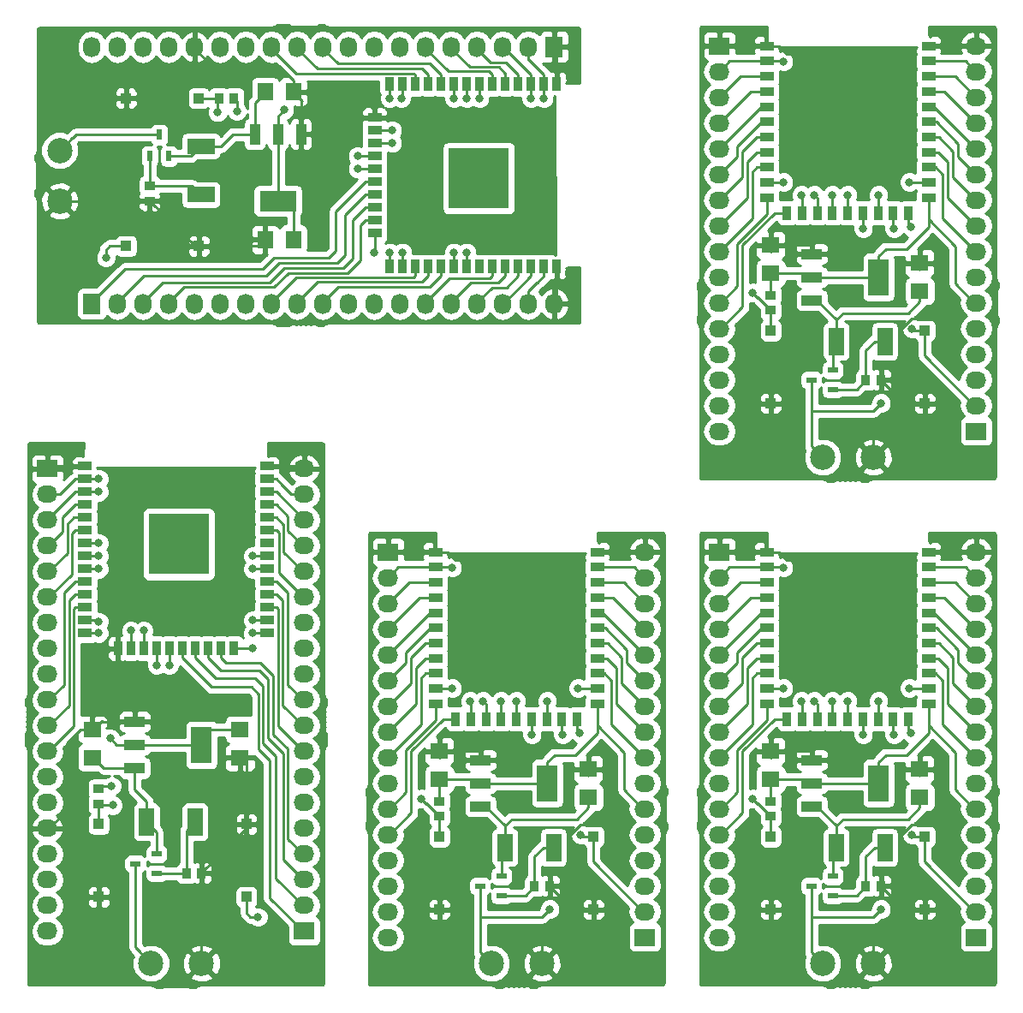
<source format=gtl>
G04 #@! TF.FileFunction,Copper,L1,Top,Signal*
%FSLAX46Y46*%
G04 Gerber Fmt 4.6, Leading zero omitted, Abs format (unit mm)*
G04 Created by KiCad (PCBNEW no-vcs-found-undefined) date Sat Nov  5 20:33:03 2016*
%MOMM*%
%LPD*%
G01*
G04 APERTURE LIST*
%ADD10C,0.100000*%
%ADD11C,2.500000*%
%ADD12C,0.800000*%
%ADD13R,1.350000X0.900000*%
%ADD14R,0.900000X1.350000*%
%ADD15R,6.000000X6.000000*%
%ADD16C,0.600000*%
%ADD17R,2.032000X1.727200*%
%ADD18O,2.032000X1.727200*%
%ADD19R,1.000760X0.599440*%
%ADD20R,1.000760X0.899160*%
%ADD21R,0.899160X1.000760*%
%ADD22R,1.000760X1.000760*%
%ADD23R,2.032000X1.016000*%
%ADD24R,2.032000X3.657600*%
%ADD25R,1.501140X2.700020*%
%ADD26R,1.803400X1.600200*%
%ADD27R,1.600200X1.803400*%
%ADD28R,2.700020X1.501140*%
%ADD29R,1.016000X2.032000*%
%ADD30R,3.657600X2.032000*%
%ADD31R,0.599440X1.000760*%
%ADD32R,1.727200X2.032000*%
%ADD33O,1.727200X2.032000*%
%ADD34C,0.250000*%
%ADD35C,0.254000*%
G04 APERTURE END LIST*
D10*
D11*
X105812000Y-135517000D03*
X100812000Y-135517000D03*
X105812000Y-185555000D03*
X100812000Y-185555000D03*
X25342000Y-110183000D03*
X25342000Y-105183000D03*
X39370000Y-185547000D03*
X34370000Y-185547000D03*
X73046000Y-185555000D03*
X68046000Y-185555000D03*
D12*
X39117000Y-142108000D03*
X39117000Y-143108000D03*
X39117000Y-144108000D03*
X39117000Y-145108000D03*
X39117000Y-146108000D03*
X37117000Y-142108000D03*
X37117000Y-143108000D03*
X37117000Y-144108000D03*
X37117000Y-145108000D03*
X37117000Y-146108000D03*
X38117000Y-146108000D03*
X38117000Y-145108000D03*
X38117000Y-144108000D03*
X38117000Y-143108000D03*
X38117000Y-142108000D03*
X36117000Y-142108000D03*
X36117000Y-143108000D03*
X36117000Y-144108000D03*
X36117000Y-145108000D03*
X36117000Y-146108000D03*
X35117000Y-146108000D03*
X35117000Y-145108000D03*
X35117000Y-144108000D03*
X35117000Y-143108000D03*
D13*
X45847000Y-136398000D03*
X45847000Y-137668000D03*
X45847000Y-138938000D03*
X45847000Y-140208000D03*
X45847000Y-141478000D03*
X45847000Y-142748000D03*
X45847000Y-144018000D03*
X45847000Y-145288000D03*
X45847000Y-146558000D03*
X45847000Y-147828000D03*
X45847000Y-149098000D03*
X45847000Y-150368000D03*
X45847000Y-151638000D03*
X45847000Y-152908000D03*
D14*
X42547000Y-154408000D03*
X41277000Y-154408000D03*
X40007000Y-154408000D03*
X38737000Y-154408000D03*
X37467000Y-154408000D03*
X36197000Y-154408000D03*
X34927000Y-154408000D03*
X33657000Y-154408000D03*
X32387000Y-154408000D03*
X31117000Y-154408000D03*
D13*
X27817000Y-152908000D03*
X27817000Y-151638000D03*
X27817000Y-150368000D03*
X27817000Y-149098000D03*
X27817000Y-147828000D03*
X27817000Y-146558000D03*
X27817000Y-145288000D03*
X27817000Y-144018000D03*
X27817000Y-142748000D03*
X27817000Y-141478000D03*
X27817000Y-140208000D03*
X27817000Y-138938000D03*
X27817000Y-137668000D03*
X27817000Y-136398000D03*
D15*
X37117000Y-144108000D03*
D12*
X35117000Y-142108000D03*
X68781000Y-109930000D03*
X67781000Y-109930000D03*
X66781000Y-109930000D03*
X65781000Y-109930000D03*
X64781000Y-109930000D03*
X68781000Y-107930000D03*
X67781000Y-107930000D03*
X66781000Y-107930000D03*
X65781000Y-107930000D03*
X64781000Y-107930000D03*
X64781000Y-108930000D03*
X65781000Y-108930000D03*
X66781000Y-108930000D03*
X67781000Y-108930000D03*
X68781000Y-108930000D03*
X68781000Y-106930000D03*
X67781000Y-106930000D03*
X66781000Y-106930000D03*
X65781000Y-106930000D03*
X64781000Y-106930000D03*
X64781000Y-105930000D03*
X65781000Y-105930000D03*
X66781000Y-105930000D03*
X67781000Y-105930000D03*
D14*
X74491000Y-116660000D03*
X73221000Y-116660000D03*
X71951000Y-116660000D03*
X70681000Y-116660000D03*
X69411000Y-116660000D03*
X68141000Y-116660000D03*
X66871000Y-116660000D03*
X65601000Y-116660000D03*
X64331000Y-116660000D03*
X63061000Y-116660000D03*
X61791000Y-116660000D03*
X60521000Y-116660000D03*
X59251000Y-116660000D03*
X57981000Y-116660000D03*
D13*
X56481000Y-113360000D03*
X56481000Y-112090000D03*
X56481000Y-110820000D03*
X56481000Y-109550000D03*
X56481000Y-108280000D03*
X56481000Y-107010000D03*
X56481000Y-105740000D03*
X56481000Y-104470000D03*
X56481000Y-103200000D03*
X56481000Y-101930000D03*
D14*
X57981000Y-98630000D03*
X59251000Y-98630000D03*
X60521000Y-98630000D03*
X61791000Y-98630000D03*
X63061000Y-98630000D03*
X64331000Y-98630000D03*
X65601000Y-98630000D03*
X66871000Y-98630000D03*
X68141000Y-98630000D03*
X69411000Y-98630000D03*
X70681000Y-98630000D03*
X71951000Y-98630000D03*
X73221000Y-98630000D03*
X74491000Y-98630000D03*
D15*
X66781000Y-107930000D03*
D12*
X68781000Y-105930000D03*
D13*
X78509400Y-159891600D03*
X78509400Y-158391600D03*
X78509400Y-156891600D03*
X78509400Y-155391600D03*
X78509400Y-153891600D03*
X78509400Y-152391600D03*
X78509400Y-150891600D03*
X78509400Y-149391600D03*
X78509400Y-147891600D03*
X78509400Y-146391600D03*
X78509400Y-144891600D03*
X62509400Y-144891600D03*
X62509400Y-146391600D03*
X62509400Y-147891600D03*
X62509400Y-149391600D03*
X62509400Y-150891600D03*
X62509400Y-152391600D03*
X62509400Y-153891600D03*
X62509400Y-155391600D03*
X62509400Y-156891600D03*
X62509400Y-158391600D03*
X62509400Y-159891600D03*
D14*
X76509400Y-161391600D03*
X75009400Y-161391600D03*
X73509400Y-161391600D03*
X72009400Y-161391600D03*
X70509400Y-161391600D03*
X69009400Y-161391600D03*
X67509400Y-161391600D03*
X66009400Y-161391600D03*
X64509400Y-161391600D03*
D13*
X111275400Y-159891600D03*
X111275400Y-158391600D03*
X111275400Y-156891600D03*
X111275400Y-155391600D03*
X111275400Y-153891600D03*
X111275400Y-152391600D03*
X111275400Y-150891600D03*
X111275400Y-149391600D03*
X111275400Y-147891600D03*
X111275400Y-146391600D03*
X111275400Y-144891600D03*
X95275400Y-144891600D03*
X95275400Y-146391600D03*
X95275400Y-147891600D03*
X95275400Y-149391600D03*
X95275400Y-150891600D03*
X95275400Y-152391600D03*
X95275400Y-153891600D03*
X95275400Y-155391600D03*
X95275400Y-156891600D03*
X95275400Y-158391600D03*
X95275400Y-159891600D03*
D14*
X109275400Y-161391600D03*
X107775400Y-161391600D03*
X106275400Y-161391600D03*
X104775400Y-161391600D03*
X103275400Y-161391600D03*
X101775400Y-161391600D03*
X100275400Y-161391600D03*
X98775400Y-161391600D03*
X97275400Y-161391600D03*
D13*
X111275400Y-109853600D03*
X111275400Y-108353600D03*
X111275400Y-106853600D03*
X111275400Y-105353600D03*
X111275400Y-103853600D03*
X111275400Y-102353600D03*
X111275400Y-100853600D03*
X111275400Y-99353600D03*
X111275400Y-97853600D03*
X111275400Y-96353600D03*
X111275400Y-94853600D03*
X95275400Y-94853600D03*
X95275400Y-96353600D03*
X95275400Y-97853600D03*
X95275400Y-99353600D03*
X95275400Y-100853600D03*
X95275400Y-102353600D03*
X95275400Y-103853600D03*
X95275400Y-105353600D03*
X95275400Y-106853600D03*
X95275400Y-108353600D03*
X95275400Y-109853600D03*
D14*
X109275400Y-111353600D03*
X107775400Y-111353600D03*
X106275400Y-111353600D03*
X104775400Y-111353600D03*
X103275400Y-111353600D03*
X101775400Y-111353600D03*
X100275400Y-111353600D03*
X98775400Y-111353600D03*
X97275400Y-111353600D03*
D16*
X111912400Y-93573600D03*
X94843600Y-93726000D03*
X109118400Y-95504000D03*
X108356400Y-95504000D03*
X107645200Y-95504000D03*
X106832400Y-95504000D03*
X106121200Y-95504000D03*
X105359200Y-95504000D03*
X104597200Y-95504000D03*
X103886000Y-95504000D03*
X103124000Y-95504000D03*
X102362000Y-95504000D03*
X101549200Y-95504000D03*
X100736400Y-95504000D03*
X99923600Y-95504000D03*
X99161600Y-95504000D03*
X98399600Y-95504000D03*
D17*
X90576400Y-94843600D03*
D18*
X90576400Y-97383600D03*
X90576400Y-99923600D03*
X90576400Y-102463600D03*
X90576400Y-105003600D03*
X90576400Y-107543600D03*
X90576400Y-110083600D03*
X90576400Y-112623600D03*
X90576400Y-115163600D03*
X90576400Y-117703600D03*
X90576400Y-120243600D03*
X90576400Y-122783600D03*
X90576400Y-125323600D03*
X90576400Y-127863600D03*
X90576400Y-130403600D03*
X90576400Y-132943600D03*
X115976400Y-94843600D03*
X115976400Y-97383600D03*
X115976400Y-99923600D03*
X115976400Y-102463600D03*
X115976400Y-105003600D03*
X115976400Y-107543600D03*
X115976400Y-110083600D03*
X115976400Y-112623600D03*
X115976400Y-115163600D03*
X115976400Y-117703600D03*
X115976400Y-120243600D03*
X115976400Y-122783600D03*
X115976400Y-125323600D03*
X115976400Y-127863600D03*
X115976400Y-130403600D03*
D17*
X115976400Y-132943600D03*
D19*
X101793040Y-128816100D03*
X99679760Y-127863600D03*
X101793040Y-126911100D03*
D20*
X95656400Y-120995440D03*
X95656400Y-119491760D03*
D21*
X106568240Y-127863600D03*
X105064560Y-127863600D03*
D22*
X95656400Y-130192780D03*
X95656400Y-122994420D03*
X110896400Y-130192780D03*
X110896400Y-122994420D03*
D23*
X99720400Y-115417600D03*
X99720400Y-119989600D03*
X99720400Y-117703600D03*
D24*
X106324400Y-117703600D03*
D25*
X102146100Y-124053600D03*
X106946700Y-124053600D03*
D26*
X110388400Y-116306600D03*
X110388400Y-119100600D03*
X95656400Y-117322600D03*
X95656400Y-114528600D03*
X95656400Y-164566600D03*
X95656400Y-167360600D03*
X110388400Y-169138600D03*
X110388400Y-166344600D03*
D25*
X106946700Y-174091600D03*
X102146100Y-174091600D03*
D24*
X106324400Y-167741600D03*
D23*
X99720400Y-167741600D03*
X99720400Y-170027600D03*
X99720400Y-165455600D03*
D22*
X110896400Y-173032420D03*
X110896400Y-180230780D03*
X95656400Y-173032420D03*
X95656400Y-180230780D03*
D21*
X105064560Y-177901600D03*
X106568240Y-177901600D03*
D20*
X95656400Y-169529760D03*
X95656400Y-171033440D03*
D19*
X101793040Y-176949100D03*
X99679760Y-177901600D03*
X101793040Y-178854100D03*
D17*
X115976400Y-182981600D03*
D18*
X115976400Y-180441600D03*
X115976400Y-177901600D03*
X115976400Y-175361600D03*
X115976400Y-172821600D03*
X115976400Y-170281600D03*
X115976400Y-167741600D03*
X115976400Y-165201600D03*
X115976400Y-162661600D03*
X115976400Y-160121600D03*
X115976400Y-157581600D03*
X115976400Y-155041600D03*
X115976400Y-152501600D03*
X115976400Y-149961600D03*
X115976400Y-147421600D03*
X115976400Y-144881600D03*
X90576400Y-182981600D03*
X90576400Y-180441600D03*
X90576400Y-177901600D03*
X90576400Y-175361600D03*
X90576400Y-172821600D03*
X90576400Y-170281600D03*
X90576400Y-167741600D03*
X90576400Y-165201600D03*
X90576400Y-162661600D03*
X90576400Y-160121600D03*
X90576400Y-157581600D03*
X90576400Y-155041600D03*
X90576400Y-152501600D03*
X90576400Y-149961600D03*
X90576400Y-147421600D03*
D17*
X90576400Y-144881600D03*
D16*
X98399600Y-145542000D03*
X99161600Y-145542000D03*
X99923600Y-145542000D03*
X100736400Y-145542000D03*
X101549200Y-145542000D03*
X102362000Y-145542000D03*
X103124000Y-145542000D03*
X103886000Y-145542000D03*
X104597200Y-145542000D03*
X105359200Y-145542000D03*
X106121200Y-145542000D03*
X106832400Y-145542000D03*
X107645200Y-145542000D03*
X108356400Y-145542000D03*
X109118400Y-145542000D03*
X94843600Y-143764000D03*
X111912400Y-143611600D03*
D27*
X48456000Y-113993000D03*
X45662000Y-113993000D03*
X48456000Y-99388000D03*
X45662000Y-99388000D03*
D28*
X39312000Y-104747400D03*
X39312000Y-109548000D03*
D29*
X49218000Y-103579000D03*
X44646000Y-103579000D03*
X46932000Y-103579000D03*
D30*
X46932000Y-110183000D03*
D22*
X39101180Y-114628000D03*
X31902820Y-114628000D03*
X31902820Y-100023000D03*
X39101180Y-100023000D03*
D20*
X34232000Y-108679320D03*
X34232000Y-110183000D03*
D21*
X42593680Y-100023000D03*
X41090000Y-100023000D03*
D31*
X34232000Y-105738000D03*
X35184500Y-103624720D03*
X36137000Y-105738000D03*
D32*
X28517000Y-120343000D03*
D33*
X31057000Y-120343000D03*
X33597000Y-120343000D03*
X36137000Y-120343000D03*
X38677000Y-120343000D03*
X41217000Y-120343000D03*
X43757000Y-120343000D03*
X46297000Y-120343000D03*
X48837000Y-120343000D03*
X51377000Y-120343000D03*
X53917000Y-120343000D03*
X56457000Y-120343000D03*
X58997000Y-120343000D03*
X61537000Y-120343000D03*
X64077000Y-120343000D03*
X66617000Y-120343000D03*
X69157000Y-120343000D03*
X71697000Y-120343000D03*
X74237000Y-120343000D03*
X28517000Y-94943000D03*
X31057000Y-94943000D03*
X33597000Y-94943000D03*
X36137000Y-94943000D03*
X38677000Y-94943000D03*
X41217000Y-94943000D03*
X43757000Y-94943000D03*
X46297000Y-94943000D03*
X48837000Y-94943000D03*
X51377000Y-94943000D03*
X53917000Y-94943000D03*
X56457000Y-94943000D03*
X58997000Y-94943000D03*
X61537000Y-94943000D03*
X64077000Y-94943000D03*
X66617000Y-94943000D03*
X69157000Y-94943000D03*
X71697000Y-94943000D03*
D32*
X74237000Y-94943000D03*
D16*
X60419400Y-104239400D03*
X58641400Y-101496200D03*
X56457000Y-99565800D03*
X74033800Y-101597800D03*
X74033800Y-102359800D03*
X74033800Y-103172600D03*
X74033800Y-103985400D03*
X74033800Y-104798200D03*
X74033800Y-105560200D03*
X74033800Y-106373000D03*
X74033800Y-107135000D03*
X74033800Y-107897000D03*
X74033800Y-108659000D03*
X74033800Y-109421000D03*
X74033800Y-110183000D03*
X74033800Y-110945000D03*
X74033800Y-111707000D03*
X74033800Y-112418200D03*
X74033800Y-113180200D03*
X74033800Y-113942200D03*
X74033800Y-114653400D03*
X75659400Y-97889400D03*
X76472200Y-97889400D03*
X76370600Y-117295000D03*
X75608600Y-117295000D03*
X79146400Y-143611600D03*
X62077600Y-143764000D03*
X76352400Y-145542000D03*
X75590400Y-145542000D03*
X74879200Y-145542000D03*
X74066400Y-145542000D03*
X73355200Y-145542000D03*
X72593200Y-145542000D03*
X71831200Y-145542000D03*
X71120000Y-145542000D03*
X70358000Y-145542000D03*
X69596000Y-145542000D03*
X68783200Y-145542000D03*
X67970400Y-145542000D03*
X67157600Y-145542000D03*
X66395600Y-145542000D03*
X65633600Y-145542000D03*
X46482000Y-135280400D03*
X46482000Y-134518400D03*
X27076400Y-134416800D03*
X27076400Y-135229600D03*
X43840400Y-136855200D03*
X43129200Y-136855200D03*
X42367200Y-136855200D03*
X41605200Y-136855200D03*
X40894000Y-136855200D03*
X40132000Y-136855200D03*
X39370000Y-136855200D03*
X38608000Y-136855200D03*
X37846000Y-136855200D03*
X37084000Y-136855200D03*
X36322000Y-136855200D03*
X35560000Y-136855200D03*
X34747200Y-136855200D03*
X33985200Y-136855200D03*
X33172400Y-136855200D03*
X32359600Y-136855200D03*
X31546800Y-136855200D03*
X30784800Y-136855200D03*
X28752800Y-154432000D03*
X30683200Y-152247600D03*
X33426400Y-150469600D03*
D17*
X24130000Y-136652000D03*
D18*
X24130000Y-139192000D03*
X24130000Y-141732000D03*
X24130000Y-144272000D03*
X24130000Y-146812000D03*
X24130000Y-149352000D03*
X24130000Y-151892000D03*
X24130000Y-154432000D03*
X24130000Y-156972000D03*
X24130000Y-159512000D03*
X24130000Y-162052000D03*
X24130000Y-164592000D03*
X24130000Y-167132000D03*
X24130000Y-169672000D03*
X24130000Y-172212000D03*
X24130000Y-174752000D03*
X24130000Y-177292000D03*
X24130000Y-179832000D03*
X24130000Y-182372000D03*
X49530000Y-136652000D03*
X49530000Y-139192000D03*
X49530000Y-141732000D03*
X49530000Y-144272000D03*
X49530000Y-146812000D03*
X49530000Y-149352000D03*
X49530000Y-151892000D03*
X49530000Y-154432000D03*
X49530000Y-156972000D03*
X49530000Y-159512000D03*
X49530000Y-162052000D03*
X49530000Y-164592000D03*
X49530000Y-167132000D03*
X49530000Y-169672000D03*
X49530000Y-172212000D03*
X49530000Y-174752000D03*
X49530000Y-177292000D03*
X49530000Y-179832000D03*
D17*
X49530000Y-182372000D03*
X57810400Y-144881600D03*
D18*
X57810400Y-147421600D03*
X57810400Y-149961600D03*
X57810400Y-152501600D03*
X57810400Y-155041600D03*
X57810400Y-157581600D03*
X57810400Y-160121600D03*
X57810400Y-162661600D03*
X57810400Y-165201600D03*
X57810400Y-167741600D03*
X57810400Y-170281600D03*
X57810400Y-172821600D03*
X57810400Y-175361600D03*
X57810400Y-177901600D03*
X57810400Y-180441600D03*
X57810400Y-182981600D03*
X83210400Y-144881600D03*
X83210400Y-147421600D03*
X83210400Y-149961600D03*
X83210400Y-152501600D03*
X83210400Y-155041600D03*
X83210400Y-157581600D03*
X83210400Y-160121600D03*
X83210400Y-162661600D03*
X83210400Y-165201600D03*
X83210400Y-167741600D03*
X83210400Y-170281600D03*
X83210400Y-172821600D03*
X83210400Y-175361600D03*
X83210400Y-177901600D03*
X83210400Y-180441600D03*
D17*
X83210400Y-182981600D03*
D19*
X34925000Y-174752000D03*
X32811720Y-175704500D03*
X34925000Y-176657000D03*
X69027040Y-178854100D03*
X66913760Y-177901600D03*
X69027040Y-176949100D03*
D20*
X29210000Y-169799000D03*
X29210000Y-168295320D03*
D21*
X39370000Y-176657000D03*
X37866320Y-176657000D03*
D20*
X62890400Y-171033440D03*
X62890400Y-169529760D03*
D21*
X73802240Y-177901600D03*
X72298560Y-177901600D03*
D22*
X29210000Y-171787820D03*
X29210000Y-178986180D03*
X43815000Y-178986180D03*
X43815000Y-171787820D03*
X62890400Y-180230780D03*
X62890400Y-173032420D03*
X78130400Y-180230780D03*
X78130400Y-173032420D03*
D24*
X39370000Y-163957000D03*
D23*
X32766000Y-163957000D03*
X32766000Y-166243000D03*
X32766000Y-161671000D03*
X66954400Y-165455600D03*
X66954400Y-170027600D03*
X66954400Y-167741600D03*
D24*
X73558400Y-167741600D03*
D25*
X38735000Y-171577000D03*
X33934400Y-171577000D03*
X69380100Y-174091600D03*
X74180700Y-174091600D03*
D26*
X28575000Y-165227000D03*
X28575000Y-162433000D03*
X43180000Y-165227000D03*
X43180000Y-162433000D03*
X77622400Y-166344600D03*
X77622400Y-169138600D03*
X62890400Y-167360600D03*
X62890400Y-164566600D03*
D12*
X101752400Y-115417600D03*
X95656400Y-131927600D03*
X95656400Y-181965600D03*
X101752400Y-165455600D03*
X29787000Y-100073800D03*
X29260800Y-181102000D03*
X68986400Y-165455600D03*
X62890400Y-181965600D03*
X73221000Y-100023000D03*
X47567000Y-101166000D03*
X42868000Y-101293000D03*
X30480000Y-168021000D03*
X30353000Y-163322000D03*
X29210000Y-137668000D03*
X71951000Y-100023000D03*
X40963000Y-101420000D03*
X30607000Y-169926000D03*
X29210000Y-138938000D03*
X66871000Y-100023000D03*
X29210000Y-144018000D03*
X65601000Y-100022998D03*
X29209998Y-145288000D03*
X64331000Y-100023000D03*
X29210000Y-146558000D03*
X59124000Y-100023000D03*
X29210000Y-151765000D03*
X57981000Y-100023000D03*
X29210000Y-152908000D03*
X58235000Y-103198000D03*
X32385000Y-152654000D03*
X58235000Y-104468000D03*
X33655000Y-152654000D03*
X54806000Y-105738000D03*
X34925000Y-156083000D03*
X54806000Y-107008000D03*
X36195000Y-156083000D03*
X65601000Y-115263000D03*
X44450000Y-145288000D03*
X64331000Y-115263000D03*
X44450000Y-146558000D03*
X59251000Y-115263000D03*
X44450000Y-151638000D03*
X57981000Y-115263000D03*
X29914000Y-115771000D03*
X44958000Y-180975000D03*
X44450000Y-152908000D03*
X56457000Y-115263000D03*
X44450000Y-154432000D03*
X93878400Y-119227600D03*
X96926400Y-96367600D03*
X96926400Y-146405600D03*
X93878400Y-169265600D03*
X61112400Y-169265600D03*
X64160400Y-146405600D03*
X96926400Y-108305600D03*
X96926400Y-158343600D03*
X64160400Y-158343600D03*
X98704400Y-109575600D03*
X98704400Y-159613600D03*
X65938400Y-159613600D03*
X99974400Y-109575600D03*
X99974400Y-159613600D03*
X67208400Y-159613600D03*
X101752400Y-109575600D03*
X101752400Y-159613600D03*
X68986400Y-159613600D03*
X103276400Y-109575600D03*
X103276400Y-159613600D03*
X70510400Y-159613600D03*
X106578400Y-130149600D03*
X106578400Y-180187600D03*
X73812400Y-180187600D03*
X109372400Y-108305600D03*
X109372400Y-158343600D03*
X76606400Y-158343600D03*
X109504060Y-112745940D03*
X109504060Y-162783940D03*
X76738060Y-162783940D03*
X107848400Y-112877600D03*
X107848400Y-162915600D03*
X75082400Y-162915600D03*
X106324400Y-109575600D03*
X106324400Y-159613600D03*
X73558400Y-159613600D03*
X109631060Y-122788260D03*
X104800400Y-112877600D03*
X104800400Y-162915600D03*
X109631060Y-172826260D03*
X76865060Y-172826260D03*
X72034400Y-162915600D03*
D34*
X38321400Y-105738000D02*
X39312000Y-104747400D01*
X36137000Y-105738000D02*
X38321400Y-105738000D01*
X39312000Y-104747400D02*
X41318600Y-104747400D01*
X42487000Y-103579000D02*
X44646000Y-103579000D01*
X41318600Y-104747400D02*
X42487000Y-103579000D01*
X45662000Y-99489600D02*
X44646000Y-100505600D01*
X45662000Y-99388000D02*
X45662000Y-99489600D01*
X44646000Y-100505600D02*
X44646000Y-103579000D01*
X29692600Y-166243000D02*
X32766000Y-166243000D01*
X28575000Y-165227000D02*
X28676600Y-165227000D01*
X28676600Y-165227000D02*
X29692600Y-166243000D01*
X33934400Y-169570400D02*
X32766000Y-168402000D01*
X32766000Y-168402000D02*
X32766000Y-166243000D01*
X33934400Y-171577000D02*
X33934400Y-169570400D01*
X34925000Y-174752000D02*
X34925000Y-172567600D01*
X34925000Y-172567600D02*
X33934400Y-171577000D01*
X95722400Y-113893600D02*
X94894400Y-113893600D01*
X111540100Y-116306600D02*
X112420400Y-117186900D01*
X108102400Y-127863600D02*
X106568240Y-127863600D01*
X108610400Y-122783600D02*
X108610400Y-127355600D01*
X108610400Y-127355600D02*
X108102400Y-127863600D01*
X112420400Y-119989600D02*
X110642400Y-121767600D01*
X110388400Y-116306600D02*
X111540100Y-116306600D01*
X112420400Y-117186900D02*
X112420400Y-119989600D01*
X110642400Y-121767600D02*
X109626400Y-121767600D01*
X109626400Y-121767600D02*
X108610400Y-122783600D01*
X99720400Y-115417600D02*
X101752400Y-115417600D01*
X99720400Y-114659600D02*
X99978400Y-114401600D01*
X95656400Y-114528600D02*
X99589400Y-114528600D01*
X99589400Y-114528600D02*
X99720400Y-114659600D01*
X99720400Y-114659600D02*
X99720400Y-115417600D01*
X95656400Y-115173760D02*
X96174560Y-114655600D01*
X110388400Y-116951760D02*
X110388400Y-115925600D01*
X97237402Y-95605600D02*
X97688400Y-95605600D01*
X95275400Y-94853600D02*
X96485402Y-94853600D01*
X96485402Y-94853600D02*
X97237402Y-95605600D01*
X95656400Y-131927600D02*
X95656400Y-130192780D01*
X106568240Y-127863600D02*
X106568240Y-127914400D01*
X106568240Y-127914400D02*
X108846620Y-130192780D01*
X108846620Y-130192780D02*
X109299454Y-130192780D01*
X105776400Y-135483600D02*
X105776400Y-133715834D01*
X105776400Y-133715834D02*
X109299454Y-130192780D01*
X109299454Y-130192780D02*
X110896400Y-130192780D01*
X111275400Y-94853600D02*
X115966400Y-94853600D01*
X115966400Y-94853600D02*
X115976400Y-94843600D01*
X90576400Y-94843600D02*
X95265400Y-94843600D01*
X95265400Y-94843600D02*
X95275400Y-94853600D01*
X95265400Y-144881600D02*
X95275400Y-144891600D01*
X90576400Y-144881600D02*
X95265400Y-144881600D01*
X115966400Y-144891600D02*
X115976400Y-144881600D01*
X111275400Y-144891600D02*
X115966400Y-144891600D01*
X109299454Y-180230780D02*
X110896400Y-180230780D01*
X105776400Y-183753834D02*
X109299454Y-180230780D01*
X105776400Y-185521600D02*
X105776400Y-183753834D01*
X108846620Y-180230780D02*
X109299454Y-180230780D01*
X106568240Y-177952400D02*
X108846620Y-180230780D01*
X106568240Y-177901600D02*
X106568240Y-177952400D01*
X95656400Y-181965600D02*
X95656400Y-180230780D01*
X96485402Y-144891600D02*
X97237402Y-145643600D01*
X95275400Y-144891600D02*
X96485402Y-144891600D01*
X97237402Y-145643600D02*
X97688400Y-145643600D01*
X110388400Y-166989760D02*
X110388400Y-165963600D01*
X95656400Y-165211760D02*
X96174560Y-164693600D01*
X99720400Y-164697600D02*
X99720400Y-165455600D01*
X99589400Y-164566600D02*
X99720400Y-164697600D01*
X95656400Y-164566600D02*
X99589400Y-164566600D01*
X99720400Y-164697600D02*
X99978400Y-164439600D01*
X99720400Y-165455600D02*
X101752400Y-165455600D01*
X109626400Y-171805600D02*
X108610400Y-172821600D01*
X110642400Y-171805600D02*
X109626400Y-171805600D01*
X112420400Y-167224900D02*
X112420400Y-170027600D01*
X110388400Y-166344600D02*
X111540100Y-166344600D01*
X112420400Y-170027600D02*
X110642400Y-171805600D01*
X108610400Y-177393600D02*
X108102400Y-177901600D01*
X108610400Y-172821600D02*
X108610400Y-177393600D01*
X108102400Y-177901600D02*
X106568240Y-177901600D01*
X111540100Y-166344600D02*
X112420400Y-167224900D01*
X95722400Y-163931600D02*
X94894400Y-163931600D01*
X74491000Y-95197000D02*
X74237000Y-94943000D01*
X74491000Y-98630000D02*
X74491000Y-95197000D01*
X74491000Y-120089000D02*
X74237000Y-120343000D01*
X74491000Y-116660000D02*
X74491000Y-120089000D01*
X49506100Y-99388000D02*
X48456000Y-99388000D01*
X54639000Y-99388000D02*
X49506100Y-99388000D01*
X56481000Y-101230000D02*
X54639000Y-99388000D01*
X56481000Y-101930000D02*
X56481000Y-101230000D01*
X48456000Y-98236300D02*
X47067700Y-96848000D01*
X48456000Y-99388000D02*
X48456000Y-98236300D01*
X38677000Y-95095400D02*
X38677000Y-94943000D01*
X40429600Y-96848000D02*
X38677000Y-95095400D01*
X47067700Y-96848000D02*
X40429600Y-96848000D01*
X27109766Y-110183000D02*
X34232000Y-110183000D01*
X25342000Y-110183000D02*
X27109766Y-110183000D01*
X38727800Y-114628000D02*
X39101180Y-114628000D01*
X34282800Y-110183000D02*
X38727800Y-114628000D01*
X34232000Y-110183000D02*
X34282800Y-110183000D01*
X45672160Y-114628000D02*
X46307160Y-113993000D01*
X39101180Y-114628000D02*
X45672160Y-114628000D01*
X38677000Y-95095400D02*
X38677000Y-96263800D01*
X34917800Y-100023000D02*
X31902820Y-100023000D01*
X38677000Y-96263800D02*
X34917800Y-100023000D01*
X48456000Y-99489600D02*
X49294200Y-100327800D01*
X48456000Y-99388000D02*
X48456000Y-99489600D01*
X49218000Y-100404000D02*
X49218000Y-103579000D01*
X49294200Y-100327800D02*
X49218000Y-100404000D01*
X31852020Y-100073800D02*
X31902820Y-100023000D01*
X29787000Y-100073800D02*
X31852020Y-100073800D01*
X29260800Y-181102000D02*
X29260800Y-179036980D01*
X29260800Y-179036980D02*
X29210000Y-178986180D01*
X29514800Y-161594800D02*
X29591000Y-161671000D01*
X29591000Y-161671000D02*
X32766000Y-161671000D01*
X28575000Y-162433000D02*
X28676600Y-162433000D01*
X28676600Y-162433000D02*
X29514800Y-161594800D01*
X25450800Y-172212000D02*
X29210000Y-175971200D01*
X29210000Y-175971200D02*
X29210000Y-178986180D01*
X24282400Y-172212000D02*
X25450800Y-172212000D01*
X62956400Y-163931600D02*
X62128400Y-163931600D01*
X43815000Y-171787820D02*
X43815000Y-165216840D01*
X43815000Y-165216840D02*
X43180000Y-164581840D01*
X39370000Y-176657000D02*
X39370000Y-176606200D01*
X39370000Y-176606200D02*
X43815000Y-172161200D01*
X43815000Y-172161200D02*
X43815000Y-171787820D01*
X39370000Y-185547000D02*
X39370000Y-183779234D01*
X39370000Y-183779234D02*
X39370000Y-176657000D01*
X26035000Y-163821300D02*
X26035000Y-170459400D01*
X26035000Y-170459400D02*
X24282400Y-172212000D01*
X24282400Y-172212000D02*
X24130000Y-172212000D01*
X28575000Y-162433000D02*
X27423300Y-162433000D01*
X27423300Y-162433000D02*
X26035000Y-163821300D01*
X31117000Y-154408000D02*
X30417000Y-154408000D01*
X30417000Y-154408000D02*
X28575000Y-156250000D01*
X28575000Y-156250000D02*
X28575000Y-161382900D01*
X28575000Y-161382900D02*
X28575000Y-162433000D01*
X45847000Y-136398000D02*
X49276000Y-136398000D01*
X49276000Y-136398000D02*
X49530000Y-136652000D01*
X27817000Y-136398000D02*
X24384000Y-136398000D01*
X24384000Y-136398000D02*
X24130000Y-136652000D01*
X78774100Y-166344600D02*
X79654400Y-167224900D01*
X75336400Y-177901600D02*
X73802240Y-177901600D01*
X75844400Y-172821600D02*
X75844400Y-177393600D01*
X75844400Y-177393600D02*
X75336400Y-177901600D01*
X79654400Y-170027600D02*
X77876400Y-171805600D01*
X77622400Y-166344600D02*
X78774100Y-166344600D01*
X79654400Y-167224900D02*
X79654400Y-170027600D01*
X77876400Y-171805600D02*
X76860400Y-171805600D01*
X76860400Y-171805600D02*
X75844400Y-172821600D01*
X66954400Y-165455600D02*
X68986400Y-165455600D01*
X66954400Y-164697600D02*
X67212400Y-164439600D01*
X62890400Y-164566600D02*
X66823400Y-164566600D01*
X66823400Y-164566600D02*
X66954400Y-164697600D01*
X66954400Y-164697600D02*
X66954400Y-165455600D01*
X62890400Y-165211760D02*
X63408560Y-164693600D01*
X77622400Y-166989760D02*
X77622400Y-165963600D01*
X64471402Y-145643600D02*
X64922400Y-145643600D01*
X62509400Y-144891600D02*
X63719402Y-144891600D01*
X63719402Y-144891600D02*
X64471402Y-145643600D01*
X62890400Y-181965600D02*
X62890400Y-180230780D01*
X73802240Y-177901600D02*
X73802240Y-177952400D01*
X73802240Y-177952400D02*
X76080620Y-180230780D01*
X76080620Y-180230780D02*
X76533454Y-180230780D01*
X73010400Y-185521600D02*
X73010400Y-183753834D01*
X73010400Y-183753834D02*
X76533454Y-180230780D01*
X76533454Y-180230780D02*
X78130400Y-180230780D01*
X78509400Y-144891600D02*
X83200400Y-144891600D01*
X83200400Y-144891600D02*
X83210400Y-144881600D01*
X57810400Y-144881600D02*
X62499400Y-144881600D01*
X62499400Y-144881600D02*
X62509400Y-144891600D01*
X73221000Y-97705000D02*
X71729000Y-96213000D01*
X73221000Y-98630000D02*
X73221000Y-97705000D01*
X71697000Y-96209000D02*
X71697000Y-94943000D01*
X71701000Y-96213000D02*
X71697000Y-96209000D01*
X71729000Y-96213000D02*
X71701000Y-96213000D01*
X46932000Y-103579000D02*
X46932000Y-110183000D01*
X48456000Y-112841300D02*
X48456000Y-113993000D01*
X48456000Y-110894200D02*
X48456000Y-112841300D01*
X47744800Y-110183000D02*
X48456000Y-110894200D01*
X46932000Y-110183000D02*
X47744800Y-110183000D01*
X73221000Y-98630000D02*
X73221000Y-100023000D01*
X46932000Y-101801000D02*
X46932000Y-103579000D01*
X47567000Y-101166000D02*
X46932000Y-101801000D01*
X42868000Y-100297320D02*
X42593680Y-100023000D01*
X42868000Y-101293000D02*
X42868000Y-100297320D01*
X30480000Y-168021000D02*
X29484320Y-168021000D01*
X29484320Y-168021000D02*
X29210000Y-168295320D01*
X30353000Y-163322000D02*
X30988000Y-163957000D01*
X30988000Y-163957000D02*
X32766000Y-163957000D01*
X27817000Y-137668000D02*
X29210000Y-137668000D01*
X39370000Y-163957000D02*
X39370000Y-163144200D01*
X39370000Y-163144200D02*
X40081200Y-162433000D01*
X40081200Y-162433000D02*
X42028300Y-162433000D01*
X42028300Y-162433000D02*
X43180000Y-162433000D01*
X32766000Y-163957000D02*
X39370000Y-163957000D01*
X25400000Y-139160000D02*
X25400000Y-139188000D01*
X25400000Y-139188000D02*
X25396000Y-139192000D01*
X25396000Y-139192000D02*
X24130000Y-139192000D01*
X27817000Y-137668000D02*
X26892000Y-137668000D01*
X26892000Y-137668000D02*
X25400000Y-139160000D01*
X109279500Y-121259600D02*
X102793800Y-121259600D01*
X102793800Y-121259600D02*
X102146100Y-121907300D01*
X110388400Y-119100600D02*
X110388400Y-120150700D01*
X110388400Y-120150700D02*
X109279500Y-121259600D01*
X99720400Y-119989600D02*
X100228400Y-119989600D01*
X100228400Y-119989600D02*
X102146100Y-121907300D01*
X102146100Y-121907300D02*
X102146100Y-122453590D01*
X102146100Y-122453590D02*
X102146100Y-124053600D01*
X102146100Y-124053600D02*
X102146100Y-122923300D01*
X102146100Y-124053600D02*
X102146100Y-123454160D01*
X101793040Y-126911100D02*
X101793040Y-124406660D01*
X101793040Y-124406660D02*
X102146100Y-124053600D01*
X101793040Y-174444660D02*
X102146100Y-174091600D01*
X101793040Y-176949100D02*
X101793040Y-174444660D01*
X102146100Y-174091600D02*
X102146100Y-173492160D01*
X102146100Y-174091600D02*
X102146100Y-172961300D01*
X102146100Y-172491590D02*
X102146100Y-174091600D01*
X102146100Y-171945300D02*
X102146100Y-172491590D01*
X100228400Y-170027600D02*
X102146100Y-171945300D01*
X99720400Y-170027600D02*
X100228400Y-170027600D01*
X110388400Y-170188700D02*
X109279500Y-171297600D01*
X110388400Y-169138600D02*
X110388400Y-170188700D01*
X102793800Y-171297600D02*
X102146100Y-171945300D01*
X109279500Y-171297600D02*
X102793800Y-171297600D01*
X76513500Y-171297600D02*
X70027800Y-171297600D01*
X70027800Y-171297600D02*
X69380100Y-171945300D01*
X77622400Y-169138600D02*
X77622400Y-170188700D01*
X77622400Y-170188700D02*
X76513500Y-171297600D01*
X66954400Y-170027600D02*
X67462400Y-170027600D01*
X67462400Y-170027600D02*
X69380100Y-171945300D01*
X69380100Y-171945300D02*
X69380100Y-172491590D01*
X69380100Y-172491590D02*
X69380100Y-174091600D01*
X69380100Y-174091600D02*
X69380100Y-172961300D01*
X69380100Y-174091600D02*
X69380100Y-173492160D01*
X69027040Y-176949100D02*
X69027040Y-174444660D01*
X69027040Y-174444660D02*
X69380100Y-174091600D01*
X109118400Y-114909600D02*
X111275400Y-112752600D01*
X111275400Y-112752600D02*
X111275400Y-111986600D01*
X107039600Y-114909600D02*
X109118400Y-114909600D01*
X106324400Y-117703600D02*
X106324400Y-115624800D01*
X106324400Y-115624800D02*
X107039600Y-114909600D01*
X111275400Y-111986600D02*
X111275400Y-112047602D01*
X95656400Y-117322600D02*
X99339400Y-117322600D01*
X99339400Y-117322600D02*
X99720400Y-117703600D01*
X99720400Y-117703600D02*
X106324400Y-117703600D01*
X95656400Y-119491760D02*
X95656400Y-116677440D01*
X113944400Y-114655600D02*
X113944400Y-118364000D01*
X113944400Y-118364000D02*
X115824000Y-120243600D01*
X115824000Y-120243600D02*
X115976400Y-120243600D01*
X111275400Y-111986600D02*
X113944400Y-114655600D01*
X111275400Y-109853600D02*
X111275400Y-111986600D01*
X111275400Y-159891600D02*
X111275400Y-162024600D01*
X111275400Y-162024600D02*
X113944400Y-164693600D01*
X115824000Y-170281600D02*
X115976400Y-170281600D01*
X113944400Y-168402000D02*
X115824000Y-170281600D01*
X113944400Y-164693600D02*
X113944400Y-168402000D01*
X95656400Y-169529760D02*
X95656400Y-166715440D01*
X99720400Y-167741600D02*
X106324400Y-167741600D01*
X99339400Y-167360600D02*
X99720400Y-167741600D01*
X95656400Y-167360600D02*
X99339400Y-167360600D01*
X111275400Y-162024600D02*
X111275400Y-162085602D01*
X106324400Y-165662800D02*
X107039600Y-164947600D01*
X106324400Y-167741600D02*
X106324400Y-165662800D01*
X107039600Y-164947600D02*
X109118400Y-164947600D01*
X111275400Y-162790600D02*
X111275400Y-162024600D01*
X109118400Y-164947600D02*
X111275400Y-162790600D01*
X76352400Y-164947600D02*
X78509400Y-162790600D01*
X78509400Y-162790600D02*
X78509400Y-162024600D01*
X74273600Y-164947600D02*
X76352400Y-164947600D01*
X73558400Y-167741600D02*
X73558400Y-165662800D01*
X73558400Y-165662800D02*
X74273600Y-164947600D01*
X78509400Y-162024600D02*
X78509400Y-162085602D01*
X62890400Y-167360600D02*
X66573400Y-167360600D01*
X66573400Y-167360600D02*
X66954400Y-167741600D01*
X66954400Y-167741600D02*
X73558400Y-167741600D01*
X62890400Y-169529760D02*
X62890400Y-166715440D01*
X81178400Y-164693600D02*
X81178400Y-168402000D01*
X81178400Y-168402000D02*
X83058000Y-170281600D01*
X83058000Y-170281600D02*
X83210400Y-170281600D01*
X78509400Y-162024600D02*
X81178400Y-164693600D01*
X78509400Y-159891600D02*
X78509400Y-162024600D01*
X71951000Y-97705000D02*
X69189000Y-94943000D01*
X69189000Y-94943000D02*
X69157000Y-94943000D01*
X71951000Y-98630000D02*
X71951000Y-97705000D01*
X39101180Y-100023000D02*
X41090000Y-100023000D01*
X71951000Y-98630000D02*
X71951000Y-100023000D01*
X40963000Y-100150000D02*
X41090000Y-100023000D01*
X40963000Y-101420000D02*
X40963000Y-100150000D01*
X30607000Y-169926000D02*
X29337000Y-169926000D01*
X29337000Y-169926000D02*
X29210000Y-169799000D01*
X27817000Y-138938000D02*
X29210000Y-138938000D01*
X29210000Y-171787820D02*
X29210000Y-169799000D01*
X27817000Y-138938000D02*
X26892000Y-138938000D01*
X24130000Y-141700000D02*
X24130000Y-141732000D01*
X26892000Y-138938000D02*
X24130000Y-141700000D01*
X70681000Y-97705000D02*
X69443000Y-96467000D01*
X70681000Y-98630000D02*
X70681000Y-97705000D01*
X66617000Y-95095400D02*
X66617000Y-94943000D01*
X67988600Y-96467000D02*
X66617000Y-95095400D01*
X69443000Y-96467000D02*
X67988600Y-96467000D01*
X25654000Y-141446000D02*
X25654000Y-142900400D01*
X25654000Y-142900400D02*
X24282400Y-144272000D01*
X24282400Y-144272000D02*
X24130000Y-144272000D01*
X27817000Y-140208000D02*
X26892000Y-140208000D01*
X26892000Y-140208000D02*
X25654000Y-141446000D01*
X69411000Y-98630000D02*
X69411000Y-97552010D01*
X64077000Y-95095400D02*
X64077000Y-94943000D01*
X65898610Y-96917010D02*
X64077000Y-95095400D01*
X68776000Y-96917010D02*
X65898610Y-96917010D01*
X69411000Y-97552010D02*
X68776000Y-96917010D01*
X26739010Y-141478000D02*
X26104010Y-142113000D01*
X26104010Y-142113000D02*
X26104010Y-144990390D01*
X26104010Y-144990390D02*
X24282400Y-146812000D01*
X24282400Y-146812000D02*
X24130000Y-146812000D01*
X27817000Y-141478000D02*
X26739010Y-141478000D01*
X61537000Y-95095400D02*
X61537000Y-94943000D01*
X67803020Y-97367020D02*
X63808620Y-97367020D01*
X68141000Y-97705000D02*
X67803020Y-97367020D01*
X63808620Y-97367020D02*
X61537000Y-95095400D01*
X68141000Y-98630000D02*
X68141000Y-97705000D01*
X27817000Y-142748000D02*
X26892000Y-142748000D01*
X26554020Y-147080380D02*
X24282400Y-149352000D01*
X26892000Y-142748000D02*
X26554020Y-143085980D01*
X26554020Y-143085980D02*
X26554020Y-147080380D01*
X24282400Y-149352000D02*
X24130000Y-149352000D01*
X66871000Y-98630000D02*
X66871000Y-100023000D01*
X27817000Y-144018000D02*
X29210000Y-144018000D01*
X65601000Y-98630000D02*
X65601000Y-100022998D01*
X27817000Y-145288000D02*
X29209998Y-145288000D01*
X64331000Y-98630000D02*
X64331000Y-100023000D01*
X27817000Y-146558000D02*
X29210000Y-146558000D01*
X63061000Y-97705000D02*
X61950000Y-96594000D01*
X63061000Y-98630000D02*
X63061000Y-97705000D01*
X51377000Y-95095400D02*
X51377000Y-94943000D01*
X52875600Y-96594000D02*
X51377000Y-95095400D01*
X61950000Y-96594000D02*
X52875600Y-96594000D01*
X25781000Y-148939000D02*
X25781000Y-158013400D01*
X25781000Y-158013400D02*
X24282400Y-159512000D01*
X24282400Y-159512000D02*
X24130000Y-159512000D01*
X27817000Y-147828000D02*
X26892000Y-147828000D01*
X26892000Y-147828000D02*
X25781000Y-148939000D01*
X61791000Y-97705000D02*
X61188000Y-97102000D01*
X61791000Y-98630000D02*
X61791000Y-97705000D01*
X48837000Y-95095400D02*
X48837000Y-94943000D01*
X50843600Y-97102000D02*
X48837000Y-95095400D01*
X61188000Y-97102000D02*
X50843600Y-97102000D01*
X26289000Y-149701000D02*
X26289000Y-160045400D01*
X26289000Y-160045400D02*
X24282400Y-162052000D01*
X24282400Y-162052000D02*
X24130000Y-162052000D01*
X27817000Y-149098000D02*
X26892000Y-149098000D01*
X26892000Y-149098000D02*
X26289000Y-149701000D01*
X60521000Y-97705000D02*
X60368010Y-97552010D01*
X60521000Y-98630000D02*
X60521000Y-97705000D01*
X46297000Y-95095400D02*
X46297000Y-94943000D01*
X48753610Y-97552010D02*
X46297000Y-95095400D01*
X60368010Y-97552010D02*
X48753610Y-97552010D01*
X26739010Y-150520990D02*
X26739010Y-162135390D01*
X26739010Y-162135390D02*
X24282400Y-164592000D01*
X24282400Y-164592000D02*
X24130000Y-164592000D01*
X27817000Y-150368000D02*
X26892000Y-150368000D01*
X26892000Y-150368000D02*
X26739010Y-150520990D01*
X59251000Y-99896000D02*
X59124000Y-100023000D01*
X59251000Y-98630000D02*
X59251000Y-99896000D01*
X27817000Y-151638000D02*
X29083000Y-151638000D01*
X29083000Y-151638000D02*
X29210000Y-151765000D01*
X57981000Y-98630000D02*
X57981000Y-100023000D01*
X27817000Y-152908000D02*
X29210000Y-152908000D01*
X58233000Y-103200000D02*
X58235000Y-103198000D01*
X56481000Y-103200000D02*
X58233000Y-103200000D01*
X32387000Y-154408000D02*
X32387000Y-152656000D01*
X32387000Y-152656000D02*
X32385000Y-152654000D01*
X58233000Y-104470000D02*
X58235000Y-104468000D01*
X56481000Y-104470000D02*
X58233000Y-104470000D01*
X33657000Y-154408000D02*
X33657000Y-152656000D01*
X33657000Y-152656000D02*
X33655000Y-152654000D01*
X54808000Y-105740000D02*
X54806000Y-105738000D01*
X56481000Y-105740000D02*
X54808000Y-105740000D01*
X34927000Y-154408000D02*
X34927000Y-156081000D01*
X34927000Y-156081000D02*
X34925000Y-156083000D01*
X54808000Y-107010000D02*
X54806000Y-107008000D01*
X56481000Y-107010000D02*
X54808000Y-107010000D01*
X36197000Y-154408000D02*
X36197000Y-156081000D01*
X36197000Y-156081000D02*
X36195000Y-156083000D01*
X26591999Y-103933001D02*
X26638999Y-103933001D01*
X25342000Y-105183000D02*
X26591999Y-103933001D01*
X26947280Y-103624720D02*
X35184500Y-103624720D01*
X26638999Y-103933001D02*
X26947280Y-103624720D01*
X33120001Y-184250001D02*
X32811720Y-183941720D01*
X32811720Y-183941720D02*
X32811720Y-175704500D01*
X34370000Y-185547000D02*
X33120001Y-184297001D01*
X33120001Y-184297001D02*
X33120001Y-184250001D01*
X73221000Y-117585000D02*
X72586000Y-118220000D01*
X73221000Y-116660000D02*
X73221000Y-117585000D01*
X71697000Y-119077000D02*
X71697000Y-120343000D01*
X72554000Y-118220000D02*
X71697000Y-119077000D01*
X72586000Y-118220000D02*
X72554000Y-118220000D01*
X47407000Y-138303000D02*
X47407000Y-138335000D01*
X47407000Y-138335000D02*
X48264000Y-139192000D01*
X48264000Y-139192000D02*
X49530000Y-139192000D01*
X45847000Y-137668000D02*
X46772000Y-137668000D01*
X46772000Y-137668000D02*
X47407000Y-138303000D01*
X69193000Y-120343000D02*
X69157000Y-120343000D01*
X71951000Y-117585000D02*
X69193000Y-120343000D01*
X71951000Y-116660000D02*
X71951000Y-117585000D01*
X45847000Y-138938000D02*
X46772000Y-138938000D01*
X46772000Y-138938000D02*
X49530000Y-141696000D01*
X49530000Y-141696000D02*
X49530000Y-141732000D01*
X70681000Y-117585000D02*
X69538000Y-118728000D01*
X70681000Y-116660000D02*
X70681000Y-117585000D01*
X66617000Y-120190600D02*
X66617000Y-120343000D01*
X68079600Y-118728000D02*
X66617000Y-120190600D01*
X69538000Y-118728000D02*
X68079600Y-118728000D01*
X47915000Y-141351000D02*
X47915000Y-142809400D01*
X47915000Y-142809400D02*
X49377600Y-144272000D01*
X49377600Y-144272000D02*
X49530000Y-144272000D01*
X45847000Y-140208000D02*
X46772000Y-140208000D01*
X46772000Y-140208000D02*
X47915000Y-141351000D01*
X64077000Y-120190600D02*
X64077000Y-120343000D01*
X65989610Y-118277990D02*
X64077000Y-120190600D01*
X68718010Y-118277990D02*
X65989610Y-118277990D01*
X69411000Y-117585000D02*
X68718010Y-118277990D01*
X69411000Y-116660000D02*
X69411000Y-117585000D01*
X45847000Y-141478000D02*
X46772000Y-141478000D01*
X46772000Y-141478000D02*
X47464990Y-142170990D01*
X47464990Y-142170990D02*
X47464990Y-144899390D01*
X47464990Y-144899390D02*
X49377600Y-146812000D01*
X49377600Y-146812000D02*
X49530000Y-146812000D01*
X61537000Y-120190600D02*
X61537000Y-120343000D01*
X63899620Y-117827980D02*
X61537000Y-120190600D01*
X67898020Y-117827980D02*
X63899620Y-117827980D01*
X68141000Y-117585000D02*
X67898020Y-117827980D01*
X68141000Y-116660000D02*
X68141000Y-117585000D01*
X45847000Y-142748000D02*
X46772000Y-142748000D01*
X46772000Y-142748000D02*
X47014980Y-142990980D01*
X47014980Y-142990980D02*
X47014980Y-146989380D01*
X47014980Y-146989380D02*
X49377600Y-149352000D01*
X49377600Y-149352000D02*
X49530000Y-149352000D01*
X65601000Y-116660000D02*
X65601000Y-115263000D01*
X45847000Y-145288000D02*
X44450000Y-145288000D01*
X64331000Y-116660000D02*
X64331000Y-115263000D01*
X45847000Y-146558000D02*
X44450000Y-146558000D01*
X63061000Y-117585000D02*
X61954000Y-118692000D01*
X63061000Y-116660000D02*
X63061000Y-117585000D01*
X51377000Y-120190600D02*
X51377000Y-120343000D01*
X52875600Y-118692000D02*
X51377000Y-120190600D01*
X61954000Y-118692000D02*
X52875600Y-118692000D01*
X47879000Y-148935000D02*
X47879000Y-158013400D01*
X47879000Y-158013400D02*
X49377600Y-159512000D01*
X49377600Y-159512000D02*
X49530000Y-159512000D01*
X45847000Y-147828000D02*
X46772000Y-147828000D01*
X46772000Y-147828000D02*
X47879000Y-148935000D01*
X61791000Y-117585000D02*
X61192000Y-118184000D01*
X61791000Y-116660000D02*
X61791000Y-117585000D01*
X50843600Y-118184000D02*
X48837000Y-120190600D01*
X48837000Y-120190600D02*
X48837000Y-120343000D01*
X61192000Y-118184000D02*
X50843600Y-118184000D01*
X47371000Y-149697000D02*
X47371000Y-160045400D01*
X49377600Y-162052000D02*
X49530000Y-162052000D01*
X47371000Y-160045400D02*
X49377600Y-162052000D01*
X45847000Y-149098000D02*
X46772000Y-149098000D01*
X46772000Y-149098000D02*
X47371000Y-149697000D01*
X60521000Y-117585000D02*
X60372010Y-117733990D01*
X60521000Y-116660000D02*
X60521000Y-117585000D01*
X46297000Y-120190600D02*
X46297000Y-120343000D01*
X48753610Y-117733990D02*
X46297000Y-120190600D01*
X60372010Y-117733990D02*
X48753610Y-117733990D01*
X46920990Y-150516990D02*
X46920990Y-162135390D01*
X46920990Y-162135390D02*
X49377600Y-164592000D01*
X49377600Y-164592000D02*
X49530000Y-164592000D01*
X45847000Y-150368000D02*
X46772000Y-150368000D01*
X46772000Y-150368000D02*
X46920990Y-150516990D01*
X59251000Y-116660000D02*
X59251000Y-115263000D01*
X45847000Y-151638000D02*
X44450000Y-151638000D01*
X57981000Y-116660000D02*
X57981000Y-115263000D01*
X29914000Y-115771000D02*
X29914000Y-115009000D01*
X30295000Y-114628000D02*
X31902820Y-114628000D01*
X29914000Y-115009000D02*
X30295000Y-114628000D01*
X44196000Y-180975000D02*
X43815000Y-180594000D01*
X43815000Y-180594000D02*
X43815000Y-178986180D01*
X44958000Y-180975000D02*
X44196000Y-180975000D01*
X45847000Y-152908000D02*
X44450000Y-152908000D01*
X56481000Y-115239000D02*
X56457000Y-115263000D01*
X56481000Y-113360000D02*
X56481000Y-115239000D01*
X42547000Y-154408000D02*
X44426000Y-154408000D01*
X44426000Y-154408000D02*
X44450000Y-154432000D01*
X47948000Y-117295000D02*
X46551000Y-118692000D01*
X36137000Y-120190600D02*
X36137000Y-120343000D01*
X48556190Y-117295000D02*
X47948000Y-117295000D01*
X46551000Y-118692000D02*
X37635600Y-118692000D01*
X48567210Y-117283980D02*
X48556190Y-117295000D01*
X53801020Y-117283980D02*
X48567210Y-117283980D01*
X55060000Y-116025000D02*
X53801020Y-117283980D01*
X37635600Y-118692000D02*
X36137000Y-120190600D01*
X55556000Y-112090000D02*
X55060000Y-112586000D01*
X55060000Y-112586000D02*
X55060000Y-116025000D01*
X56481000Y-112090000D02*
X55556000Y-112090000D01*
X41277000Y-154408000D02*
X41277000Y-155333000D01*
X41773000Y-155829000D02*
X45212000Y-155829000D01*
X41277000Y-155333000D02*
X41773000Y-155829000D01*
X47879000Y-173253400D02*
X49377600Y-174752000D01*
X45212000Y-155829000D02*
X46470980Y-157087980D01*
X46470980Y-157087980D02*
X46470980Y-162321790D01*
X46470980Y-162321790D02*
X46482000Y-162332810D01*
X47879000Y-164338000D02*
X47879000Y-173253400D01*
X46482000Y-162332810D02*
X46482000Y-162941000D01*
X49377600Y-174752000D02*
X49530000Y-174752000D01*
X46482000Y-162941000D02*
X47879000Y-164338000D01*
X33597000Y-120190600D02*
X33597000Y-120343000D01*
X47567000Y-116787000D02*
X46112010Y-118241990D01*
X53409000Y-116787000D02*
X47567000Y-116787000D01*
X35545610Y-118241990D02*
X33597000Y-120190600D01*
X54298000Y-115898000D02*
X53409000Y-116787000D01*
X46112010Y-118241990D02*
X35545610Y-118241990D01*
X55556000Y-110820000D02*
X54298000Y-112078000D01*
X54298000Y-112078000D02*
X54298000Y-115898000D01*
X56481000Y-110820000D02*
X55556000Y-110820000D01*
X40007000Y-154408000D02*
X40007000Y-155333000D01*
X41265000Y-156591000D02*
X45085000Y-156591000D01*
X40007000Y-155333000D02*
X41265000Y-156591000D01*
X47428990Y-164776990D02*
X47428990Y-175343390D01*
X45085000Y-156591000D02*
X45974000Y-157480000D01*
X47428990Y-175343390D02*
X49377600Y-177292000D01*
X45974000Y-157480000D02*
X45974000Y-163322000D01*
X45974000Y-163322000D02*
X47428990Y-164776990D01*
X49377600Y-177292000D02*
X49530000Y-177292000D01*
X55556000Y-109550000D02*
X53536000Y-111570000D01*
X56481000Y-109550000D02*
X55556000Y-109550000D01*
X53536000Y-111570000D02*
X53536000Y-115517000D01*
X53536000Y-115517000D02*
X52774000Y-116279000D01*
X52774000Y-116279000D02*
X47059000Y-116279000D01*
X47059000Y-116279000D02*
X45789000Y-117549000D01*
X31057000Y-120190600D02*
X31057000Y-120343000D01*
X33698600Y-117549000D02*
X31057000Y-120190600D01*
X45789000Y-117549000D02*
X33698600Y-117549000D01*
X46736000Y-165100000D02*
X46736000Y-177190400D01*
X46736000Y-177190400D02*
X49377600Y-179832000D01*
X49377600Y-179832000D02*
X49530000Y-179832000D01*
X45466000Y-163830000D02*
X46736000Y-165100000D01*
X45466000Y-158115000D02*
X45466000Y-163830000D01*
X44704000Y-157353000D02*
X45466000Y-158115000D01*
X40757000Y-157353000D02*
X44704000Y-157353000D01*
X38737000Y-154408000D02*
X38737000Y-155333000D01*
X38737000Y-155333000D02*
X40757000Y-157353000D01*
X55556000Y-108280000D02*
X52647000Y-111189000D01*
X56481000Y-108280000D02*
X55556000Y-108280000D01*
X52647000Y-111189000D02*
X52647000Y-115136000D01*
X51954010Y-115828990D02*
X46493010Y-115828990D01*
X52647000Y-115136000D02*
X51954010Y-115828990D01*
X46493010Y-115828990D02*
X45408000Y-116914000D01*
X28517000Y-120190600D02*
X28517000Y-120343000D01*
X31793600Y-116914000D02*
X28517000Y-120190600D01*
X45408000Y-116914000D02*
X31793600Y-116914000D01*
X46101000Y-165481000D02*
X46101000Y-179095400D01*
X46101000Y-179095400D02*
X49377600Y-182372000D01*
X49377600Y-182372000D02*
X49530000Y-182372000D01*
X45015990Y-164395990D02*
X46101000Y-165481000D01*
X44323000Y-158242000D02*
X45015990Y-158934990D01*
X45015990Y-158934990D02*
X45015990Y-164395990D01*
X40376000Y-158242000D02*
X44323000Y-158242000D01*
X37467000Y-154408000D02*
X37467000Y-155333000D01*
X37467000Y-155333000D02*
X40376000Y-158242000D01*
X94386400Y-119735600D02*
X94396560Y-119725440D01*
X94396560Y-119725440D02*
X95656400Y-120995440D01*
X93878400Y-119227600D02*
X94386400Y-119735600D01*
X95275400Y-96353600D02*
X96912400Y-96353600D01*
X96912400Y-96353600D02*
X96926400Y-96367600D01*
X95656400Y-122994420D02*
X95656400Y-120995440D01*
X95275400Y-96353600D02*
X91606400Y-96353600D01*
X91606400Y-96353600D02*
X90576400Y-97383600D01*
X91606400Y-146391600D02*
X90576400Y-147421600D01*
X95275400Y-146391600D02*
X91606400Y-146391600D01*
X95656400Y-173032420D02*
X95656400Y-171033440D01*
X96912400Y-146391600D02*
X96926400Y-146405600D01*
X95275400Y-146391600D02*
X96912400Y-146391600D01*
X93878400Y-169265600D02*
X94386400Y-169773600D01*
X94396560Y-169763440D02*
X95656400Y-171033440D01*
X94386400Y-169773600D02*
X94396560Y-169763440D01*
X61620400Y-169773600D02*
X61630560Y-169763440D01*
X61630560Y-169763440D02*
X62890400Y-171033440D01*
X61112400Y-169265600D02*
X61620400Y-169773600D01*
X62509400Y-146391600D02*
X64146400Y-146391600D01*
X64146400Y-146391600D02*
X64160400Y-146405600D01*
X62890400Y-173032420D02*
X62890400Y-171033440D01*
X62509400Y-146391600D02*
X58840400Y-146391600D01*
X58840400Y-146391600D02*
X57810400Y-147421600D01*
X95275400Y-97853600D02*
X92646400Y-97853600D01*
X92646400Y-97853600D02*
X90576400Y-99923600D01*
X92646400Y-147891600D02*
X90576400Y-149961600D01*
X95275400Y-147891600D02*
X92646400Y-147891600D01*
X62509400Y-147891600D02*
X59880400Y-147891600D01*
X59880400Y-147891600D02*
X57810400Y-149961600D01*
X95275400Y-99353600D02*
X93686400Y-99353600D01*
X93686400Y-99353600D02*
X90576400Y-102463600D01*
X93686400Y-149391600D02*
X90576400Y-152501600D01*
X95275400Y-149391600D02*
X93686400Y-149391600D01*
X62509400Y-149391600D02*
X60920400Y-149391600D01*
X60920400Y-149391600D02*
X57810400Y-152501600D01*
X95275400Y-100853600D02*
X94726400Y-100853600D01*
X94726400Y-100853600D02*
X90576400Y-105003600D01*
X95275400Y-100853600D02*
X94980400Y-100853600D01*
X95275400Y-150891600D02*
X94980400Y-150891600D01*
X94726400Y-150891600D02*
X90576400Y-155041600D01*
X95275400Y-150891600D02*
X94726400Y-150891600D01*
X62509400Y-150891600D02*
X61960400Y-150891600D01*
X61960400Y-150891600D02*
X57810400Y-155041600D01*
X62509400Y-150891600D02*
X62214400Y-150891600D01*
X95275400Y-102353600D02*
X94750400Y-102353600D01*
X94750400Y-102353600D02*
X92354400Y-104749600D01*
X92354400Y-104749600D02*
X92354400Y-105765600D01*
X92354400Y-105765600D02*
X90576400Y-107543600D01*
X92354400Y-155803600D02*
X90576400Y-157581600D01*
X92354400Y-154787600D02*
X92354400Y-155803600D01*
X94750400Y-152391600D02*
X92354400Y-154787600D01*
X95275400Y-152391600D02*
X94750400Y-152391600D01*
X62509400Y-152391600D02*
X61984400Y-152391600D01*
X61984400Y-152391600D02*
X59588400Y-154787600D01*
X59588400Y-154787600D02*
X59588400Y-155803600D01*
X59588400Y-155803600D02*
X57810400Y-157581600D01*
X95275400Y-103853600D02*
X94266400Y-103853600D01*
X92862400Y-107797600D02*
X90576400Y-110083600D01*
X92862400Y-105257600D02*
X92862400Y-107797600D01*
X94266400Y-103853600D02*
X92862400Y-105257600D01*
X94266400Y-153891600D02*
X92862400Y-155295600D01*
X92862400Y-155295600D02*
X92862400Y-157835600D01*
X92862400Y-157835600D02*
X90576400Y-160121600D01*
X95275400Y-153891600D02*
X94266400Y-153891600D01*
X62509400Y-153891600D02*
X61500400Y-153891600D01*
X60096400Y-157835600D02*
X57810400Y-160121600D01*
X60096400Y-155295600D02*
X60096400Y-157835600D01*
X61500400Y-153891600D02*
X60096400Y-155295600D01*
X95275400Y-105353600D02*
X94290400Y-105353600D01*
X93370400Y-109829600D02*
X90576400Y-112623600D01*
X93370400Y-106273600D02*
X93370400Y-109829600D01*
X94290400Y-105353600D02*
X93370400Y-106273600D01*
X94290400Y-155391600D02*
X93370400Y-156311600D01*
X93370400Y-156311600D02*
X93370400Y-159867600D01*
X93370400Y-159867600D02*
X90576400Y-162661600D01*
X95275400Y-155391600D02*
X94290400Y-155391600D01*
X62509400Y-155391600D02*
X61524400Y-155391600D01*
X60604400Y-159867600D02*
X57810400Y-162661600D01*
X60604400Y-156311600D02*
X60604400Y-159867600D01*
X61524400Y-155391600D02*
X60604400Y-156311600D01*
X95275400Y-106853600D02*
X94314400Y-106853600D01*
X93878400Y-111861600D02*
X90576400Y-115163600D01*
X93878400Y-107289600D02*
X93878400Y-111861600D01*
X94314400Y-106853600D02*
X93878400Y-107289600D01*
X94314400Y-156891600D02*
X93878400Y-157327600D01*
X93878400Y-157327600D02*
X93878400Y-161899600D01*
X93878400Y-161899600D02*
X90576400Y-165201600D01*
X95275400Y-156891600D02*
X94314400Y-156891600D01*
X62509400Y-156891600D02*
X61548400Y-156891600D01*
X61112400Y-161899600D02*
X57810400Y-165201600D01*
X61112400Y-157327600D02*
X61112400Y-161899600D01*
X61548400Y-156891600D02*
X61112400Y-157327600D01*
X95275400Y-108353600D02*
X96878400Y-108353600D01*
X96878400Y-108353600D02*
X96926400Y-108305600D01*
X96878400Y-158391600D02*
X96926400Y-158343600D01*
X95275400Y-158391600D02*
X96878400Y-158391600D01*
X62509400Y-158391600D02*
X64112400Y-158391600D01*
X64112400Y-158391600D02*
X64160400Y-158343600D01*
X95275400Y-109853600D02*
X95275400Y-111480600D01*
X95275400Y-111480600D02*
X92354400Y-114401600D01*
X92354400Y-114401600D02*
X92354400Y-118618000D01*
X92354400Y-118618000D02*
X90728800Y-120243600D01*
X90728800Y-120243600D02*
X90576400Y-120243600D01*
X90728800Y-170281600D02*
X90576400Y-170281600D01*
X92354400Y-168656000D02*
X90728800Y-170281600D01*
X92354400Y-164439600D02*
X92354400Y-168656000D01*
X95275400Y-161518600D02*
X92354400Y-164439600D01*
X95275400Y-159891600D02*
X95275400Y-161518600D01*
X62509400Y-159891600D02*
X62509400Y-161518600D01*
X62509400Y-161518600D02*
X59588400Y-164439600D01*
X59588400Y-164439600D02*
X59588400Y-168656000D01*
X59588400Y-168656000D02*
X57962800Y-170281600D01*
X57962800Y-170281600D02*
X57810400Y-170281600D01*
X97275400Y-111353600D02*
X96038810Y-111353600D01*
X96038810Y-111353600D02*
X92862400Y-114530010D01*
X92862400Y-114530010D02*
X92862400Y-120650000D01*
X92862400Y-120650000D02*
X90728800Y-122783600D01*
X90728800Y-122783600D02*
X90576400Y-122783600D01*
X97275400Y-111353600D02*
X97275400Y-111578600D01*
X97275400Y-161391600D02*
X97275400Y-161616600D01*
X90728800Y-172821600D02*
X90576400Y-172821600D01*
X92862400Y-170688000D02*
X90728800Y-172821600D01*
X92862400Y-164568010D02*
X92862400Y-170688000D01*
X96038810Y-161391600D02*
X92862400Y-164568010D01*
X97275400Y-161391600D02*
X96038810Y-161391600D01*
X64509400Y-161391600D02*
X63272810Y-161391600D01*
X63272810Y-161391600D02*
X60096400Y-164568010D01*
X60096400Y-164568010D02*
X60096400Y-170688000D01*
X60096400Y-170688000D02*
X57962800Y-172821600D01*
X57962800Y-172821600D02*
X57810400Y-172821600D01*
X64509400Y-161391600D02*
X64509400Y-161616600D01*
X98775400Y-111353600D02*
X98775400Y-109646600D01*
X98775400Y-109646600D02*
X98704400Y-109575600D01*
X98775400Y-159684600D02*
X98704400Y-159613600D01*
X98775400Y-161391600D02*
X98775400Y-159684600D01*
X66009400Y-161391600D02*
X66009400Y-159684600D01*
X66009400Y-159684600D02*
X65938400Y-159613600D01*
X100275400Y-111353600D02*
X100275400Y-109876600D01*
X100275400Y-109876600D02*
X99974400Y-109575600D01*
X100275400Y-159914600D02*
X99974400Y-159613600D01*
X100275400Y-161391600D02*
X100275400Y-159914600D01*
X67509400Y-161391600D02*
X67509400Y-159914600D01*
X67509400Y-159914600D02*
X67208400Y-159613600D01*
X101775400Y-111353600D02*
X101775400Y-109598600D01*
X101775400Y-109598600D02*
X101752400Y-109575600D01*
X101775400Y-159636600D02*
X101752400Y-159613600D01*
X101775400Y-161391600D02*
X101775400Y-159636600D01*
X69009400Y-161391600D02*
X69009400Y-159636600D01*
X69009400Y-159636600D02*
X68986400Y-159613600D01*
X103275400Y-111353600D02*
X103275400Y-109576600D01*
X103275400Y-109576600D02*
X103276400Y-109575600D01*
X103275400Y-159614600D02*
X103276400Y-159613600D01*
X103275400Y-161391600D02*
X103275400Y-159614600D01*
X70509400Y-161391600D02*
X70509400Y-159614600D01*
X70509400Y-159614600D02*
X70510400Y-159613600D01*
X99679760Y-130911600D02*
X99679760Y-127863600D01*
X99679760Y-130911600D02*
X105816400Y-130911600D01*
X99679760Y-133238240D02*
X99679760Y-130911600D01*
X105816400Y-130911600D02*
X106578400Y-130149600D01*
X100776400Y-135483600D02*
X99679760Y-134386960D01*
X99679760Y-134386960D02*
X99679760Y-133238240D01*
X99679760Y-184424960D02*
X99679760Y-183276240D01*
X100776400Y-185521600D02*
X99679760Y-184424960D01*
X105816400Y-180949600D02*
X106578400Y-180187600D01*
X99679760Y-183276240D02*
X99679760Y-180949600D01*
X99679760Y-180949600D02*
X105816400Y-180949600D01*
X99679760Y-180949600D02*
X99679760Y-177901600D01*
X66913760Y-180949600D02*
X66913760Y-177901600D01*
X66913760Y-180949600D02*
X73050400Y-180949600D01*
X66913760Y-183276240D02*
X66913760Y-180949600D01*
X73050400Y-180949600D02*
X73812400Y-180187600D01*
X68010400Y-185521600D02*
X66913760Y-184424960D01*
X66913760Y-184424960D02*
X66913760Y-183276240D01*
X111275400Y-96353600D02*
X114946400Y-96353600D01*
X114946400Y-96353600D02*
X115976400Y-97383600D01*
X114946400Y-146391600D02*
X115976400Y-147421600D01*
X111275400Y-146391600D02*
X114946400Y-146391600D01*
X78509400Y-146391600D02*
X82180400Y-146391600D01*
X82180400Y-146391600D02*
X83210400Y-147421600D01*
X111275400Y-97853600D02*
X113906400Y-97853600D01*
X113906400Y-97853600D02*
X115976400Y-99923600D01*
X113906400Y-147891600D02*
X115976400Y-149961600D01*
X111275400Y-147891600D02*
X113906400Y-147891600D01*
X78509400Y-147891600D02*
X81140400Y-147891600D01*
X81140400Y-147891600D02*
X83210400Y-149961600D01*
X111275400Y-99353600D02*
X112866400Y-99353600D01*
X112866400Y-99353600D02*
X115976400Y-102463600D01*
X112866400Y-149391600D02*
X115976400Y-152501600D01*
X111275400Y-149391600D02*
X112866400Y-149391600D01*
X78509400Y-149391600D02*
X80100400Y-149391600D01*
X80100400Y-149391600D02*
X83210400Y-152501600D01*
X111275400Y-100853600D02*
X111826400Y-100853600D01*
X111826400Y-100853600D02*
X115976400Y-105003600D01*
X111826400Y-150891600D02*
X115976400Y-155041600D01*
X111275400Y-150891600D02*
X111826400Y-150891600D01*
X78509400Y-150891600D02*
X79060400Y-150891600D01*
X79060400Y-150891600D02*
X83210400Y-155041600D01*
X111275400Y-102353600D02*
X112056400Y-102353600D01*
X114198400Y-105765600D02*
X115976400Y-107543600D01*
X114198400Y-104495600D02*
X114198400Y-105765600D01*
X112056400Y-102353600D02*
X114198400Y-104495600D01*
X112056400Y-152391600D02*
X114198400Y-154533600D01*
X114198400Y-154533600D02*
X114198400Y-155803600D01*
X114198400Y-155803600D02*
X115976400Y-157581600D01*
X111275400Y-152391600D02*
X112056400Y-152391600D01*
X78509400Y-152391600D02*
X79290400Y-152391600D01*
X81432400Y-155803600D02*
X83210400Y-157581600D01*
X81432400Y-154533600D02*
X81432400Y-155803600D01*
X79290400Y-152391600D02*
X81432400Y-154533600D01*
X111275400Y-103853600D02*
X112286400Y-103853600D01*
X113690400Y-107797600D02*
X115976400Y-110083600D01*
X113690400Y-105257600D02*
X113690400Y-107797600D01*
X112286400Y-103853600D02*
X113690400Y-105257600D01*
X112286400Y-153891600D02*
X113690400Y-155295600D01*
X113690400Y-155295600D02*
X113690400Y-157835600D01*
X113690400Y-157835600D02*
X115976400Y-160121600D01*
X111275400Y-153891600D02*
X112286400Y-153891600D01*
X78509400Y-153891600D02*
X79520400Y-153891600D01*
X80924400Y-157835600D02*
X83210400Y-160121600D01*
X80924400Y-155295600D02*
X80924400Y-157835600D01*
X79520400Y-153891600D02*
X80924400Y-155295600D01*
X111275400Y-105353600D02*
X112262400Y-105353600D01*
X113182400Y-109829600D02*
X115976400Y-112623600D01*
X113182400Y-106273600D02*
X113182400Y-109829600D01*
X112262400Y-105353600D02*
X113182400Y-106273600D01*
X112262400Y-155391600D02*
X113182400Y-156311600D01*
X113182400Y-156311600D02*
X113182400Y-159867600D01*
X113182400Y-159867600D02*
X115976400Y-162661600D01*
X111275400Y-155391600D02*
X112262400Y-155391600D01*
X78509400Y-155391600D02*
X79496400Y-155391600D01*
X80416400Y-159867600D02*
X83210400Y-162661600D01*
X80416400Y-156311600D02*
X80416400Y-159867600D01*
X79496400Y-155391600D02*
X80416400Y-156311600D01*
X111275400Y-106853600D02*
X111984400Y-106853600D01*
X112674400Y-107543600D02*
X112674400Y-111861600D01*
X111984400Y-106853600D02*
X112674400Y-107543600D01*
X112674400Y-111861600D02*
X115976400Y-115163600D01*
X112674400Y-161899600D02*
X115976400Y-165201600D01*
X111984400Y-156891600D02*
X112674400Y-157581600D01*
X112674400Y-157581600D02*
X112674400Y-161899600D01*
X111275400Y-156891600D02*
X111984400Y-156891600D01*
X78509400Y-156891600D02*
X79218400Y-156891600D01*
X79908400Y-157581600D02*
X79908400Y-161899600D01*
X79218400Y-156891600D02*
X79908400Y-157581600D01*
X79908400Y-161899600D02*
X83210400Y-165201600D01*
X111275400Y-108353600D02*
X109420400Y-108353600D01*
X109420400Y-108353600D02*
X109372400Y-108305600D01*
X109420400Y-158391600D02*
X109372400Y-158343600D01*
X111275400Y-158391600D02*
X109420400Y-158391600D01*
X78509400Y-158391600D02*
X76654400Y-158391600D01*
X76654400Y-158391600D02*
X76606400Y-158343600D01*
X109275400Y-112517280D02*
X109504060Y-112745940D01*
X109275400Y-111353600D02*
X109275400Y-112517280D01*
X109275400Y-161391600D02*
X109275400Y-162555280D01*
X109275400Y-162555280D02*
X109504060Y-162783940D01*
X76509400Y-162555280D02*
X76738060Y-162783940D01*
X76509400Y-161391600D02*
X76509400Y-162555280D01*
X107775400Y-111353600D02*
X107775400Y-112804600D01*
X107775400Y-112804600D02*
X107848400Y-112877600D01*
X107775400Y-162842600D02*
X107848400Y-162915600D01*
X107775400Y-161391600D02*
X107775400Y-162842600D01*
X75009400Y-161391600D02*
X75009400Y-162842600D01*
X75009400Y-162842600D02*
X75082400Y-162915600D01*
X106275400Y-111353600D02*
X106275400Y-109624600D01*
X106275400Y-109624600D02*
X106324400Y-109575600D01*
X106275400Y-159662600D02*
X106324400Y-159613600D01*
X106275400Y-161391600D02*
X106275400Y-159662600D01*
X73509400Y-161391600D02*
X73509400Y-159662600D01*
X73509400Y-159662600D02*
X73558400Y-159613600D01*
X109837220Y-122994420D02*
X109631060Y-122788260D01*
X110896400Y-122994420D02*
X109837220Y-122994420D01*
X104775400Y-111353600D02*
X104775400Y-112852600D01*
X104775400Y-112852600D02*
X104800400Y-112877600D01*
X110896400Y-122994420D02*
X110896400Y-125476000D01*
X110896400Y-125476000D02*
X115824000Y-130403600D01*
X115824000Y-130403600D02*
X115976400Y-130403600D01*
X115824000Y-180441600D02*
X115976400Y-180441600D01*
X110896400Y-175514000D02*
X115824000Y-180441600D01*
X110896400Y-173032420D02*
X110896400Y-175514000D01*
X104775400Y-162890600D02*
X104800400Y-162915600D01*
X104775400Y-161391600D02*
X104775400Y-162890600D01*
X110896400Y-173032420D02*
X109837220Y-173032420D01*
X109837220Y-173032420D02*
X109631060Y-172826260D01*
X77071220Y-173032420D02*
X76865060Y-172826260D01*
X78130400Y-173032420D02*
X77071220Y-173032420D01*
X72009400Y-161391600D02*
X72009400Y-162890600D01*
X72009400Y-162890600D02*
X72034400Y-162915600D01*
X78130400Y-173032420D02*
X78130400Y-175514000D01*
X78130400Y-175514000D02*
X83058000Y-180441600D01*
X83058000Y-180441600D02*
X83210400Y-180441600D01*
X34232000Y-105738000D02*
X34232000Y-108679320D01*
X38443320Y-108679320D02*
X39312000Y-109548000D01*
X34232000Y-108679320D02*
X38443320Y-108679320D01*
X37866320Y-176657000D02*
X37866320Y-172445680D01*
X37866320Y-172445680D02*
X38735000Y-171577000D01*
X34925000Y-176657000D02*
X37866320Y-176657000D01*
X105064560Y-127863600D02*
X105064560Y-124935170D01*
X105064560Y-124935170D02*
X105946130Y-124053600D01*
X105946130Y-124053600D02*
X106946700Y-124053600D01*
X101793040Y-128816100D02*
X104162860Y-128816100D01*
X104162860Y-128816100D02*
X105064560Y-127914400D01*
X105064560Y-127914400D02*
X105064560Y-127863600D01*
X105064560Y-177952400D02*
X105064560Y-177901600D01*
X104162860Y-178854100D02*
X105064560Y-177952400D01*
X101793040Y-178854100D02*
X104162860Y-178854100D01*
X105946130Y-174091600D02*
X106946700Y-174091600D01*
X105064560Y-174973170D02*
X105946130Y-174091600D01*
X105064560Y-177901600D02*
X105064560Y-174973170D01*
X72298560Y-177901600D02*
X72298560Y-174973170D01*
X72298560Y-174973170D02*
X73180130Y-174091600D01*
X73180130Y-174091600D02*
X74180700Y-174091600D01*
X69027040Y-178854100D02*
X71396860Y-178854100D01*
X71396860Y-178854100D02*
X72298560Y-177952400D01*
X72298560Y-177952400D02*
X72298560Y-177901600D01*
D35*
G36*
X62509400Y-144881600D02*
X62519067Y-144930201D01*
X62546597Y-144971403D01*
X62587799Y-144998933D01*
X62636400Y-145008600D01*
X62656400Y-145008600D01*
X62656400Y-145018600D01*
X62636400Y-145018600D01*
X62636400Y-145038600D01*
X62382400Y-145038600D01*
X62382400Y-145018600D01*
X61358150Y-145018600D01*
X61199400Y-145177350D01*
X61199400Y-145467910D01*
X61267203Y-145631600D01*
X59461400Y-145631600D01*
X59461400Y-145167350D01*
X59302650Y-145008600D01*
X57937400Y-145008600D01*
X57937400Y-145028600D01*
X57683400Y-145028600D01*
X57683400Y-145008600D01*
X56318150Y-145008600D01*
X56159400Y-145167350D01*
X56159400Y-145871510D01*
X56256073Y-146104899D01*
X56434702Y-146283527D01*
X56588180Y-146347100D01*
X56565985Y-146361930D01*
X56241129Y-146848111D01*
X56127055Y-147421600D01*
X56241129Y-147995089D01*
X56565985Y-148481270D01*
X56880766Y-148691600D01*
X56565985Y-148901930D01*
X56241129Y-149388111D01*
X56127055Y-149961600D01*
X56241129Y-150535089D01*
X56565985Y-151021270D01*
X56880766Y-151231600D01*
X56565985Y-151441930D01*
X56241129Y-151928111D01*
X56127055Y-152501600D01*
X56241129Y-153075089D01*
X56565985Y-153561270D01*
X56880766Y-153771600D01*
X56565985Y-153981930D01*
X56241129Y-154468111D01*
X56127055Y-155041600D01*
X56241129Y-155615089D01*
X56565985Y-156101270D01*
X56880766Y-156311600D01*
X56565985Y-156521930D01*
X56241129Y-157008111D01*
X56127055Y-157581600D01*
X56241129Y-158155089D01*
X56565985Y-158641270D01*
X56880766Y-158851600D01*
X56565985Y-159061930D01*
X56241129Y-159548111D01*
X56127055Y-160121600D01*
X56241129Y-160695089D01*
X56565985Y-161181270D01*
X56880766Y-161391600D01*
X56565985Y-161601930D01*
X56241129Y-162088111D01*
X56127055Y-162661600D01*
X56241129Y-163235089D01*
X56565985Y-163721270D01*
X56880766Y-163931600D01*
X56565985Y-164141930D01*
X56241129Y-164628111D01*
X56127055Y-165201600D01*
X56241129Y-165775089D01*
X56565985Y-166261270D01*
X56880766Y-166471600D01*
X56565985Y-166681930D01*
X56241129Y-167168111D01*
X56127055Y-167741600D01*
X56241129Y-168315089D01*
X56565985Y-168801270D01*
X56880766Y-169011600D01*
X56565985Y-169221930D01*
X56241129Y-169708111D01*
X56127055Y-170281600D01*
X56241129Y-170855089D01*
X56565985Y-171341270D01*
X56880766Y-171551600D01*
X56565985Y-171761930D01*
X56241129Y-172248111D01*
X56127055Y-172821600D01*
X56241129Y-173395089D01*
X56565985Y-173881270D01*
X56880766Y-174091600D01*
X56565985Y-174301930D01*
X56241129Y-174788111D01*
X56127055Y-175361600D01*
X56241129Y-175935089D01*
X56565985Y-176421270D01*
X56880766Y-176631600D01*
X56565985Y-176841930D01*
X56241129Y-177328111D01*
X56127055Y-177901600D01*
X56241129Y-178475089D01*
X56565985Y-178961270D01*
X56880766Y-179171600D01*
X56565985Y-179381930D01*
X56241129Y-179868111D01*
X56127055Y-180441600D01*
X56241129Y-181015089D01*
X56565985Y-181501270D01*
X56880766Y-181711600D01*
X56565985Y-181921930D01*
X56241129Y-182408111D01*
X56127055Y-182981600D01*
X56241129Y-183555089D01*
X56565985Y-184041270D01*
X57052166Y-184366126D01*
X57625655Y-184480200D01*
X57995145Y-184480200D01*
X58568634Y-184366126D01*
X59054815Y-184041270D01*
X59379671Y-183555089D01*
X59493745Y-182981600D01*
X59379671Y-182408111D01*
X59054815Y-181921930D01*
X58740034Y-181711600D01*
X59054815Y-181501270D01*
X59379671Y-181015089D01*
X59478840Y-180516530D01*
X61755020Y-180516530D01*
X61755020Y-180857469D01*
X61851693Y-181090858D01*
X62030321Y-181269487D01*
X62263710Y-181366160D01*
X62604650Y-181366160D01*
X62763400Y-181207410D01*
X62763400Y-180357780D01*
X63017400Y-180357780D01*
X63017400Y-181207410D01*
X63176150Y-181366160D01*
X63517090Y-181366160D01*
X63750479Y-181269487D01*
X63929107Y-181090858D01*
X64025780Y-180857469D01*
X64025780Y-180516530D01*
X63867030Y-180357780D01*
X63017400Y-180357780D01*
X62763400Y-180357780D01*
X61913770Y-180357780D01*
X61755020Y-180516530D01*
X59478840Y-180516530D01*
X59493745Y-180441600D01*
X59379671Y-179868111D01*
X59203259Y-179604091D01*
X61755020Y-179604091D01*
X61755020Y-179945030D01*
X61913770Y-180103780D01*
X62763400Y-180103780D01*
X62763400Y-179254150D01*
X63017400Y-179254150D01*
X63017400Y-180103780D01*
X63867030Y-180103780D01*
X64025780Y-179945030D01*
X64025780Y-179604091D01*
X63929107Y-179370702D01*
X63750479Y-179192073D01*
X63517090Y-179095400D01*
X63176150Y-179095400D01*
X63017400Y-179254150D01*
X62763400Y-179254150D01*
X62604650Y-179095400D01*
X62263710Y-179095400D01*
X62030321Y-179192073D01*
X61851693Y-179370702D01*
X61755020Y-179604091D01*
X59203259Y-179604091D01*
X59054815Y-179381930D01*
X58740034Y-179171600D01*
X59054815Y-178961270D01*
X59379671Y-178475089D01*
X59493745Y-177901600D01*
X59379671Y-177328111D01*
X59054815Y-176841930D01*
X58740034Y-176631600D01*
X59054815Y-176421270D01*
X59379671Y-175935089D01*
X59493745Y-175361600D01*
X59379671Y-174788111D01*
X59054815Y-174301930D01*
X58740034Y-174091600D01*
X59054815Y-173881270D01*
X59379671Y-173395089D01*
X59493745Y-172821600D01*
X59418066Y-172441136D01*
X60633801Y-171225401D01*
X60798548Y-170978839D01*
X60856400Y-170688000D01*
X60856400Y-170279981D01*
X60905623Y-170300420D01*
X61072564Y-170300566D01*
X61082999Y-170311001D01*
X61142997Y-170351090D01*
X61742580Y-170955508D01*
X61742580Y-171483020D01*
X61791863Y-171730785D01*
X61932211Y-171940829D01*
X62032035Y-172007530D01*
X61932211Y-172074231D01*
X61791863Y-172284275D01*
X61742580Y-172532040D01*
X61742580Y-173532800D01*
X61791863Y-173780565D01*
X61932211Y-173990609D01*
X62142255Y-174130957D01*
X62390020Y-174180240D01*
X63390780Y-174180240D01*
X63638545Y-174130957D01*
X63848589Y-173990609D01*
X63988937Y-173780565D01*
X64038220Y-173532800D01*
X64038220Y-172532040D01*
X63988937Y-172284275D01*
X63848589Y-172074231D01*
X63748765Y-172007530D01*
X63848589Y-171940829D01*
X63988937Y-171730785D01*
X64038220Y-171483020D01*
X64038220Y-170583860D01*
X63988937Y-170336095D01*
X63952524Y-170281600D01*
X63988937Y-170227105D01*
X64038220Y-169979340D01*
X64038220Y-169080180D01*
X63988937Y-168832415D01*
X63951528Y-168776428D01*
X64039865Y-168758857D01*
X64249909Y-168618509D01*
X64390257Y-168408465D01*
X64439540Y-168160700D01*
X64439540Y-168120600D01*
X65290960Y-168120600D01*
X65290960Y-168249600D01*
X65340243Y-168497365D01*
X65480591Y-168707409D01*
X65690635Y-168847757D01*
X65875859Y-168884600D01*
X65690635Y-168921443D01*
X65480591Y-169061791D01*
X65340243Y-169271835D01*
X65290960Y-169519600D01*
X65290960Y-170535600D01*
X65340243Y-170783365D01*
X65480591Y-170993409D01*
X65690635Y-171133757D01*
X65938400Y-171183040D01*
X67543038Y-171183040D01*
X68483245Y-172123247D01*
X68381765Y-172143433D01*
X68171721Y-172283781D01*
X68031373Y-172493825D01*
X67982090Y-172741590D01*
X67982090Y-175441610D01*
X68031373Y-175689375D01*
X68171721Y-175899419D01*
X68267040Y-175963110D01*
X68267040Y-176059144D01*
X68068851Y-176191571D01*
X67928503Y-176401615D01*
X67879220Y-176649380D01*
X67879220Y-177154953D01*
X67871949Y-177144071D01*
X67661905Y-177003723D01*
X67414140Y-176954440D01*
X66413380Y-176954440D01*
X66165615Y-177003723D01*
X65955571Y-177144071D01*
X65815223Y-177354115D01*
X65765940Y-177601880D01*
X65765940Y-178201320D01*
X65815223Y-178449085D01*
X65955571Y-178659129D01*
X66153760Y-178791556D01*
X66153760Y-184424960D01*
X66211612Y-184715799D01*
X66299069Y-184846688D01*
X66161328Y-185178405D01*
X66160674Y-185928305D01*
X66447043Y-186621372D01*
X66976839Y-187152093D01*
X67669405Y-187439672D01*
X68419305Y-187440326D01*
X69112372Y-187153957D01*
X69378472Y-186888320D01*
X71892285Y-186888320D01*
X72021533Y-187181123D01*
X72721806Y-187449388D01*
X73471435Y-187429250D01*
X74070467Y-187181123D01*
X74199715Y-186888320D01*
X73046000Y-185734605D01*
X71892285Y-186888320D01*
X69378472Y-186888320D01*
X69643093Y-186624161D01*
X69930672Y-185931595D01*
X69931283Y-185230806D01*
X71151612Y-185230806D01*
X71171750Y-185980435D01*
X71419877Y-186579467D01*
X71712680Y-186708715D01*
X72866395Y-185555000D01*
X73225605Y-185555000D01*
X74379320Y-186708715D01*
X74672123Y-186579467D01*
X74940388Y-185879194D01*
X74920250Y-185129565D01*
X74672123Y-184530533D01*
X74379320Y-184401285D01*
X73225605Y-185555000D01*
X72866395Y-185555000D01*
X71712680Y-184401285D01*
X71419877Y-184530533D01*
X71151612Y-185230806D01*
X69931283Y-185230806D01*
X69931326Y-185181695D01*
X69644957Y-184488628D01*
X69378475Y-184221680D01*
X71892285Y-184221680D01*
X73046000Y-185375395D01*
X74199715Y-184221680D01*
X74070467Y-183928877D01*
X73370194Y-183660612D01*
X72620565Y-183680750D01*
X72021533Y-183928877D01*
X71892285Y-184221680D01*
X69378475Y-184221680D01*
X69115161Y-183957907D01*
X68422595Y-183670328D01*
X67673760Y-183669675D01*
X67673760Y-181709600D01*
X73050400Y-181709600D01*
X73341239Y-181651748D01*
X73587801Y-181487001D01*
X73852167Y-181222635D01*
X74017371Y-181222779D01*
X74397915Y-181065542D01*
X74689319Y-180774646D01*
X74796497Y-180516530D01*
X76995020Y-180516530D01*
X76995020Y-180857469D01*
X77091693Y-181090858D01*
X77270321Y-181269487D01*
X77503710Y-181366160D01*
X77844650Y-181366160D01*
X78003400Y-181207410D01*
X78003400Y-180357780D01*
X78257400Y-180357780D01*
X78257400Y-181207410D01*
X78416150Y-181366160D01*
X78757090Y-181366160D01*
X78990479Y-181269487D01*
X79169107Y-181090858D01*
X79265780Y-180857469D01*
X79265780Y-180516530D01*
X79107030Y-180357780D01*
X78257400Y-180357780D01*
X78003400Y-180357780D01*
X77153770Y-180357780D01*
X76995020Y-180516530D01*
X74796497Y-180516530D01*
X74847220Y-180394377D01*
X74847579Y-179982629D01*
X74691171Y-179604091D01*
X76995020Y-179604091D01*
X76995020Y-179945030D01*
X77153770Y-180103780D01*
X78003400Y-180103780D01*
X78003400Y-179254150D01*
X78257400Y-179254150D01*
X78257400Y-180103780D01*
X79107030Y-180103780D01*
X79265780Y-179945030D01*
X79265780Y-179604091D01*
X79169107Y-179370702D01*
X78990479Y-179192073D01*
X78757090Y-179095400D01*
X78416150Y-179095400D01*
X78257400Y-179254150D01*
X78003400Y-179254150D01*
X77844650Y-179095400D01*
X77503710Y-179095400D01*
X77270321Y-179192073D01*
X77091693Y-179370702D01*
X76995020Y-179604091D01*
X74691171Y-179604091D01*
X74690342Y-179602085D01*
X74399446Y-179310681D01*
X74019177Y-179152780D01*
X73607429Y-179152421D01*
X73226885Y-179309658D01*
X72935481Y-179600554D01*
X72777580Y-179980823D01*
X72777434Y-180147764D01*
X72735598Y-180189600D01*
X67673760Y-180189600D01*
X67673760Y-178791556D01*
X67871949Y-178659129D01*
X67879220Y-178648247D01*
X67879220Y-179153820D01*
X67928503Y-179401585D01*
X68068851Y-179611629D01*
X68278895Y-179751977D01*
X68526660Y-179801260D01*
X69527420Y-179801260D01*
X69775185Y-179751977D01*
X69981531Y-179614100D01*
X71396860Y-179614100D01*
X71687699Y-179556248D01*
X71934261Y-179391501D01*
X72276342Y-179049420D01*
X72748140Y-179049420D01*
X72995905Y-179000137D01*
X73050054Y-178963955D01*
X73226351Y-179036980D01*
X73516490Y-179036980D01*
X73675240Y-178878230D01*
X73675240Y-178028600D01*
X73929240Y-178028600D01*
X73929240Y-178878230D01*
X74087990Y-179036980D01*
X74378129Y-179036980D01*
X74611518Y-178940307D01*
X74790147Y-178761679D01*
X74886820Y-178528290D01*
X74886820Y-178187350D01*
X74728070Y-178028600D01*
X73929240Y-178028600D01*
X73675240Y-178028600D01*
X73655240Y-178028600D01*
X73655240Y-177774600D01*
X73675240Y-177774600D01*
X73675240Y-176924970D01*
X73929240Y-176924970D01*
X73929240Y-177774600D01*
X74728070Y-177774600D01*
X74886820Y-177615850D01*
X74886820Y-177274910D01*
X74790147Y-177041521D01*
X74611518Y-176862893D01*
X74378129Y-176766220D01*
X74087990Y-176766220D01*
X73929240Y-176924970D01*
X73675240Y-176924970D01*
X73516490Y-176766220D01*
X73226351Y-176766220D01*
X73058560Y-176835721D01*
X73058560Y-175957043D01*
X73182365Y-176039767D01*
X73430130Y-176089050D01*
X74931270Y-176089050D01*
X75179035Y-176039767D01*
X75389079Y-175899419D01*
X75529427Y-175689375D01*
X75578710Y-175441610D01*
X75578710Y-172741590D01*
X75529427Y-172493825D01*
X75389079Y-172283781D01*
X75179035Y-172143433D01*
X74931270Y-172094150D01*
X73430130Y-172094150D01*
X73182365Y-172143433D01*
X72972321Y-172283781D01*
X72831973Y-172493825D01*
X72782690Y-172741590D01*
X72782690Y-173460680D01*
X72642729Y-173554199D01*
X71761159Y-174435769D01*
X71596412Y-174682331D01*
X71538560Y-174973170D01*
X71538560Y-176844928D01*
X71391171Y-176943411D01*
X71250823Y-177153455D01*
X71201540Y-177401220D01*
X71201540Y-177974618D01*
X71082058Y-178094100D01*
X69981531Y-178094100D01*
X69775185Y-177956223D01*
X69527420Y-177906940D01*
X68526660Y-177906940D01*
X68278895Y-177956223D01*
X68068851Y-178096571D01*
X68061580Y-178107453D01*
X68061580Y-177695747D01*
X68068851Y-177706629D01*
X68278895Y-177846977D01*
X68526660Y-177896260D01*
X69527420Y-177896260D01*
X69775185Y-177846977D01*
X69985229Y-177706629D01*
X70125577Y-177496585D01*
X70174860Y-177248820D01*
X70174860Y-176649380D01*
X70125577Y-176401615D01*
X69985229Y-176191571D01*
X69831797Y-176089050D01*
X70130670Y-176089050D01*
X70378435Y-176039767D01*
X70588479Y-175899419D01*
X70728827Y-175689375D01*
X70778110Y-175441610D01*
X70778110Y-172741590D01*
X70728827Y-172493825D01*
X70588479Y-172283781D01*
X70378435Y-172143433D01*
X70276955Y-172123247D01*
X70342602Y-172057600D01*
X76170072Y-172057600D01*
X75988141Y-172239214D01*
X75830240Y-172619483D01*
X75829881Y-173031231D01*
X75987118Y-173411775D01*
X76278014Y-173703179D01*
X76658283Y-173861080D01*
X77070031Y-173861439D01*
X77082468Y-173856300D01*
X77172211Y-173990609D01*
X77370400Y-174123036D01*
X77370400Y-175514000D01*
X77428252Y-175804839D01*
X77592999Y-176051401D01*
X81602734Y-180061136D01*
X81527055Y-180441600D01*
X81641129Y-181015089D01*
X81965985Y-181501270D01*
X81982966Y-181512616D01*
X81946635Y-181519843D01*
X81736591Y-181660191D01*
X81596243Y-181870235D01*
X81546960Y-182118000D01*
X81546960Y-183845200D01*
X81596243Y-184092965D01*
X81736591Y-184303009D01*
X81946635Y-184443357D01*
X82194400Y-184492640D01*
X84226400Y-184492640D01*
X84474165Y-184443357D01*
X84684209Y-184303009D01*
X84824557Y-184092965D01*
X84873840Y-183845200D01*
X84873840Y-182118000D01*
X84824557Y-181870235D01*
X84684209Y-181660191D01*
X84474165Y-181519843D01*
X84437834Y-181512616D01*
X84454815Y-181501270D01*
X84779671Y-181015089D01*
X84893745Y-180441600D01*
X84779671Y-179868111D01*
X84454815Y-179381930D01*
X84140034Y-179171600D01*
X84454815Y-178961270D01*
X84779671Y-178475089D01*
X84893745Y-177901600D01*
X84779671Y-177328111D01*
X84454815Y-176841930D01*
X84140034Y-176631600D01*
X84454815Y-176421270D01*
X84779671Y-175935089D01*
X84893745Y-175361600D01*
X84779671Y-174788111D01*
X84454815Y-174301930D01*
X84140034Y-174091600D01*
X84454815Y-173881270D01*
X84779671Y-173395089D01*
X84893745Y-172821600D01*
X84779671Y-172248111D01*
X84454815Y-171761930D01*
X84140034Y-171551600D01*
X84454815Y-171341270D01*
X84779671Y-170855089D01*
X84893745Y-170281600D01*
X84779671Y-169708111D01*
X84454815Y-169221930D01*
X84140034Y-169011600D01*
X84454815Y-168801270D01*
X84779671Y-168315089D01*
X84893745Y-167741600D01*
X84779671Y-167168111D01*
X84454815Y-166681930D01*
X84140034Y-166471600D01*
X84454815Y-166261270D01*
X84779671Y-165775089D01*
X84893745Y-165201600D01*
X84779671Y-164628111D01*
X84454815Y-164141930D01*
X84140034Y-163931600D01*
X84454815Y-163721270D01*
X84779671Y-163235089D01*
X84893745Y-162661600D01*
X84779671Y-162088111D01*
X84454815Y-161601930D01*
X84140034Y-161391600D01*
X84454815Y-161181270D01*
X84779671Y-160695089D01*
X84893745Y-160121600D01*
X84779671Y-159548111D01*
X84454815Y-159061930D01*
X84140034Y-158851600D01*
X84454815Y-158641270D01*
X84779671Y-158155089D01*
X84893745Y-157581600D01*
X84779671Y-157008111D01*
X84454815Y-156521930D01*
X84140034Y-156311600D01*
X84454815Y-156101270D01*
X84779671Y-155615089D01*
X84893745Y-155041600D01*
X84779671Y-154468111D01*
X84454815Y-153981930D01*
X84140034Y-153771600D01*
X84454815Y-153561270D01*
X84779671Y-153075089D01*
X84893745Y-152501600D01*
X84779671Y-151928111D01*
X84454815Y-151441930D01*
X84140034Y-151231600D01*
X84454815Y-151021270D01*
X84779671Y-150535089D01*
X84893745Y-149961600D01*
X84779671Y-149388111D01*
X84454815Y-148901930D01*
X84140034Y-148691600D01*
X84454815Y-148481270D01*
X84779671Y-147995089D01*
X84893745Y-147421600D01*
X84779671Y-146848111D01*
X84454815Y-146361930D01*
X84145331Y-146155139D01*
X84561132Y-145783636D01*
X84815109Y-145256391D01*
X84817758Y-145240626D01*
X84696617Y-145008600D01*
X83337400Y-145008600D01*
X83337400Y-145028600D01*
X83083400Y-145028600D01*
X83083400Y-145008600D01*
X81724183Y-145008600D01*
X81603042Y-145240626D01*
X81605691Y-145256391D01*
X81786431Y-145631600D01*
X79751597Y-145631600D01*
X79819400Y-145467910D01*
X79819400Y-145177350D01*
X79660650Y-145018600D01*
X78636400Y-145018600D01*
X78636400Y-145038600D01*
X78382400Y-145038600D01*
X78382400Y-145018600D01*
X78362400Y-145018600D01*
X78362400Y-145008600D01*
X78384400Y-145008600D01*
X78433001Y-144998933D01*
X78474203Y-144971403D01*
X78501733Y-144930201D01*
X78511400Y-144881600D01*
X78511400Y-144744600D01*
X78636400Y-144744600D01*
X78636400Y-144764600D01*
X79660650Y-144764600D01*
X79819400Y-144605850D01*
X79819400Y-144522574D01*
X81603042Y-144522574D01*
X81724183Y-144754600D01*
X83083400Y-144754600D01*
X83083400Y-143540676D01*
X83337400Y-143540676D01*
X83337400Y-144754600D01*
X84696617Y-144754600D01*
X84817758Y-144522574D01*
X84815109Y-144506809D01*
X84561132Y-143979564D01*
X84124720Y-143589646D01*
X83572313Y-143396416D01*
X83337400Y-143540676D01*
X83083400Y-143540676D01*
X82848487Y-143396416D01*
X82296080Y-143589646D01*
X81859668Y-143979564D01*
X81605691Y-144506809D01*
X81603042Y-144522574D01*
X79819400Y-144522574D01*
X79819400Y-144315290D01*
X79722727Y-144081901D01*
X79544098Y-143903273D01*
X79310709Y-143806600D01*
X78795150Y-143806600D01*
X78636402Y-143965348D01*
X78636402Y-143806600D01*
X78511400Y-143806600D01*
X78511400Y-142972600D01*
X84901236Y-142972600D01*
X85031895Y-142998589D01*
X85068771Y-143023229D01*
X85093411Y-143060105D01*
X85119400Y-143190764D01*
X85119400Y-167741600D01*
X85186767Y-168080275D01*
X85364400Y-168346123D01*
X85364400Y-168811294D01*
X85339297Y-168836353D01*
X85219537Y-169124769D01*
X85219264Y-169437061D01*
X85258275Y-169531476D01*
X85219537Y-169624769D01*
X85219264Y-169937061D01*
X85258275Y-170031476D01*
X85219537Y-170124769D01*
X85219264Y-170437061D01*
X85258275Y-170531476D01*
X85219537Y-170624769D01*
X85219264Y-170937061D01*
X85258275Y-171031476D01*
X85219537Y-171124769D01*
X85219264Y-171437061D01*
X85338521Y-171725686D01*
X85364400Y-171751610D01*
X85364400Y-172217077D01*
X85186767Y-172482925D01*
X85119400Y-172821600D01*
X85119400Y-187466436D01*
X85093411Y-187597095D01*
X85068771Y-187633971D01*
X85031895Y-187658611D01*
X84901236Y-187684600D01*
X73050400Y-187684600D01*
X72711725Y-187751967D01*
X72445877Y-187929600D01*
X71988706Y-187929600D01*
X71963647Y-187904497D01*
X71675231Y-187784737D01*
X71362939Y-187784464D01*
X71268524Y-187823475D01*
X71175231Y-187784737D01*
X70862939Y-187784464D01*
X70768524Y-187823475D01*
X70675231Y-187784737D01*
X70362939Y-187784464D01*
X70268524Y-187823475D01*
X70175231Y-187784737D01*
X69862939Y-187784464D01*
X69768524Y-187823475D01*
X69675231Y-187784737D01*
X69362939Y-187784464D01*
X69074314Y-187903721D01*
X69048390Y-187929600D01*
X68574923Y-187929600D01*
X68309075Y-187751967D01*
X67970400Y-187684600D01*
X56119564Y-187684600D01*
X55988905Y-187658611D01*
X55952029Y-187633971D01*
X55927389Y-187597095D01*
X55901400Y-187466436D01*
X55901400Y-172821600D01*
X55834033Y-172482925D01*
X55656400Y-172217077D01*
X55656400Y-171751906D01*
X55681503Y-171726847D01*
X55801263Y-171438431D01*
X55801536Y-171126139D01*
X55762525Y-171031724D01*
X55801263Y-170938431D01*
X55801536Y-170626139D01*
X55762525Y-170531724D01*
X55801263Y-170438431D01*
X55801536Y-170126139D01*
X55762525Y-170031724D01*
X55801263Y-169938431D01*
X55801536Y-169626139D01*
X55762525Y-169531724D01*
X55801263Y-169438431D01*
X55801536Y-169126139D01*
X55682279Y-168837514D01*
X55656400Y-168811590D01*
X55656400Y-168346123D01*
X55834033Y-168080275D01*
X55901400Y-167741600D01*
X55901400Y-143891690D01*
X56159400Y-143891690D01*
X56159400Y-144595850D01*
X56318150Y-144754600D01*
X57683400Y-144754600D01*
X57683400Y-143541750D01*
X57937400Y-143541750D01*
X57937400Y-144754600D01*
X59302650Y-144754600D01*
X59461400Y-144595850D01*
X59461400Y-144315290D01*
X61199400Y-144315290D01*
X61199400Y-144605850D01*
X61358150Y-144764600D01*
X62382400Y-144764600D01*
X62382400Y-143965350D01*
X62223650Y-143806600D01*
X61708091Y-143806600D01*
X61474702Y-143903273D01*
X61296073Y-144081901D01*
X61199400Y-144315290D01*
X59461400Y-144315290D01*
X59461400Y-143891690D01*
X59364727Y-143658301D01*
X59186098Y-143479673D01*
X58952709Y-143383000D01*
X58096150Y-143383000D01*
X57937400Y-143541750D01*
X57683400Y-143541750D01*
X57524650Y-143383000D01*
X56668091Y-143383000D01*
X56434702Y-143479673D01*
X56256073Y-143658301D01*
X56159400Y-143891690D01*
X55901400Y-143891690D01*
X55901400Y-143190764D01*
X55927389Y-143060105D01*
X55952029Y-143023229D01*
X55988905Y-142998589D01*
X56119564Y-142972600D01*
X62509400Y-142972600D01*
X62509400Y-144881600D01*
X62509400Y-144881600D01*
G37*
X62509400Y-144881600D02*
X62519067Y-144930201D01*
X62546597Y-144971403D01*
X62587799Y-144998933D01*
X62636400Y-145008600D01*
X62656400Y-145008600D01*
X62656400Y-145018600D01*
X62636400Y-145018600D01*
X62636400Y-145038600D01*
X62382400Y-145038600D01*
X62382400Y-145018600D01*
X61358150Y-145018600D01*
X61199400Y-145177350D01*
X61199400Y-145467910D01*
X61267203Y-145631600D01*
X59461400Y-145631600D01*
X59461400Y-145167350D01*
X59302650Y-145008600D01*
X57937400Y-145008600D01*
X57937400Y-145028600D01*
X57683400Y-145028600D01*
X57683400Y-145008600D01*
X56318150Y-145008600D01*
X56159400Y-145167350D01*
X56159400Y-145871510D01*
X56256073Y-146104899D01*
X56434702Y-146283527D01*
X56588180Y-146347100D01*
X56565985Y-146361930D01*
X56241129Y-146848111D01*
X56127055Y-147421600D01*
X56241129Y-147995089D01*
X56565985Y-148481270D01*
X56880766Y-148691600D01*
X56565985Y-148901930D01*
X56241129Y-149388111D01*
X56127055Y-149961600D01*
X56241129Y-150535089D01*
X56565985Y-151021270D01*
X56880766Y-151231600D01*
X56565985Y-151441930D01*
X56241129Y-151928111D01*
X56127055Y-152501600D01*
X56241129Y-153075089D01*
X56565985Y-153561270D01*
X56880766Y-153771600D01*
X56565985Y-153981930D01*
X56241129Y-154468111D01*
X56127055Y-155041600D01*
X56241129Y-155615089D01*
X56565985Y-156101270D01*
X56880766Y-156311600D01*
X56565985Y-156521930D01*
X56241129Y-157008111D01*
X56127055Y-157581600D01*
X56241129Y-158155089D01*
X56565985Y-158641270D01*
X56880766Y-158851600D01*
X56565985Y-159061930D01*
X56241129Y-159548111D01*
X56127055Y-160121600D01*
X56241129Y-160695089D01*
X56565985Y-161181270D01*
X56880766Y-161391600D01*
X56565985Y-161601930D01*
X56241129Y-162088111D01*
X56127055Y-162661600D01*
X56241129Y-163235089D01*
X56565985Y-163721270D01*
X56880766Y-163931600D01*
X56565985Y-164141930D01*
X56241129Y-164628111D01*
X56127055Y-165201600D01*
X56241129Y-165775089D01*
X56565985Y-166261270D01*
X56880766Y-166471600D01*
X56565985Y-166681930D01*
X56241129Y-167168111D01*
X56127055Y-167741600D01*
X56241129Y-168315089D01*
X56565985Y-168801270D01*
X56880766Y-169011600D01*
X56565985Y-169221930D01*
X56241129Y-169708111D01*
X56127055Y-170281600D01*
X56241129Y-170855089D01*
X56565985Y-171341270D01*
X56880766Y-171551600D01*
X56565985Y-171761930D01*
X56241129Y-172248111D01*
X56127055Y-172821600D01*
X56241129Y-173395089D01*
X56565985Y-173881270D01*
X56880766Y-174091600D01*
X56565985Y-174301930D01*
X56241129Y-174788111D01*
X56127055Y-175361600D01*
X56241129Y-175935089D01*
X56565985Y-176421270D01*
X56880766Y-176631600D01*
X56565985Y-176841930D01*
X56241129Y-177328111D01*
X56127055Y-177901600D01*
X56241129Y-178475089D01*
X56565985Y-178961270D01*
X56880766Y-179171600D01*
X56565985Y-179381930D01*
X56241129Y-179868111D01*
X56127055Y-180441600D01*
X56241129Y-181015089D01*
X56565985Y-181501270D01*
X56880766Y-181711600D01*
X56565985Y-181921930D01*
X56241129Y-182408111D01*
X56127055Y-182981600D01*
X56241129Y-183555089D01*
X56565985Y-184041270D01*
X57052166Y-184366126D01*
X57625655Y-184480200D01*
X57995145Y-184480200D01*
X58568634Y-184366126D01*
X59054815Y-184041270D01*
X59379671Y-183555089D01*
X59493745Y-182981600D01*
X59379671Y-182408111D01*
X59054815Y-181921930D01*
X58740034Y-181711600D01*
X59054815Y-181501270D01*
X59379671Y-181015089D01*
X59478840Y-180516530D01*
X61755020Y-180516530D01*
X61755020Y-180857469D01*
X61851693Y-181090858D01*
X62030321Y-181269487D01*
X62263710Y-181366160D01*
X62604650Y-181366160D01*
X62763400Y-181207410D01*
X62763400Y-180357780D01*
X63017400Y-180357780D01*
X63017400Y-181207410D01*
X63176150Y-181366160D01*
X63517090Y-181366160D01*
X63750479Y-181269487D01*
X63929107Y-181090858D01*
X64025780Y-180857469D01*
X64025780Y-180516530D01*
X63867030Y-180357780D01*
X63017400Y-180357780D01*
X62763400Y-180357780D01*
X61913770Y-180357780D01*
X61755020Y-180516530D01*
X59478840Y-180516530D01*
X59493745Y-180441600D01*
X59379671Y-179868111D01*
X59203259Y-179604091D01*
X61755020Y-179604091D01*
X61755020Y-179945030D01*
X61913770Y-180103780D01*
X62763400Y-180103780D01*
X62763400Y-179254150D01*
X63017400Y-179254150D01*
X63017400Y-180103780D01*
X63867030Y-180103780D01*
X64025780Y-179945030D01*
X64025780Y-179604091D01*
X63929107Y-179370702D01*
X63750479Y-179192073D01*
X63517090Y-179095400D01*
X63176150Y-179095400D01*
X63017400Y-179254150D01*
X62763400Y-179254150D01*
X62604650Y-179095400D01*
X62263710Y-179095400D01*
X62030321Y-179192073D01*
X61851693Y-179370702D01*
X61755020Y-179604091D01*
X59203259Y-179604091D01*
X59054815Y-179381930D01*
X58740034Y-179171600D01*
X59054815Y-178961270D01*
X59379671Y-178475089D01*
X59493745Y-177901600D01*
X59379671Y-177328111D01*
X59054815Y-176841930D01*
X58740034Y-176631600D01*
X59054815Y-176421270D01*
X59379671Y-175935089D01*
X59493745Y-175361600D01*
X59379671Y-174788111D01*
X59054815Y-174301930D01*
X58740034Y-174091600D01*
X59054815Y-173881270D01*
X59379671Y-173395089D01*
X59493745Y-172821600D01*
X59418066Y-172441136D01*
X60633801Y-171225401D01*
X60798548Y-170978839D01*
X60856400Y-170688000D01*
X60856400Y-170279981D01*
X60905623Y-170300420D01*
X61072564Y-170300566D01*
X61082999Y-170311001D01*
X61142997Y-170351090D01*
X61742580Y-170955508D01*
X61742580Y-171483020D01*
X61791863Y-171730785D01*
X61932211Y-171940829D01*
X62032035Y-172007530D01*
X61932211Y-172074231D01*
X61791863Y-172284275D01*
X61742580Y-172532040D01*
X61742580Y-173532800D01*
X61791863Y-173780565D01*
X61932211Y-173990609D01*
X62142255Y-174130957D01*
X62390020Y-174180240D01*
X63390780Y-174180240D01*
X63638545Y-174130957D01*
X63848589Y-173990609D01*
X63988937Y-173780565D01*
X64038220Y-173532800D01*
X64038220Y-172532040D01*
X63988937Y-172284275D01*
X63848589Y-172074231D01*
X63748765Y-172007530D01*
X63848589Y-171940829D01*
X63988937Y-171730785D01*
X64038220Y-171483020D01*
X64038220Y-170583860D01*
X63988937Y-170336095D01*
X63952524Y-170281600D01*
X63988937Y-170227105D01*
X64038220Y-169979340D01*
X64038220Y-169080180D01*
X63988937Y-168832415D01*
X63951528Y-168776428D01*
X64039865Y-168758857D01*
X64249909Y-168618509D01*
X64390257Y-168408465D01*
X64439540Y-168160700D01*
X64439540Y-168120600D01*
X65290960Y-168120600D01*
X65290960Y-168249600D01*
X65340243Y-168497365D01*
X65480591Y-168707409D01*
X65690635Y-168847757D01*
X65875859Y-168884600D01*
X65690635Y-168921443D01*
X65480591Y-169061791D01*
X65340243Y-169271835D01*
X65290960Y-169519600D01*
X65290960Y-170535600D01*
X65340243Y-170783365D01*
X65480591Y-170993409D01*
X65690635Y-171133757D01*
X65938400Y-171183040D01*
X67543038Y-171183040D01*
X68483245Y-172123247D01*
X68381765Y-172143433D01*
X68171721Y-172283781D01*
X68031373Y-172493825D01*
X67982090Y-172741590D01*
X67982090Y-175441610D01*
X68031373Y-175689375D01*
X68171721Y-175899419D01*
X68267040Y-175963110D01*
X68267040Y-176059144D01*
X68068851Y-176191571D01*
X67928503Y-176401615D01*
X67879220Y-176649380D01*
X67879220Y-177154953D01*
X67871949Y-177144071D01*
X67661905Y-177003723D01*
X67414140Y-176954440D01*
X66413380Y-176954440D01*
X66165615Y-177003723D01*
X65955571Y-177144071D01*
X65815223Y-177354115D01*
X65765940Y-177601880D01*
X65765940Y-178201320D01*
X65815223Y-178449085D01*
X65955571Y-178659129D01*
X66153760Y-178791556D01*
X66153760Y-184424960D01*
X66211612Y-184715799D01*
X66299069Y-184846688D01*
X66161328Y-185178405D01*
X66160674Y-185928305D01*
X66447043Y-186621372D01*
X66976839Y-187152093D01*
X67669405Y-187439672D01*
X68419305Y-187440326D01*
X69112372Y-187153957D01*
X69378472Y-186888320D01*
X71892285Y-186888320D01*
X72021533Y-187181123D01*
X72721806Y-187449388D01*
X73471435Y-187429250D01*
X74070467Y-187181123D01*
X74199715Y-186888320D01*
X73046000Y-185734605D01*
X71892285Y-186888320D01*
X69378472Y-186888320D01*
X69643093Y-186624161D01*
X69930672Y-185931595D01*
X69931283Y-185230806D01*
X71151612Y-185230806D01*
X71171750Y-185980435D01*
X71419877Y-186579467D01*
X71712680Y-186708715D01*
X72866395Y-185555000D01*
X73225605Y-185555000D01*
X74379320Y-186708715D01*
X74672123Y-186579467D01*
X74940388Y-185879194D01*
X74920250Y-185129565D01*
X74672123Y-184530533D01*
X74379320Y-184401285D01*
X73225605Y-185555000D01*
X72866395Y-185555000D01*
X71712680Y-184401285D01*
X71419877Y-184530533D01*
X71151612Y-185230806D01*
X69931283Y-185230806D01*
X69931326Y-185181695D01*
X69644957Y-184488628D01*
X69378475Y-184221680D01*
X71892285Y-184221680D01*
X73046000Y-185375395D01*
X74199715Y-184221680D01*
X74070467Y-183928877D01*
X73370194Y-183660612D01*
X72620565Y-183680750D01*
X72021533Y-183928877D01*
X71892285Y-184221680D01*
X69378475Y-184221680D01*
X69115161Y-183957907D01*
X68422595Y-183670328D01*
X67673760Y-183669675D01*
X67673760Y-181709600D01*
X73050400Y-181709600D01*
X73341239Y-181651748D01*
X73587801Y-181487001D01*
X73852167Y-181222635D01*
X74017371Y-181222779D01*
X74397915Y-181065542D01*
X74689319Y-180774646D01*
X74796497Y-180516530D01*
X76995020Y-180516530D01*
X76995020Y-180857469D01*
X77091693Y-181090858D01*
X77270321Y-181269487D01*
X77503710Y-181366160D01*
X77844650Y-181366160D01*
X78003400Y-181207410D01*
X78003400Y-180357780D01*
X78257400Y-180357780D01*
X78257400Y-181207410D01*
X78416150Y-181366160D01*
X78757090Y-181366160D01*
X78990479Y-181269487D01*
X79169107Y-181090858D01*
X79265780Y-180857469D01*
X79265780Y-180516530D01*
X79107030Y-180357780D01*
X78257400Y-180357780D01*
X78003400Y-180357780D01*
X77153770Y-180357780D01*
X76995020Y-180516530D01*
X74796497Y-180516530D01*
X74847220Y-180394377D01*
X74847579Y-179982629D01*
X74691171Y-179604091D01*
X76995020Y-179604091D01*
X76995020Y-179945030D01*
X77153770Y-180103780D01*
X78003400Y-180103780D01*
X78003400Y-179254150D01*
X78257400Y-179254150D01*
X78257400Y-180103780D01*
X79107030Y-180103780D01*
X79265780Y-179945030D01*
X79265780Y-179604091D01*
X79169107Y-179370702D01*
X78990479Y-179192073D01*
X78757090Y-179095400D01*
X78416150Y-179095400D01*
X78257400Y-179254150D01*
X78003400Y-179254150D01*
X77844650Y-179095400D01*
X77503710Y-179095400D01*
X77270321Y-179192073D01*
X77091693Y-179370702D01*
X76995020Y-179604091D01*
X74691171Y-179604091D01*
X74690342Y-179602085D01*
X74399446Y-179310681D01*
X74019177Y-179152780D01*
X73607429Y-179152421D01*
X73226885Y-179309658D01*
X72935481Y-179600554D01*
X72777580Y-179980823D01*
X72777434Y-180147764D01*
X72735598Y-180189600D01*
X67673760Y-180189600D01*
X67673760Y-178791556D01*
X67871949Y-178659129D01*
X67879220Y-178648247D01*
X67879220Y-179153820D01*
X67928503Y-179401585D01*
X68068851Y-179611629D01*
X68278895Y-179751977D01*
X68526660Y-179801260D01*
X69527420Y-179801260D01*
X69775185Y-179751977D01*
X69981531Y-179614100D01*
X71396860Y-179614100D01*
X71687699Y-179556248D01*
X71934261Y-179391501D01*
X72276342Y-179049420D01*
X72748140Y-179049420D01*
X72995905Y-179000137D01*
X73050054Y-178963955D01*
X73226351Y-179036980D01*
X73516490Y-179036980D01*
X73675240Y-178878230D01*
X73675240Y-178028600D01*
X73929240Y-178028600D01*
X73929240Y-178878230D01*
X74087990Y-179036980D01*
X74378129Y-179036980D01*
X74611518Y-178940307D01*
X74790147Y-178761679D01*
X74886820Y-178528290D01*
X74886820Y-178187350D01*
X74728070Y-178028600D01*
X73929240Y-178028600D01*
X73675240Y-178028600D01*
X73655240Y-178028600D01*
X73655240Y-177774600D01*
X73675240Y-177774600D01*
X73675240Y-176924970D01*
X73929240Y-176924970D01*
X73929240Y-177774600D01*
X74728070Y-177774600D01*
X74886820Y-177615850D01*
X74886820Y-177274910D01*
X74790147Y-177041521D01*
X74611518Y-176862893D01*
X74378129Y-176766220D01*
X74087990Y-176766220D01*
X73929240Y-176924970D01*
X73675240Y-176924970D01*
X73516490Y-176766220D01*
X73226351Y-176766220D01*
X73058560Y-176835721D01*
X73058560Y-175957043D01*
X73182365Y-176039767D01*
X73430130Y-176089050D01*
X74931270Y-176089050D01*
X75179035Y-176039767D01*
X75389079Y-175899419D01*
X75529427Y-175689375D01*
X75578710Y-175441610D01*
X75578710Y-172741590D01*
X75529427Y-172493825D01*
X75389079Y-172283781D01*
X75179035Y-172143433D01*
X74931270Y-172094150D01*
X73430130Y-172094150D01*
X73182365Y-172143433D01*
X72972321Y-172283781D01*
X72831973Y-172493825D01*
X72782690Y-172741590D01*
X72782690Y-173460680D01*
X72642729Y-173554199D01*
X71761159Y-174435769D01*
X71596412Y-174682331D01*
X71538560Y-174973170D01*
X71538560Y-176844928D01*
X71391171Y-176943411D01*
X71250823Y-177153455D01*
X71201540Y-177401220D01*
X71201540Y-177974618D01*
X71082058Y-178094100D01*
X69981531Y-178094100D01*
X69775185Y-177956223D01*
X69527420Y-177906940D01*
X68526660Y-177906940D01*
X68278895Y-177956223D01*
X68068851Y-178096571D01*
X68061580Y-178107453D01*
X68061580Y-177695747D01*
X68068851Y-177706629D01*
X68278895Y-177846977D01*
X68526660Y-177896260D01*
X69527420Y-177896260D01*
X69775185Y-177846977D01*
X69985229Y-177706629D01*
X70125577Y-177496585D01*
X70174860Y-177248820D01*
X70174860Y-176649380D01*
X70125577Y-176401615D01*
X69985229Y-176191571D01*
X69831797Y-176089050D01*
X70130670Y-176089050D01*
X70378435Y-176039767D01*
X70588479Y-175899419D01*
X70728827Y-175689375D01*
X70778110Y-175441610D01*
X70778110Y-172741590D01*
X70728827Y-172493825D01*
X70588479Y-172283781D01*
X70378435Y-172143433D01*
X70276955Y-172123247D01*
X70342602Y-172057600D01*
X76170072Y-172057600D01*
X75988141Y-172239214D01*
X75830240Y-172619483D01*
X75829881Y-173031231D01*
X75987118Y-173411775D01*
X76278014Y-173703179D01*
X76658283Y-173861080D01*
X77070031Y-173861439D01*
X77082468Y-173856300D01*
X77172211Y-173990609D01*
X77370400Y-174123036D01*
X77370400Y-175514000D01*
X77428252Y-175804839D01*
X77592999Y-176051401D01*
X81602734Y-180061136D01*
X81527055Y-180441600D01*
X81641129Y-181015089D01*
X81965985Y-181501270D01*
X81982966Y-181512616D01*
X81946635Y-181519843D01*
X81736591Y-181660191D01*
X81596243Y-181870235D01*
X81546960Y-182118000D01*
X81546960Y-183845200D01*
X81596243Y-184092965D01*
X81736591Y-184303009D01*
X81946635Y-184443357D01*
X82194400Y-184492640D01*
X84226400Y-184492640D01*
X84474165Y-184443357D01*
X84684209Y-184303009D01*
X84824557Y-184092965D01*
X84873840Y-183845200D01*
X84873840Y-182118000D01*
X84824557Y-181870235D01*
X84684209Y-181660191D01*
X84474165Y-181519843D01*
X84437834Y-181512616D01*
X84454815Y-181501270D01*
X84779671Y-181015089D01*
X84893745Y-180441600D01*
X84779671Y-179868111D01*
X84454815Y-179381930D01*
X84140034Y-179171600D01*
X84454815Y-178961270D01*
X84779671Y-178475089D01*
X84893745Y-177901600D01*
X84779671Y-177328111D01*
X84454815Y-176841930D01*
X84140034Y-176631600D01*
X84454815Y-176421270D01*
X84779671Y-175935089D01*
X84893745Y-175361600D01*
X84779671Y-174788111D01*
X84454815Y-174301930D01*
X84140034Y-174091600D01*
X84454815Y-173881270D01*
X84779671Y-173395089D01*
X84893745Y-172821600D01*
X84779671Y-172248111D01*
X84454815Y-171761930D01*
X84140034Y-171551600D01*
X84454815Y-171341270D01*
X84779671Y-170855089D01*
X84893745Y-170281600D01*
X84779671Y-169708111D01*
X84454815Y-169221930D01*
X84140034Y-169011600D01*
X84454815Y-168801270D01*
X84779671Y-168315089D01*
X84893745Y-167741600D01*
X84779671Y-167168111D01*
X84454815Y-166681930D01*
X84140034Y-166471600D01*
X84454815Y-166261270D01*
X84779671Y-165775089D01*
X84893745Y-165201600D01*
X84779671Y-164628111D01*
X84454815Y-164141930D01*
X84140034Y-163931600D01*
X84454815Y-163721270D01*
X84779671Y-163235089D01*
X84893745Y-162661600D01*
X84779671Y-162088111D01*
X84454815Y-161601930D01*
X84140034Y-161391600D01*
X84454815Y-161181270D01*
X84779671Y-160695089D01*
X84893745Y-160121600D01*
X84779671Y-159548111D01*
X84454815Y-159061930D01*
X84140034Y-158851600D01*
X84454815Y-158641270D01*
X84779671Y-158155089D01*
X84893745Y-157581600D01*
X84779671Y-157008111D01*
X84454815Y-156521930D01*
X84140034Y-156311600D01*
X84454815Y-156101270D01*
X84779671Y-155615089D01*
X84893745Y-155041600D01*
X84779671Y-154468111D01*
X84454815Y-153981930D01*
X84140034Y-153771600D01*
X84454815Y-153561270D01*
X84779671Y-153075089D01*
X84893745Y-152501600D01*
X84779671Y-151928111D01*
X84454815Y-151441930D01*
X84140034Y-151231600D01*
X84454815Y-151021270D01*
X84779671Y-150535089D01*
X84893745Y-149961600D01*
X84779671Y-149388111D01*
X84454815Y-148901930D01*
X84140034Y-148691600D01*
X84454815Y-148481270D01*
X84779671Y-147995089D01*
X84893745Y-147421600D01*
X84779671Y-146848111D01*
X84454815Y-146361930D01*
X84145331Y-146155139D01*
X84561132Y-145783636D01*
X84815109Y-145256391D01*
X84817758Y-145240626D01*
X84696617Y-145008600D01*
X83337400Y-145008600D01*
X83337400Y-145028600D01*
X83083400Y-145028600D01*
X83083400Y-145008600D01*
X81724183Y-145008600D01*
X81603042Y-145240626D01*
X81605691Y-145256391D01*
X81786431Y-145631600D01*
X79751597Y-145631600D01*
X79819400Y-145467910D01*
X79819400Y-145177350D01*
X79660650Y-145018600D01*
X78636400Y-145018600D01*
X78636400Y-145038600D01*
X78382400Y-145038600D01*
X78382400Y-145018600D01*
X78362400Y-145018600D01*
X78362400Y-145008600D01*
X78384400Y-145008600D01*
X78433001Y-144998933D01*
X78474203Y-144971403D01*
X78501733Y-144930201D01*
X78511400Y-144881600D01*
X78511400Y-144744600D01*
X78636400Y-144744600D01*
X78636400Y-144764600D01*
X79660650Y-144764600D01*
X79819400Y-144605850D01*
X79819400Y-144522574D01*
X81603042Y-144522574D01*
X81724183Y-144754600D01*
X83083400Y-144754600D01*
X83083400Y-143540676D01*
X83337400Y-143540676D01*
X83337400Y-144754600D01*
X84696617Y-144754600D01*
X84817758Y-144522574D01*
X84815109Y-144506809D01*
X84561132Y-143979564D01*
X84124720Y-143589646D01*
X83572313Y-143396416D01*
X83337400Y-143540676D01*
X83083400Y-143540676D01*
X82848487Y-143396416D01*
X82296080Y-143589646D01*
X81859668Y-143979564D01*
X81605691Y-144506809D01*
X81603042Y-144522574D01*
X79819400Y-144522574D01*
X79819400Y-144315290D01*
X79722727Y-144081901D01*
X79544098Y-143903273D01*
X79310709Y-143806600D01*
X78795150Y-143806600D01*
X78636402Y-143965348D01*
X78636402Y-143806600D01*
X78511400Y-143806600D01*
X78511400Y-142972600D01*
X84901236Y-142972600D01*
X85031895Y-142998589D01*
X85068771Y-143023229D01*
X85093411Y-143060105D01*
X85119400Y-143190764D01*
X85119400Y-167741600D01*
X85186767Y-168080275D01*
X85364400Y-168346123D01*
X85364400Y-168811294D01*
X85339297Y-168836353D01*
X85219537Y-169124769D01*
X85219264Y-169437061D01*
X85258275Y-169531476D01*
X85219537Y-169624769D01*
X85219264Y-169937061D01*
X85258275Y-170031476D01*
X85219537Y-170124769D01*
X85219264Y-170437061D01*
X85258275Y-170531476D01*
X85219537Y-170624769D01*
X85219264Y-170937061D01*
X85258275Y-171031476D01*
X85219537Y-171124769D01*
X85219264Y-171437061D01*
X85338521Y-171725686D01*
X85364400Y-171751610D01*
X85364400Y-172217077D01*
X85186767Y-172482925D01*
X85119400Y-172821600D01*
X85119400Y-187466436D01*
X85093411Y-187597095D01*
X85068771Y-187633971D01*
X85031895Y-187658611D01*
X84901236Y-187684600D01*
X73050400Y-187684600D01*
X72711725Y-187751967D01*
X72445877Y-187929600D01*
X71988706Y-187929600D01*
X71963647Y-187904497D01*
X71675231Y-187784737D01*
X71362939Y-187784464D01*
X71268524Y-187823475D01*
X71175231Y-187784737D01*
X70862939Y-187784464D01*
X70768524Y-187823475D01*
X70675231Y-187784737D01*
X70362939Y-187784464D01*
X70268524Y-187823475D01*
X70175231Y-187784737D01*
X69862939Y-187784464D01*
X69768524Y-187823475D01*
X69675231Y-187784737D01*
X69362939Y-187784464D01*
X69074314Y-187903721D01*
X69048390Y-187929600D01*
X68574923Y-187929600D01*
X68309075Y-187751967D01*
X67970400Y-187684600D01*
X56119564Y-187684600D01*
X55988905Y-187658611D01*
X55952029Y-187633971D01*
X55927389Y-187597095D01*
X55901400Y-187466436D01*
X55901400Y-172821600D01*
X55834033Y-172482925D01*
X55656400Y-172217077D01*
X55656400Y-171751906D01*
X55681503Y-171726847D01*
X55801263Y-171438431D01*
X55801536Y-171126139D01*
X55762525Y-171031724D01*
X55801263Y-170938431D01*
X55801536Y-170626139D01*
X55762525Y-170531724D01*
X55801263Y-170438431D01*
X55801536Y-170126139D01*
X55762525Y-170031724D01*
X55801263Y-169938431D01*
X55801536Y-169626139D01*
X55762525Y-169531724D01*
X55801263Y-169438431D01*
X55801536Y-169126139D01*
X55682279Y-168837514D01*
X55656400Y-168811590D01*
X55656400Y-168346123D01*
X55834033Y-168080275D01*
X55901400Y-167741600D01*
X55901400Y-143891690D01*
X56159400Y-143891690D01*
X56159400Y-144595850D01*
X56318150Y-144754600D01*
X57683400Y-144754600D01*
X57683400Y-143541750D01*
X57937400Y-143541750D01*
X57937400Y-144754600D01*
X59302650Y-144754600D01*
X59461400Y-144595850D01*
X59461400Y-144315290D01*
X61199400Y-144315290D01*
X61199400Y-144605850D01*
X61358150Y-144764600D01*
X62382400Y-144764600D01*
X62382400Y-143965350D01*
X62223650Y-143806600D01*
X61708091Y-143806600D01*
X61474702Y-143903273D01*
X61296073Y-144081901D01*
X61199400Y-144315290D01*
X59461400Y-144315290D01*
X59461400Y-143891690D01*
X59364727Y-143658301D01*
X59186098Y-143479673D01*
X58952709Y-143383000D01*
X58096150Y-143383000D01*
X57937400Y-143541750D01*
X57683400Y-143541750D01*
X57524650Y-143383000D01*
X56668091Y-143383000D01*
X56434702Y-143479673D01*
X56256073Y-143658301D01*
X56159400Y-143891690D01*
X55901400Y-143891690D01*
X55901400Y-143190764D01*
X55927389Y-143060105D01*
X55952029Y-143023229D01*
X55988905Y-142998589D01*
X56119564Y-142972600D01*
X62509400Y-142972600D01*
X62509400Y-144881600D01*
G36*
X80418400Y-165008402D02*
X80418400Y-168402000D01*
X80476252Y-168692839D01*
X80640999Y-168939401D01*
X81602734Y-169901136D01*
X81527055Y-170281600D01*
X81641129Y-170855089D01*
X81965985Y-171341270D01*
X82280766Y-171551600D01*
X81965985Y-171761930D01*
X81641129Y-172248111D01*
X81527055Y-172821600D01*
X81641129Y-173395089D01*
X81965985Y-173881270D01*
X82280766Y-174091600D01*
X81965985Y-174301930D01*
X81641129Y-174788111D01*
X81527055Y-175361600D01*
X81641129Y-175935089D01*
X81965985Y-176421270D01*
X82280766Y-176631600D01*
X81965985Y-176841930D01*
X81641129Y-177328111D01*
X81537963Y-177846761D01*
X78890400Y-175199198D01*
X78890400Y-174123036D01*
X79088589Y-173990609D01*
X79228937Y-173780565D01*
X79278220Y-173532800D01*
X79278220Y-172532040D01*
X79228937Y-172284275D01*
X79088589Y-172074231D01*
X78878545Y-171933883D01*
X78630780Y-171884600D01*
X77630020Y-171884600D01*
X77404313Y-171929496D01*
X77087824Y-171798078D01*
X78159801Y-170726101D01*
X78253320Y-170586140D01*
X78524100Y-170586140D01*
X78771865Y-170536857D01*
X78981909Y-170396509D01*
X79122257Y-170186465D01*
X79171540Y-169938700D01*
X79171540Y-168338500D01*
X79122257Y-168090735D01*
X78981909Y-167880691D01*
X78771865Y-167740343D01*
X78754003Y-167736790D01*
X78883799Y-167683027D01*
X79062427Y-167504398D01*
X79159100Y-167271009D01*
X79159100Y-166630350D01*
X79000350Y-166471600D01*
X77749400Y-166471600D01*
X77749400Y-166491600D01*
X77495400Y-166491600D01*
X77495400Y-166471600D01*
X76244450Y-166471600D01*
X76085700Y-166630350D01*
X76085700Y-167271009D01*
X76182373Y-167504398D01*
X76361001Y-167683027D01*
X76490797Y-167736790D01*
X76472935Y-167740343D01*
X76262891Y-167880691D01*
X76122543Y-168090735D01*
X76073260Y-168338500D01*
X76073260Y-169938700D01*
X76122543Y-170186465D01*
X76262891Y-170396509D01*
X76308988Y-170427310D01*
X76198698Y-170537600D01*
X70027800Y-170537600D01*
X69736961Y-170595452D01*
X69490399Y-170760199D01*
X69380100Y-170870498D01*
X68617840Y-170108238D01*
X68617840Y-169519600D01*
X68568557Y-169271835D01*
X68428209Y-169061791D01*
X68218165Y-168921443D01*
X68032941Y-168884600D01*
X68218165Y-168847757D01*
X68428209Y-168707409D01*
X68565727Y-168501600D01*
X71894960Y-168501600D01*
X71894960Y-169570400D01*
X71944243Y-169818165D01*
X72084591Y-170028209D01*
X72294635Y-170168557D01*
X72542400Y-170217840D01*
X74574400Y-170217840D01*
X74822165Y-170168557D01*
X75032209Y-170028209D01*
X75172557Y-169818165D01*
X75221840Y-169570400D01*
X75221840Y-165912800D01*
X75181024Y-165707600D01*
X76085700Y-165707600D01*
X76085700Y-166058850D01*
X76244450Y-166217600D01*
X77495400Y-166217600D01*
X77495400Y-165068250D01*
X77749400Y-165068250D01*
X77749400Y-166217600D01*
X79000350Y-166217600D01*
X79159100Y-166058850D01*
X79159100Y-165418191D01*
X79062427Y-165184802D01*
X78883799Y-165006173D01*
X78650410Y-164909500D01*
X77908150Y-164909500D01*
X77749400Y-165068250D01*
X77495400Y-165068250D01*
X77400976Y-164973826D01*
X78892400Y-163482402D01*
X80418400Y-165008402D01*
X80418400Y-165008402D01*
G37*
X80418400Y-165008402D02*
X80418400Y-168402000D01*
X80476252Y-168692839D01*
X80640999Y-168939401D01*
X81602734Y-169901136D01*
X81527055Y-170281600D01*
X81641129Y-170855089D01*
X81965985Y-171341270D01*
X82280766Y-171551600D01*
X81965985Y-171761930D01*
X81641129Y-172248111D01*
X81527055Y-172821600D01*
X81641129Y-173395089D01*
X81965985Y-173881270D01*
X82280766Y-174091600D01*
X81965985Y-174301930D01*
X81641129Y-174788111D01*
X81527055Y-175361600D01*
X81641129Y-175935089D01*
X81965985Y-176421270D01*
X82280766Y-176631600D01*
X81965985Y-176841930D01*
X81641129Y-177328111D01*
X81537963Y-177846761D01*
X78890400Y-175199198D01*
X78890400Y-174123036D01*
X79088589Y-173990609D01*
X79228937Y-173780565D01*
X79278220Y-173532800D01*
X79278220Y-172532040D01*
X79228937Y-172284275D01*
X79088589Y-172074231D01*
X78878545Y-171933883D01*
X78630780Y-171884600D01*
X77630020Y-171884600D01*
X77404313Y-171929496D01*
X77087824Y-171798078D01*
X78159801Y-170726101D01*
X78253320Y-170586140D01*
X78524100Y-170586140D01*
X78771865Y-170536857D01*
X78981909Y-170396509D01*
X79122257Y-170186465D01*
X79171540Y-169938700D01*
X79171540Y-168338500D01*
X79122257Y-168090735D01*
X78981909Y-167880691D01*
X78771865Y-167740343D01*
X78754003Y-167736790D01*
X78883799Y-167683027D01*
X79062427Y-167504398D01*
X79159100Y-167271009D01*
X79159100Y-166630350D01*
X79000350Y-166471600D01*
X77749400Y-166471600D01*
X77749400Y-166491600D01*
X77495400Y-166491600D01*
X77495400Y-166471600D01*
X76244450Y-166471600D01*
X76085700Y-166630350D01*
X76085700Y-167271009D01*
X76182373Y-167504398D01*
X76361001Y-167683027D01*
X76490797Y-167736790D01*
X76472935Y-167740343D01*
X76262891Y-167880691D01*
X76122543Y-168090735D01*
X76073260Y-168338500D01*
X76073260Y-169938700D01*
X76122543Y-170186465D01*
X76262891Y-170396509D01*
X76308988Y-170427310D01*
X76198698Y-170537600D01*
X70027800Y-170537600D01*
X69736961Y-170595452D01*
X69490399Y-170760199D01*
X69380100Y-170870498D01*
X68617840Y-170108238D01*
X68617840Y-169519600D01*
X68568557Y-169271835D01*
X68428209Y-169061791D01*
X68218165Y-168921443D01*
X68032941Y-168884600D01*
X68218165Y-168847757D01*
X68428209Y-168707409D01*
X68565727Y-168501600D01*
X71894960Y-168501600D01*
X71894960Y-169570400D01*
X71944243Y-169818165D01*
X72084591Y-170028209D01*
X72294635Y-170168557D01*
X72542400Y-170217840D01*
X74574400Y-170217840D01*
X74822165Y-170168557D01*
X75032209Y-170028209D01*
X75172557Y-169818165D01*
X75221840Y-169570400D01*
X75221840Y-165912800D01*
X75181024Y-165707600D01*
X76085700Y-165707600D01*
X76085700Y-166058850D01*
X76244450Y-166217600D01*
X77495400Y-166217600D01*
X77495400Y-165068250D01*
X77749400Y-165068250D01*
X77749400Y-166217600D01*
X79000350Y-166217600D01*
X79159100Y-166058850D01*
X79159100Y-165418191D01*
X79062427Y-165184802D01*
X78883799Y-165006173D01*
X78650410Y-164909500D01*
X77908150Y-164909500D01*
X77749400Y-165068250D01*
X77495400Y-165068250D01*
X77400976Y-164973826D01*
X78892400Y-163482402D01*
X80418400Y-165008402D01*
G36*
X63461243Y-162314365D02*
X63601591Y-162524409D01*
X63811635Y-162664757D01*
X64059400Y-162714040D01*
X64959400Y-162714040D01*
X65207165Y-162664757D01*
X65259400Y-162629854D01*
X65311635Y-162664757D01*
X65559400Y-162714040D01*
X66459400Y-162714040D01*
X66707165Y-162664757D01*
X66759400Y-162629854D01*
X66811635Y-162664757D01*
X67059400Y-162714040D01*
X67959400Y-162714040D01*
X68207165Y-162664757D01*
X68259400Y-162629854D01*
X68311635Y-162664757D01*
X68559400Y-162714040D01*
X69459400Y-162714040D01*
X69707165Y-162664757D01*
X69759400Y-162629854D01*
X69811635Y-162664757D01*
X70059400Y-162714040D01*
X70959400Y-162714040D01*
X71000836Y-162705798D01*
X70999580Y-162708823D01*
X70999221Y-163120571D01*
X71156458Y-163501115D01*
X71447354Y-163792519D01*
X71827623Y-163950420D01*
X72239371Y-163950779D01*
X72619915Y-163793542D01*
X72911319Y-163502646D01*
X73069220Y-163122377D01*
X73069576Y-162714040D01*
X73959400Y-162714040D01*
X74053158Y-162695391D01*
X74047580Y-162708823D01*
X74047221Y-163120571D01*
X74204458Y-163501115D01*
X74495354Y-163792519D01*
X74875623Y-163950420D01*
X75287371Y-163950779D01*
X75667915Y-163793542D01*
X75959319Y-163502646D01*
X75969236Y-163478763D01*
X76151014Y-163660859D01*
X76443068Y-163782130D01*
X76037598Y-164187600D01*
X74273600Y-164187600D01*
X73982761Y-164245452D01*
X73736199Y-164410199D01*
X73020999Y-165125399D01*
X72927480Y-165265360D01*
X72542400Y-165265360D01*
X72294635Y-165314643D01*
X72084591Y-165454991D01*
X71944243Y-165665035D01*
X71894960Y-165912800D01*
X71894960Y-166981600D01*
X68565727Y-166981600D01*
X68428209Y-166775791D01*
X68218165Y-166635443D01*
X68032941Y-166598600D01*
X68096710Y-166598600D01*
X68330099Y-166501927D01*
X68508727Y-166323298D01*
X68605400Y-166089909D01*
X68605400Y-165741350D01*
X68446650Y-165582600D01*
X67081400Y-165582600D01*
X67081400Y-165602600D01*
X66827400Y-165602600D01*
X66827400Y-165582600D01*
X65462150Y-165582600D01*
X65303400Y-165741350D01*
X65303400Y-166089909D01*
X65400073Y-166323298D01*
X65578701Y-166501927D01*
X65812090Y-166598600D01*
X65875859Y-166598600D01*
X65865804Y-166600600D01*
X64439540Y-166600600D01*
X64439540Y-166560500D01*
X64390257Y-166312735D01*
X64249909Y-166102691D01*
X64039865Y-165962343D01*
X64022003Y-165958790D01*
X64151799Y-165905027D01*
X64330427Y-165726398D01*
X64427100Y-165493009D01*
X64427100Y-164852350D01*
X64396041Y-164821291D01*
X65303400Y-164821291D01*
X65303400Y-165169850D01*
X65462150Y-165328600D01*
X66827400Y-165328600D01*
X66827400Y-164471350D01*
X67081400Y-164471350D01*
X67081400Y-165328600D01*
X68446650Y-165328600D01*
X68605400Y-165169850D01*
X68605400Y-164821291D01*
X68508727Y-164587902D01*
X68330099Y-164409273D01*
X68096710Y-164312600D01*
X67240150Y-164312600D01*
X67081400Y-164471350D01*
X66827400Y-164471350D01*
X66668650Y-164312600D01*
X65812090Y-164312600D01*
X65578701Y-164409273D01*
X65400073Y-164587902D01*
X65303400Y-164821291D01*
X64396041Y-164821291D01*
X64268350Y-164693600D01*
X63017400Y-164693600D01*
X63017400Y-164713600D01*
X62763400Y-164713600D01*
X62763400Y-164693600D01*
X61512450Y-164693600D01*
X61353700Y-164852350D01*
X61353700Y-165493009D01*
X61450373Y-165726398D01*
X61629001Y-165905027D01*
X61758797Y-165958790D01*
X61740935Y-165962343D01*
X61530891Y-166102691D01*
X61390543Y-166312735D01*
X61341260Y-166560500D01*
X61341260Y-168160700D01*
X61358443Y-168247085D01*
X61319177Y-168230780D01*
X60907429Y-168230421D01*
X60856400Y-168251506D01*
X60856400Y-164882812D01*
X61406031Y-164333181D01*
X61512450Y-164439600D01*
X62763400Y-164439600D01*
X62763400Y-163290250D01*
X63017400Y-163290250D01*
X63017400Y-164439600D01*
X64268350Y-164439600D01*
X64427100Y-164280850D01*
X64427100Y-163640191D01*
X64330427Y-163406802D01*
X64151799Y-163228173D01*
X63918410Y-163131500D01*
X63176150Y-163131500D01*
X63017400Y-163290250D01*
X62763400Y-163290250D01*
X62606181Y-163133031D01*
X63455205Y-162284007D01*
X63461243Y-162314365D01*
X63461243Y-162314365D01*
G37*
X63461243Y-162314365D02*
X63601591Y-162524409D01*
X63811635Y-162664757D01*
X64059400Y-162714040D01*
X64959400Y-162714040D01*
X65207165Y-162664757D01*
X65259400Y-162629854D01*
X65311635Y-162664757D01*
X65559400Y-162714040D01*
X66459400Y-162714040D01*
X66707165Y-162664757D01*
X66759400Y-162629854D01*
X66811635Y-162664757D01*
X67059400Y-162714040D01*
X67959400Y-162714040D01*
X68207165Y-162664757D01*
X68259400Y-162629854D01*
X68311635Y-162664757D01*
X68559400Y-162714040D01*
X69459400Y-162714040D01*
X69707165Y-162664757D01*
X69759400Y-162629854D01*
X69811635Y-162664757D01*
X70059400Y-162714040D01*
X70959400Y-162714040D01*
X71000836Y-162705798D01*
X70999580Y-162708823D01*
X70999221Y-163120571D01*
X71156458Y-163501115D01*
X71447354Y-163792519D01*
X71827623Y-163950420D01*
X72239371Y-163950779D01*
X72619915Y-163793542D01*
X72911319Y-163502646D01*
X73069220Y-163122377D01*
X73069576Y-162714040D01*
X73959400Y-162714040D01*
X74053158Y-162695391D01*
X74047580Y-162708823D01*
X74047221Y-163120571D01*
X74204458Y-163501115D01*
X74495354Y-163792519D01*
X74875623Y-163950420D01*
X75287371Y-163950779D01*
X75667915Y-163793542D01*
X75959319Y-163502646D01*
X75969236Y-163478763D01*
X76151014Y-163660859D01*
X76443068Y-163782130D01*
X76037598Y-164187600D01*
X74273600Y-164187600D01*
X73982761Y-164245452D01*
X73736199Y-164410199D01*
X73020999Y-165125399D01*
X72927480Y-165265360D01*
X72542400Y-165265360D01*
X72294635Y-165314643D01*
X72084591Y-165454991D01*
X71944243Y-165665035D01*
X71894960Y-165912800D01*
X71894960Y-166981600D01*
X68565727Y-166981600D01*
X68428209Y-166775791D01*
X68218165Y-166635443D01*
X68032941Y-166598600D01*
X68096710Y-166598600D01*
X68330099Y-166501927D01*
X68508727Y-166323298D01*
X68605400Y-166089909D01*
X68605400Y-165741350D01*
X68446650Y-165582600D01*
X67081400Y-165582600D01*
X67081400Y-165602600D01*
X66827400Y-165602600D01*
X66827400Y-165582600D01*
X65462150Y-165582600D01*
X65303400Y-165741350D01*
X65303400Y-166089909D01*
X65400073Y-166323298D01*
X65578701Y-166501927D01*
X65812090Y-166598600D01*
X65875859Y-166598600D01*
X65865804Y-166600600D01*
X64439540Y-166600600D01*
X64439540Y-166560500D01*
X64390257Y-166312735D01*
X64249909Y-166102691D01*
X64039865Y-165962343D01*
X64022003Y-165958790D01*
X64151799Y-165905027D01*
X64330427Y-165726398D01*
X64427100Y-165493009D01*
X64427100Y-164852350D01*
X64396041Y-164821291D01*
X65303400Y-164821291D01*
X65303400Y-165169850D01*
X65462150Y-165328600D01*
X66827400Y-165328600D01*
X66827400Y-164471350D01*
X67081400Y-164471350D01*
X67081400Y-165328600D01*
X68446650Y-165328600D01*
X68605400Y-165169850D01*
X68605400Y-164821291D01*
X68508727Y-164587902D01*
X68330099Y-164409273D01*
X68096710Y-164312600D01*
X67240150Y-164312600D01*
X67081400Y-164471350D01*
X66827400Y-164471350D01*
X66668650Y-164312600D01*
X65812090Y-164312600D01*
X65578701Y-164409273D01*
X65400073Y-164587902D01*
X65303400Y-164821291D01*
X64396041Y-164821291D01*
X64268350Y-164693600D01*
X63017400Y-164693600D01*
X63017400Y-164713600D01*
X62763400Y-164713600D01*
X62763400Y-164693600D01*
X61512450Y-164693600D01*
X61353700Y-164852350D01*
X61353700Y-165493009D01*
X61450373Y-165726398D01*
X61629001Y-165905027D01*
X61758797Y-165958790D01*
X61740935Y-165962343D01*
X61530891Y-166102691D01*
X61390543Y-166312735D01*
X61341260Y-166560500D01*
X61341260Y-168160700D01*
X61358443Y-168247085D01*
X61319177Y-168230780D01*
X60907429Y-168230421D01*
X60856400Y-168251506D01*
X60856400Y-164882812D01*
X61406031Y-164333181D01*
X61512450Y-164439600D01*
X62763400Y-164439600D01*
X62763400Y-163290250D01*
X63017400Y-163290250D01*
X63017400Y-164439600D01*
X64268350Y-164439600D01*
X64427100Y-164280850D01*
X64427100Y-163640191D01*
X64330427Y-163406802D01*
X64151799Y-163228173D01*
X63918410Y-163131500D01*
X63176150Y-163131500D01*
X63017400Y-163290250D01*
X62763400Y-163290250D01*
X62606181Y-163133031D01*
X63455205Y-162284007D01*
X63461243Y-162314365D01*
G36*
X77199400Y-145018602D02*
X77358148Y-145018602D01*
X77199400Y-145177350D01*
X77199400Y-145467910D01*
X77271269Y-145641416D01*
X77236243Y-145693835D01*
X77186960Y-145941600D01*
X77186960Y-146841600D01*
X77236243Y-147089365D01*
X77271146Y-147141600D01*
X77236243Y-147193835D01*
X77186960Y-147441600D01*
X77186960Y-148341600D01*
X77236243Y-148589365D01*
X77271146Y-148641600D01*
X77236243Y-148693835D01*
X77186960Y-148941600D01*
X77186960Y-149841600D01*
X77236243Y-150089365D01*
X77271146Y-150141600D01*
X77236243Y-150193835D01*
X77186960Y-150441600D01*
X77186960Y-151341600D01*
X77236243Y-151589365D01*
X77271146Y-151641600D01*
X77236243Y-151693835D01*
X77186960Y-151941600D01*
X77186960Y-152841600D01*
X77236243Y-153089365D01*
X77271146Y-153141600D01*
X77236243Y-153193835D01*
X77186960Y-153441600D01*
X77186960Y-154341600D01*
X77236243Y-154589365D01*
X77271146Y-154641600D01*
X77236243Y-154693835D01*
X77186960Y-154941600D01*
X77186960Y-155841600D01*
X77236243Y-156089365D01*
X77271146Y-156141600D01*
X77236243Y-156193835D01*
X77186960Y-156441600D01*
X77186960Y-157341600D01*
X77216417Y-157489692D01*
X77193446Y-157466681D01*
X76813177Y-157308780D01*
X76401429Y-157308421D01*
X76020885Y-157465658D01*
X75729481Y-157756554D01*
X75571580Y-158136823D01*
X75571221Y-158548571D01*
X75728458Y-158929115D01*
X76019354Y-159220519D01*
X76399623Y-159378420D01*
X76811371Y-159378779D01*
X77191915Y-159221542D01*
X77261979Y-159151600D01*
X77264464Y-159151600D01*
X77236243Y-159193835D01*
X77186960Y-159441600D01*
X77186960Y-160114424D01*
X76959400Y-160069160D01*
X76059400Y-160069160D01*
X75811635Y-160118443D01*
X75759400Y-160153346D01*
X75707165Y-160118443D01*
X75459400Y-160069160D01*
X74559400Y-160069160D01*
X74483661Y-160084225D01*
X74593220Y-159820377D01*
X74593579Y-159408629D01*
X74436342Y-159028085D01*
X74145446Y-158736681D01*
X73765177Y-158578780D01*
X73353429Y-158578421D01*
X72972885Y-158735658D01*
X72681481Y-159026554D01*
X72523580Y-159406823D01*
X72523221Y-159818571D01*
X72641749Y-160105431D01*
X72459400Y-160069160D01*
X71559400Y-160069160D01*
X71431339Y-160094633D01*
X71545220Y-159820377D01*
X71545579Y-159408629D01*
X71388342Y-159028085D01*
X71097446Y-158736681D01*
X70717177Y-158578780D01*
X70305429Y-158578421D01*
X69924885Y-158735658D01*
X69748347Y-158911888D01*
X69573446Y-158736681D01*
X69193177Y-158578780D01*
X68781429Y-158578421D01*
X68400885Y-158735658D01*
X68109481Y-159026554D01*
X68097566Y-159055249D01*
X68086342Y-159028085D01*
X67795446Y-158736681D01*
X67415177Y-158578780D01*
X67003429Y-158578421D01*
X66622885Y-158735658D01*
X66573569Y-158784888D01*
X66525446Y-158736681D01*
X66145177Y-158578780D01*
X65733429Y-158578421D01*
X65352885Y-158735658D01*
X65061481Y-159026554D01*
X64903580Y-159406823D01*
X64903221Y-159818571D01*
X65011003Y-160079424D01*
X64959400Y-160069160D01*
X64059400Y-160069160D01*
X63831840Y-160114424D01*
X63831840Y-159441600D01*
X63807177Y-159317611D01*
X63953623Y-159378420D01*
X64365371Y-159378779D01*
X64745915Y-159221542D01*
X65037319Y-158930646D01*
X65195220Y-158550377D01*
X65195579Y-158138629D01*
X65038342Y-157758085D01*
X64747446Y-157466681D01*
X64367177Y-157308780D01*
X63955429Y-157308421D01*
X63827964Y-157361088D01*
X63831840Y-157341600D01*
X63831840Y-156441600D01*
X63782557Y-156193835D01*
X63747654Y-156141600D01*
X63782557Y-156089365D01*
X63831840Y-155841600D01*
X63831840Y-154941600D01*
X63782557Y-154693835D01*
X63747654Y-154641600D01*
X63782557Y-154589365D01*
X63831840Y-154341600D01*
X63831840Y-153441600D01*
X63782557Y-153193835D01*
X63747654Y-153141600D01*
X63782557Y-153089365D01*
X63831840Y-152841600D01*
X63831840Y-151941600D01*
X63782557Y-151693835D01*
X63747654Y-151641600D01*
X63782557Y-151589365D01*
X63831840Y-151341600D01*
X63831840Y-150441600D01*
X63782557Y-150193835D01*
X63747654Y-150141600D01*
X63782557Y-150089365D01*
X63831840Y-149841600D01*
X63831840Y-148941600D01*
X63782557Y-148693835D01*
X63747654Y-148641600D01*
X63782557Y-148589365D01*
X63831840Y-148341600D01*
X63831840Y-147441600D01*
X63820620Y-147385192D01*
X63953623Y-147440420D01*
X64365371Y-147440779D01*
X64745915Y-147283542D01*
X65037319Y-146992646D01*
X65195220Y-146612377D01*
X65195579Y-146200629D01*
X65038342Y-145820085D01*
X64747446Y-145528681D01*
X64367177Y-145370780D01*
X63955429Y-145370421D01*
X63819400Y-145426627D01*
X63819400Y-145177350D01*
X63660652Y-145018602D01*
X63819400Y-145018602D01*
X63819400Y-145008600D01*
X77199400Y-145008600D01*
X77199400Y-145018602D01*
X77199400Y-145018602D01*
G37*
X77199400Y-145018602D02*
X77358148Y-145018602D01*
X77199400Y-145177350D01*
X77199400Y-145467910D01*
X77271269Y-145641416D01*
X77236243Y-145693835D01*
X77186960Y-145941600D01*
X77186960Y-146841600D01*
X77236243Y-147089365D01*
X77271146Y-147141600D01*
X77236243Y-147193835D01*
X77186960Y-147441600D01*
X77186960Y-148341600D01*
X77236243Y-148589365D01*
X77271146Y-148641600D01*
X77236243Y-148693835D01*
X77186960Y-148941600D01*
X77186960Y-149841600D01*
X77236243Y-150089365D01*
X77271146Y-150141600D01*
X77236243Y-150193835D01*
X77186960Y-150441600D01*
X77186960Y-151341600D01*
X77236243Y-151589365D01*
X77271146Y-151641600D01*
X77236243Y-151693835D01*
X77186960Y-151941600D01*
X77186960Y-152841600D01*
X77236243Y-153089365D01*
X77271146Y-153141600D01*
X77236243Y-153193835D01*
X77186960Y-153441600D01*
X77186960Y-154341600D01*
X77236243Y-154589365D01*
X77271146Y-154641600D01*
X77236243Y-154693835D01*
X77186960Y-154941600D01*
X77186960Y-155841600D01*
X77236243Y-156089365D01*
X77271146Y-156141600D01*
X77236243Y-156193835D01*
X77186960Y-156441600D01*
X77186960Y-157341600D01*
X77216417Y-157489692D01*
X77193446Y-157466681D01*
X76813177Y-157308780D01*
X76401429Y-157308421D01*
X76020885Y-157465658D01*
X75729481Y-157756554D01*
X75571580Y-158136823D01*
X75571221Y-158548571D01*
X75728458Y-158929115D01*
X76019354Y-159220519D01*
X76399623Y-159378420D01*
X76811371Y-159378779D01*
X77191915Y-159221542D01*
X77261979Y-159151600D01*
X77264464Y-159151600D01*
X77236243Y-159193835D01*
X77186960Y-159441600D01*
X77186960Y-160114424D01*
X76959400Y-160069160D01*
X76059400Y-160069160D01*
X75811635Y-160118443D01*
X75759400Y-160153346D01*
X75707165Y-160118443D01*
X75459400Y-160069160D01*
X74559400Y-160069160D01*
X74483661Y-160084225D01*
X74593220Y-159820377D01*
X74593579Y-159408629D01*
X74436342Y-159028085D01*
X74145446Y-158736681D01*
X73765177Y-158578780D01*
X73353429Y-158578421D01*
X72972885Y-158735658D01*
X72681481Y-159026554D01*
X72523580Y-159406823D01*
X72523221Y-159818571D01*
X72641749Y-160105431D01*
X72459400Y-160069160D01*
X71559400Y-160069160D01*
X71431339Y-160094633D01*
X71545220Y-159820377D01*
X71545579Y-159408629D01*
X71388342Y-159028085D01*
X71097446Y-158736681D01*
X70717177Y-158578780D01*
X70305429Y-158578421D01*
X69924885Y-158735658D01*
X69748347Y-158911888D01*
X69573446Y-158736681D01*
X69193177Y-158578780D01*
X68781429Y-158578421D01*
X68400885Y-158735658D01*
X68109481Y-159026554D01*
X68097566Y-159055249D01*
X68086342Y-159028085D01*
X67795446Y-158736681D01*
X67415177Y-158578780D01*
X67003429Y-158578421D01*
X66622885Y-158735658D01*
X66573569Y-158784888D01*
X66525446Y-158736681D01*
X66145177Y-158578780D01*
X65733429Y-158578421D01*
X65352885Y-158735658D01*
X65061481Y-159026554D01*
X64903580Y-159406823D01*
X64903221Y-159818571D01*
X65011003Y-160079424D01*
X64959400Y-160069160D01*
X64059400Y-160069160D01*
X63831840Y-160114424D01*
X63831840Y-159441600D01*
X63807177Y-159317611D01*
X63953623Y-159378420D01*
X64365371Y-159378779D01*
X64745915Y-159221542D01*
X65037319Y-158930646D01*
X65195220Y-158550377D01*
X65195579Y-158138629D01*
X65038342Y-157758085D01*
X64747446Y-157466681D01*
X64367177Y-157308780D01*
X63955429Y-157308421D01*
X63827964Y-157361088D01*
X63831840Y-157341600D01*
X63831840Y-156441600D01*
X63782557Y-156193835D01*
X63747654Y-156141600D01*
X63782557Y-156089365D01*
X63831840Y-155841600D01*
X63831840Y-154941600D01*
X63782557Y-154693835D01*
X63747654Y-154641600D01*
X63782557Y-154589365D01*
X63831840Y-154341600D01*
X63831840Y-153441600D01*
X63782557Y-153193835D01*
X63747654Y-153141600D01*
X63782557Y-153089365D01*
X63831840Y-152841600D01*
X63831840Y-151941600D01*
X63782557Y-151693835D01*
X63747654Y-151641600D01*
X63782557Y-151589365D01*
X63831840Y-151341600D01*
X63831840Y-150441600D01*
X63782557Y-150193835D01*
X63747654Y-150141600D01*
X63782557Y-150089365D01*
X63831840Y-149841600D01*
X63831840Y-148941600D01*
X63782557Y-148693835D01*
X63747654Y-148641600D01*
X63782557Y-148589365D01*
X63831840Y-148341600D01*
X63831840Y-147441600D01*
X63820620Y-147385192D01*
X63953623Y-147440420D01*
X64365371Y-147440779D01*
X64745915Y-147283542D01*
X65037319Y-146992646D01*
X65195220Y-146612377D01*
X65195579Y-146200629D01*
X65038342Y-145820085D01*
X64747446Y-145528681D01*
X64367177Y-145370780D01*
X63955429Y-145370421D01*
X63819400Y-145426627D01*
X63819400Y-145177350D01*
X63660652Y-145018602D01*
X63819400Y-145018602D01*
X63819400Y-145008600D01*
X77199400Y-145008600D01*
X77199400Y-145018602D01*
G36*
X27676310Y-135458060D02*
X27531250Y-135313000D01*
X27015691Y-135313000D01*
X26782302Y-135409673D01*
X26603673Y-135588301D01*
X26507000Y-135821690D01*
X26507000Y-136112250D01*
X26665750Y-136271000D01*
X27663406Y-136271000D01*
X27660616Y-136446784D01*
X27670267Y-136497401D01*
X27688708Y-136525000D01*
X26665750Y-136525000D01*
X26507000Y-136683750D01*
X26507000Y-136974310D01*
X26524668Y-137016963D01*
X26354599Y-137130599D01*
X25736956Y-137748242D01*
X25781000Y-137641910D01*
X25781000Y-136937750D01*
X25622250Y-136779000D01*
X24257000Y-136779000D01*
X24257000Y-136799000D01*
X24003000Y-136799000D01*
X24003000Y-136779000D01*
X22637750Y-136779000D01*
X22479000Y-136937750D01*
X22479000Y-137641910D01*
X22575673Y-137875299D01*
X22754302Y-138053927D01*
X22907780Y-138117500D01*
X22885585Y-138132330D01*
X22560729Y-138618511D01*
X22446655Y-139192000D01*
X22560729Y-139765489D01*
X22885585Y-140251670D01*
X23200366Y-140462000D01*
X22885585Y-140672330D01*
X22560729Y-141158511D01*
X22446655Y-141732000D01*
X22560729Y-142305489D01*
X22885585Y-142791670D01*
X23200366Y-143002000D01*
X22885585Y-143212330D01*
X22560729Y-143698511D01*
X22446655Y-144272000D01*
X22560729Y-144845489D01*
X22885585Y-145331670D01*
X23200366Y-145542000D01*
X22885585Y-145752330D01*
X22560729Y-146238511D01*
X22446655Y-146812000D01*
X22560729Y-147385489D01*
X22885585Y-147871670D01*
X23200366Y-148082000D01*
X22885585Y-148292330D01*
X22560729Y-148778511D01*
X22446655Y-149352000D01*
X22560729Y-149925489D01*
X22885585Y-150411670D01*
X23200366Y-150622000D01*
X22885585Y-150832330D01*
X22560729Y-151318511D01*
X22446655Y-151892000D01*
X22560729Y-152465489D01*
X22885585Y-152951670D01*
X23200366Y-153162000D01*
X22885585Y-153372330D01*
X22560729Y-153858511D01*
X22446655Y-154432000D01*
X22560729Y-155005489D01*
X22885585Y-155491670D01*
X23200366Y-155702000D01*
X22885585Y-155912330D01*
X22560729Y-156398511D01*
X22446655Y-156972000D01*
X22560729Y-157545489D01*
X22885585Y-158031670D01*
X23200366Y-158242000D01*
X22885585Y-158452330D01*
X22560729Y-158938511D01*
X22446655Y-159512000D01*
X22560729Y-160085489D01*
X22885585Y-160571670D01*
X23200366Y-160782000D01*
X22885585Y-160992330D01*
X22560729Y-161478511D01*
X22446655Y-162052000D01*
X22560729Y-162625489D01*
X22885585Y-163111670D01*
X23200366Y-163322000D01*
X22885585Y-163532330D01*
X22560729Y-164018511D01*
X22446655Y-164592000D01*
X22560729Y-165165489D01*
X22885585Y-165651670D01*
X23200366Y-165862000D01*
X22885585Y-166072330D01*
X22560729Y-166558511D01*
X22446655Y-167132000D01*
X22560729Y-167705489D01*
X22885585Y-168191670D01*
X23200366Y-168402000D01*
X22885585Y-168612330D01*
X22560729Y-169098511D01*
X22446655Y-169672000D01*
X22560729Y-170245489D01*
X22885585Y-170731670D01*
X23195069Y-170938461D01*
X22779268Y-171309964D01*
X22525291Y-171837209D01*
X22522642Y-171852974D01*
X22643783Y-172085000D01*
X24003000Y-172085000D01*
X24003000Y-172065000D01*
X24257000Y-172065000D01*
X24257000Y-172085000D01*
X25616217Y-172085000D01*
X25737358Y-171852974D01*
X25734709Y-171837209D01*
X25480732Y-171309964D01*
X25064931Y-170938461D01*
X25374415Y-170731670D01*
X25699271Y-170245489D01*
X25813345Y-169672000D01*
X25699271Y-169098511D01*
X25374415Y-168612330D01*
X25059634Y-168402000D01*
X25374415Y-168191670D01*
X25699271Y-167705489D01*
X25813345Y-167132000D01*
X25699271Y-166558511D01*
X25374415Y-166072330D01*
X25059634Y-165862000D01*
X25374415Y-165651670D01*
X25699271Y-165165489D01*
X25813345Y-164592000D01*
X25737666Y-164211536D01*
X27038300Y-162910902D01*
X27038300Y-163359409D01*
X27134973Y-163592798D01*
X27313601Y-163771427D01*
X27443397Y-163825190D01*
X27425535Y-163828743D01*
X27215491Y-163969091D01*
X27075143Y-164179135D01*
X27025860Y-164426900D01*
X27025860Y-166027100D01*
X27075143Y-166274865D01*
X27215491Y-166484909D01*
X27425535Y-166625257D01*
X27673300Y-166674540D01*
X29049338Y-166674540D01*
X29155199Y-166780401D01*
X29401761Y-166945148D01*
X29692600Y-167003000D01*
X30233452Y-167003000D01*
X29894485Y-167143058D01*
X29817752Y-167219657D01*
X29710380Y-167198300D01*
X28709620Y-167198300D01*
X28461855Y-167247583D01*
X28251811Y-167387931D01*
X28111463Y-167597975D01*
X28062180Y-167845740D01*
X28062180Y-168744900D01*
X28111463Y-168992665D01*
X28147876Y-169047160D01*
X28111463Y-169101655D01*
X28062180Y-169349420D01*
X28062180Y-170248580D01*
X28111463Y-170496345D01*
X28251811Y-170706389D01*
X28344033Y-170768010D01*
X28251811Y-170829631D01*
X28111463Y-171039675D01*
X28062180Y-171287440D01*
X28062180Y-172288200D01*
X28111463Y-172535965D01*
X28251811Y-172746009D01*
X28461855Y-172886357D01*
X28709620Y-172935640D01*
X29710380Y-172935640D01*
X29958145Y-172886357D01*
X30168189Y-172746009D01*
X30308537Y-172535965D01*
X30357820Y-172288200D01*
X30357820Y-171287440D01*
X30308537Y-171039675D01*
X30200408Y-170877850D01*
X30400223Y-170960820D01*
X30811971Y-170961179D01*
X31192515Y-170803942D01*
X31483919Y-170513046D01*
X31641820Y-170132777D01*
X31642179Y-169721029D01*
X31484942Y-169340485D01*
X31194046Y-169049081D01*
X30948705Y-168947207D01*
X31065515Y-168898942D01*
X31356919Y-168608046D01*
X31514820Y-168227777D01*
X31515179Y-167816029D01*
X31357942Y-167435485D01*
X31067046Y-167144081D01*
X30727284Y-167003000D01*
X31154673Y-167003000D01*
X31292191Y-167208809D01*
X31502235Y-167349157D01*
X31750000Y-167398440D01*
X32006000Y-167398440D01*
X32006000Y-168402000D01*
X32063852Y-168692839D01*
X32228599Y-168939401D01*
X32925254Y-169636056D01*
X32726021Y-169769181D01*
X32585673Y-169979225D01*
X32536390Y-170226990D01*
X32536390Y-172927010D01*
X32585673Y-173174775D01*
X32726021Y-173384819D01*
X32936065Y-173525167D01*
X33183830Y-173574450D01*
X34165000Y-173574450D01*
X34165000Y-173862044D01*
X33966811Y-173994471D01*
X33826463Y-174204515D01*
X33777180Y-174452280D01*
X33777180Y-174957853D01*
X33769909Y-174946971D01*
X33559865Y-174806623D01*
X33312100Y-174757340D01*
X32311340Y-174757340D01*
X32063575Y-174806623D01*
X31853531Y-174946971D01*
X31713183Y-175157015D01*
X31663900Y-175404780D01*
X31663900Y-176004220D01*
X31713183Y-176251985D01*
X31853531Y-176462029D01*
X32051720Y-176594456D01*
X32051720Y-183941720D01*
X32109572Y-184232559D01*
X32274319Y-184479121D01*
X32487958Y-184692760D01*
X32582600Y-184834402D01*
X32612453Y-184864255D01*
X32485328Y-185170405D01*
X32484674Y-185920305D01*
X32771043Y-186613372D01*
X33300839Y-187144093D01*
X33993405Y-187431672D01*
X34743305Y-187432326D01*
X35436372Y-187145957D01*
X35702472Y-186880320D01*
X38216285Y-186880320D01*
X38345533Y-187173123D01*
X39045806Y-187441388D01*
X39795435Y-187421250D01*
X40394467Y-187173123D01*
X40523715Y-186880320D01*
X39370000Y-185726605D01*
X38216285Y-186880320D01*
X35702472Y-186880320D01*
X35967093Y-186616161D01*
X36254672Y-185923595D01*
X36255283Y-185222806D01*
X37475612Y-185222806D01*
X37495750Y-185972435D01*
X37743877Y-186571467D01*
X38036680Y-186700715D01*
X39190395Y-185547000D01*
X39549605Y-185547000D01*
X40703320Y-186700715D01*
X40996123Y-186571467D01*
X41264388Y-185871194D01*
X41244250Y-185121565D01*
X40996123Y-184522533D01*
X40703320Y-184393285D01*
X39549605Y-185547000D01*
X39190395Y-185547000D01*
X38036680Y-184393285D01*
X37743877Y-184522533D01*
X37475612Y-185222806D01*
X36255283Y-185222806D01*
X36255326Y-185173695D01*
X35968957Y-184480628D01*
X35702475Y-184213680D01*
X38216285Y-184213680D01*
X39370000Y-185367395D01*
X40523715Y-184213680D01*
X40394467Y-183920877D01*
X39694194Y-183652612D01*
X38944565Y-183672750D01*
X38345533Y-183920877D01*
X38216285Y-184213680D01*
X35702475Y-184213680D01*
X35439161Y-183949907D01*
X34746595Y-183662328D01*
X33996695Y-183661674D01*
X33704144Y-183782554D01*
X33657402Y-183712600D01*
X33571720Y-183626918D01*
X33571720Y-178485800D01*
X42667180Y-178485800D01*
X42667180Y-179486560D01*
X42716463Y-179734325D01*
X42856811Y-179944369D01*
X43055000Y-180076796D01*
X43055000Y-180594000D01*
X43112852Y-180884839D01*
X43277599Y-181131401D01*
X43658599Y-181512401D01*
X43905160Y-181677148D01*
X44196000Y-181735000D01*
X44254239Y-181735000D01*
X44370954Y-181851919D01*
X44751223Y-182009820D01*
X45162971Y-182010179D01*
X45543515Y-181852942D01*
X45834919Y-181562046D01*
X45992820Y-181181777D01*
X45993179Y-180770029D01*
X45835942Y-180389485D01*
X45545046Y-180098081D01*
X45164777Y-179940180D01*
X44776214Y-179939841D01*
X44913537Y-179734325D01*
X44962820Y-179486560D01*
X44962820Y-178485800D01*
X44913537Y-178238035D01*
X44773189Y-178027991D01*
X44563145Y-177887643D01*
X44315380Y-177838360D01*
X43314620Y-177838360D01*
X43066855Y-177887643D01*
X42856811Y-178027991D01*
X42716463Y-178238035D01*
X42667180Y-178485800D01*
X33571720Y-178485800D01*
X33571720Y-176594456D01*
X33769909Y-176462029D01*
X33777180Y-176451147D01*
X33777180Y-176956720D01*
X33826463Y-177204485D01*
X33966811Y-177414529D01*
X34176855Y-177554877D01*
X34424620Y-177604160D01*
X35425380Y-177604160D01*
X35673145Y-177554877D01*
X35879491Y-177417000D01*
X36826504Y-177417000D01*
X36958931Y-177615189D01*
X37168975Y-177755537D01*
X37416740Y-177804820D01*
X38315900Y-177804820D01*
X38563665Y-177755537D01*
X38617814Y-177719355D01*
X38794111Y-177792380D01*
X39084250Y-177792380D01*
X39243000Y-177633630D01*
X39243000Y-176784000D01*
X39497000Y-176784000D01*
X39497000Y-177633630D01*
X39655750Y-177792380D01*
X39945889Y-177792380D01*
X40179278Y-177695707D01*
X40357907Y-177517079D01*
X40454580Y-177283690D01*
X40454580Y-176942750D01*
X40295830Y-176784000D01*
X39497000Y-176784000D01*
X39243000Y-176784000D01*
X39223000Y-176784000D01*
X39223000Y-176530000D01*
X39243000Y-176530000D01*
X39243000Y-175680370D01*
X39497000Y-175680370D01*
X39497000Y-176530000D01*
X40295830Y-176530000D01*
X40454580Y-176371250D01*
X40454580Y-176030310D01*
X40357907Y-175796921D01*
X40179278Y-175618293D01*
X39945889Y-175521620D01*
X39655750Y-175521620D01*
X39497000Y-175680370D01*
X39243000Y-175680370D01*
X39084250Y-175521620D01*
X38794111Y-175521620D01*
X38626320Y-175591121D01*
X38626320Y-173574450D01*
X39485570Y-173574450D01*
X39733335Y-173525167D01*
X39943379Y-173384819D01*
X40083727Y-173174775D01*
X40133010Y-172927010D01*
X40133010Y-172073570D01*
X42679620Y-172073570D01*
X42679620Y-172414509D01*
X42776293Y-172647898D01*
X42954921Y-172826527D01*
X43188310Y-172923200D01*
X43529250Y-172923200D01*
X43688000Y-172764450D01*
X43688000Y-171914820D01*
X43942000Y-171914820D01*
X43942000Y-172764450D01*
X44100750Y-172923200D01*
X44441690Y-172923200D01*
X44675079Y-172826527D01*
X44853707Y-172647898D01*
X44950380Y-172414509D01*
X44950380Y-172073570D01*
X44791630Y-171914820D01*
X43942000Y-171914820D01*
X43688000Y-171914820D01*
X42838370Y-171914820D01*
X42679620Y-172073570D01*
X40133010Y-172073570D01*
X40133010Y-171161131D01*
X42679620Y-171161131D01*
X42679620Y-171502070D01*
X42838370Y-171660820D01*
X43688000Y-171660820D01*
X43688000Y-170811190D01*
X43942000Y-170811190D01*
X43942000Y-171660820D01*
X44791630Y-171660820D01*
X44950380Y-171502070D01*
X44950380Y-171161131D01*
X44853707Y-170927742D01*
X44675079Y-170749113D01*
X44441690Y-170652440D01*
X44100750Y-170652440D01*
X43942000Y-170811190D01*
X43688000Y-170811190D01*
X43529250Y-170652440D01*
X43188310Y-170652440D01*
X42954921Y-170749113D01*
X42776293Y-170927742D01*
X42679620Y-171161131D01*
X40133010Y-171161131D01*
X40133010Y-170226990D01*
X40083727Y-169979225D01*
X39943379Y-169769181D01*
X39733335Y-169628833D01*
X39485570Y-169579550D01*
X37984430Y-169579550D01*
X37736665Y-169628833D01*
X37526621Y-169769181D01*
X37386273Y-169979225D01*
X37336990Y-170226990D01*
X37336990Y-171900208D01*
X37328919Y-171908279D01*
X37164172Y-172154841D01*
X37106320Y-172445680D01*
X37106320Y-175600328D01*
X36958931Y-175698811D01*
X36826504Y-175897000D01*
X35879491Y-175897000D01*
X35673145Y-175759123D01*
X35425380Y-175709840D01*
X34424620Y-175709840D01*
X34176855Y-175759123D01*
X33966811Y-175899471D01*
X33959540Y-175910353D01*
X33959540Y-175498647D01*
X33966811Y-175509529D01*
X34176855Y-175649877D01*
X34424620Y-175699160D01*
X35425380Y-175699160D01*
X35673145Y-175649877D01*
X35883189Y-175509529D01*
X36023537Y-175299485D01*
X36072820Y-175051720D01*
X36072820Y-174452280D01*
X36023537Y-174204515D01*
X35883189Y-173994471D01*
X35685000Y-173862044D01*
X35685000Y-172567600D01*
X35627148Y-172276761D01*
X35462401Y-172030199D01*
X35332410Y-171900208D01*
X35332410Y-170226990D01*
X35283127Y-169979225D01*
X35142779Y-169769181D01*
X34932735Y-169628833D01*
X34694400Y-169581426D01*
X34694400Y-169570400D01*
X34636548Y-169279561D01*
X34471801Y-169032999D01*
X33526000Y-168087198D01*
X33526000Y-167398440D01*
X33782000Y-167398440D01*
X34029765Y-167349157D01*
X34239809Y-167208809D01*
X34380157Y-166998765D01*
X34429440Y-166751000D01*
X34429440Y-165735000D01*
X34380157Y-165487235D01*
X34239809Y-165277191D01*
X34029765Y-165136843D01*
X33844541Y-165100000D01*
X34029765Y-165063157D01*
X34239809Y-164922809D01*
X34377327Y-164717000D01*
X37706560Y-164717000D01*
X37706560Y-165785800D01*
X37755843Y-166033565D01*
X37896191Y-166243609D01*
X38106235Y-166383957D01*
X38354000Y-166433240D01*
X40386000Y-166433240D01*
X40633765Y-166383957D01*
X40843809Y-166243609D01*
X40984157Y-166033565D01*
X41033440Y-165785800D01*
X41033440Y-165512750D01*
X41643300Y-165512750D01*
X41643300Y-166153409D01*
X41739973Y-166386798D01*
X41918601Y-166565427D01*
X42151990Y-166662100D01*
X42894250Y-166662100D01*
X43053000Y-166503350D01*
X43053000Y-165354000D01*
X43307000Y-165354000D01*
X43307000Y-166503350D01*
X43465750Y-166662100D01*
X44208010Y-166662100D01*
X44441399Y-166565427D01*
X44620027Y-166386798D01*
X44716700Y-166153409D01*
X44716700Y-165512750D01*
X44557950Y-165354000D01*
X43307000Y-165354000D01*
X43053000Y-165354000D01*
X41802050Y-165354000D01*
X41643300Y-165512750D01*
X41033440Y-165512750D01*
X41033440Y-163193000D01*
X41630860Y-163193000D01*
X41630860Y-163233100D01*
X41680143Y-163480865D01*
X41820491Y-163690909D01*
X42030535Y-163831257D01*
X42048397Y-163834810D01*
X41918601Y-163888573D01*
X41739973Y-164067202D01*
X41643300Y-164300591D01*
X41643300Y-164941250D01*
X41802050Y-165100000D01*
X43053000Y-165100000D01*
X43053000Y-165080000D01*
X43307000Y-165080000D01*
X43307000Y-165100000D01*
X44557950Y-165100000D01*
X44601574Y-165056376D01*
X45341000Y-165795802D01*
X45341000Y-179095400D01*
X45398852Y-179386239D01*
X45563599Y-179632801D01*
X47866560Y-181935762D01*
X47866560Y-183235600D01*
X47915843Y-183483365D01*
X48056191Y-183693409D01*
X48266235Y-183833757D01*
X48514000Y-183883040D01*
X50546000Y-183883040D01*
X50793765Y-183833757D01*
X51003809Y-183693409D01*
X51144157Y-183483365D01*
X51193440Y-183235600D01*
X51193440Y-181508400D01*
X51144157Y-181260635D01*
X51003809Y-181050591D01*
X50793765Y-180910243D01*
X50757434Y-180903016D01*
X50774415Y-180891670D01*
X51099271Y-180405489D01*
X51213345Y-179832000D01*
X51099271Y-179258511D01*
X50774415Y-178772330D01*
X50459634Y-178562000D01*
X50774415Y-178351670D01*
X51099271Y-177865489D01*
X51213345Y-177292000D01*
X51099271Y-176718511D01*
X50774415Y-176232330D01*
X50459634Y-176022000D01*
X50774415Y-175811670D01*
X51099271Y-175325489D01*
X51213345Y-174752000D01*
X51099271Y-174178511D01*
X50774415Y-173692330D01*
X50459634Y-173482000D01*
X50774415Y-173271670D01*
X51099271Y-172785489D01*
X51213345Y-172212000D01*
X51099271Y-171638511D01*
X50774415Y-171152330D01*
X50459634Y-170942000D01*
X50774415Y-170731670D01*
X51099271Y-170245489D01*
X51213345Y-169672000D01*
X51099271Y-169098511D01*
X50774415Y-168612330D01*
X50459634Y-168402000D01*
X50774415Y-168191670D01*
X51099271Y-167705489D01*
X51213345Y-167132000D01*
X51099271Y-166558511D01*
X50774415Y-166072330D01*
X50459634Y-165862000D01*
X50774415Y-165651670D01*
X51099271Y-165165489D01*
X51213345Y-164592000D01*
X51099271Y-164018511D01*
X50774415Y-163532330D01*
X50459634Y-163322000D01*
X50774415Y-163111670D01*
X51099271Y-162625489D01*
X51213345Y-162052000D01*
X51099271Y-161478511D01*
X50774415Y-160992330D01*
X50459634Y-160782000D01*
X50774415Y-160571670D01*
X51099271Y-160085489D01*
X51213345Y-159512000D01*
X51099271Y-158938511D01*
X50774415Y-158452330D01*
X50459634Y-158242000D01*
X50774415Y-158031670D01*
X51099271Y-157545489D01*
X51213345Y-156972000D01*
X51099271Y-156398511D01*
X50774415Y-155912330D01*
X50459634Y-155702000D01*
X50774415Y-155491670D01*
X51099271Y-155005489D01*
X51213345Y-154432000D01*
X51099271Y-153858511D01*
X50774415Y-153372330D01*
X50459634Y-153162000D01*
X50774415Y-152951670D01*
X51099271Y-152465489D01*
X51213345Y-151892000D01*
X51099271Y-151318511D01*
X50774415Y-150832330D01*
X50459634Y-150622000D01*
X50774415Y-150411670D01*
X51099271Y-149925489D01*
X51213345Y-149352000D01*
X51099271Y-148778511D01*
X50774415Y-148292330D01*
X50459634Y-148082000D01*
X50774415Y-147871670D01*
X51099271Y-147385489D01*
X51213345Y-146812000D01*
X51099271Y-146238511D01*
X50774415Y-145752330D01*
X50459634Y-145542000D01*
X50774415Y-145331670D01*
X51099271Y-144845489D01*
X51213345Y-144272000D01*
X51099271Y-143698511D01*
X50774415Y-143212330D01*
X50459634Y-143002000D01*
X50774415Y-142791670D01*
X51099271Y-142305489D01*
X51213345Y-141732000D01*
X51099271Y-141158511D01*
X50774415Y-140672330D01*
X50459634Y-140462000D01*
X50774415Y-140251670D01*
X51099271Y-139765489D01*
X51213345Y-139192000D01*
X51099271Y-138618511D01*
X50774415Y-138132330D01*
X50464931Y-137925539D01*
X50880732Y-137554036D01*
X51134709Y-137026791D01*
X51137358Y-137011026D01*
X51016217Y-136779000D01*
X49657000Y-136779000D01*
X49657000Y-136799000D01*
X49403000Y-136799000D01*
X49403000Y-136779000D01*
X48043783Y-136779000D01*
X47922642Y-137011026D01*
X47925291Y-137026791D01*
X48179268Y-137554036D01*
X48595069Y-137925539D01*
X48285585Y-138132330D01*
X48283000Y-138136198D01*
X48008838Y-137862036D01*
X47944401Y-137765599D01*
X47309401Y-137130599D01*
X47139332Y-137016963D01*
X47157000Y-136974310D01*
X47157000Y-136683750D01*
X46998250Y-136525000D01*
X45974000Y-136525000D01*
X45974000Y-136545000D01*
X45720000Y-136545000D01*
X45720000Y-136525287D01*
X45821959Y-136524999D01*
X45870201Y-136515333D01*
X45911403Y-136487803D01*
X45938933Y-136446601D01*
X45948600Y-136398000D01*
X45948600Y-136292974D01*
X47922642Y-136292974D01*
X48043783Y-136525000D01*
X49403000Y-136525000D01*
X49403000Y-135311076D01*
X49657000Y-135311076D01*
X49657000Y-136525000D01*
X51016217Y-136525000D01*
X51137358Y-136292974D01*
X51134709Y-136277209D01*
X50880732Y-135749964D01*
X50444320Y-135360046D01*
X49891913Y-135166816D01*
X49657000Y-135311076D01*
X49403000Y-135311076D01*
X49168087Y-135166816D01*
X48615680Y-135360046D01*
X48179268Y-135749964D01*
X47925291Y-136277209D01*
X47922642Y-136292974D01*
X45948600Y-136292974D01*
X45948600Y-136251000D01*
X45974000Y-136251000D01*
X45974000Y-136271000D01*
X46998250Y-136271000D01*
X47157000Y-136112250D01*
X47157000Y-135821690D01*
X47060327Y-135588301D01*
X46881698Y-135409673D01*
X46648309Y-135313000D01*
X46132750Y-135313000D01*
X45974002Y-135471748D01*
X45974002Y-135313000D01*
X45948600Y-135313000D01*
X45948600Y-134108000D01*
X51220836Y-134108000D01*
X51351495Y-134133989D01*
X51388371Y-134158629D01*
X51413011Y-134195505D01*
X51439000Y-134326164D01*
X51439000Y-158902400D01*
X51506367Y-159241075D01*
X51684000Y-159506923D01*
X51684000Y-159972094D01*
X51658897Y-159997153D01*
X51539137Y-160285569D01*
X51538864Y-160597861D01*
X51577875Y-160692276D01*
X51539137Y-160785569D01*
X51538864Y-161097861D01*
X51577875Y-161192276D01*
X51539137Y-161285569D01*
X51538864Y-161597861D01*
X51577875Y-161692276D01*
X51539137Y-161785569D01*
X51538864Y-162097861D01*
X51577875Y-162192276D01*
X51539137Y-162285569D01*
X51538864Y-162597861D01*
X51658121Y-162886486D01*
X51684000Y-162912410D01*
X51684000Y-163987477D01*
X51506367Y-164253325D01*
X51439000Y-164592000D01*
X51439000Y-187491836D01*
X51413011Y-187622495D01*
X51388371Y-187659371D01*
X51351495Y-187684011D01*
X51220836Y-187710000D01*
X39370000Y-187710000D01*
X39031325Y-187777367D01*
X38765477Y-187955000D01*
X38308306Y-187955000D01*
X38283247Y-187929897D01*
X37994831Y-187810137D01*
X37682539Y-187809864D01*
X37588124Y-187848875D01*
X37494831Y-187810137D01*
X37182539Y-187809864D01*
X37088124Y-187848875D01*
X36994831Y-187810137D01*
X36682539Y-187809864D01*
X36588124Y-187848875D01*
X36494831Y-187810137D01*
X36182539Y-187809864D01*
X36088124Y-187848875D01*
X35994831Y-187810137D01*
X35682539Y-187809864D01*
X35393914Y-187929121D01*
X35367990Y-187955000D01*
X34894523Y-187955000D01*
X34628675Y-187777367D01*
X34290000Y-187710000D01*
X22439164Y-187710000D01*
X22308505Y-187684011D01*
X22271629Y-187659371D01*
X22246989Y-187622495D01*
X22221000Y-187491836D01*
X22221000Y-174752000D01*
X22446655Y-174752000D01*
X22560729Y-175325489D01*
X22885585Y-175811670D01*
X23200366Y-176022000D01*
X22885585Y-176232330D01*
X22560729Y-176718511D01*
X22446655Y-177292000D01*
X22560729Y-177865489D01*
X22885585Y-178351670D01*
X23200366Y-178562000D01*
X22885585Y-178772330D01*
X22560729Y-179258511D01*
X22446655Y-179832000D01*
X22560729Y-180405489D01*
X22885585Y-180891670D01*
X23200366Y-181102000D01*
X22885585Y-181312330D01*
X22560729Y-181798511D01*
X22446655Y-182372000D01*
X22560729Y-182945489D01*
X22885585Y-183431670D01*
X23371766Y-183756526D01*
X23945255Y-183870600D01*
X24314745Y-183870600D01*
X24888234Y-183756526D01*
X25374415Y-183431670D01*
X25699271Y-182945489D01*
X25813345Y-182372000D01*
X25699271Y-181798511D01*
X25374415Y-181312330D01*
X25059634Y-181102000D01*
X25374415Y-180891670D01*
X25699271Y-180405489D01*
X25813345Y-179832000D01*
X25701941Y-179271930D01*
X28074620Y-179271930D01*
X28074620Y-179612869D01*
X28171293Y-179846258D01*
X28349921Y-180024887D01*
X28583310Y-180121560D01*
X28924250Y-180121560D01*
X29083000Y-179962810D01*
X29083000Y-179113180D01*
X29337000Y-179113180D01*
X29337000Y-179962810D01*
X29495750Y-180121560D01*
X29836690Y-180121560D01*
X30070079Y-180024887D01*
X30248707Y-179846258D01*
X30345380Y-179612869D01*
X30345380Y-179271930D01*
X30186630Y-179113180D01*
X29337000Y-179113180D01*
X29083000Y-179113180D01*
X28233370Y-179113180D01*
X28074620Y-179271930D01*
X25701941Y-179271930D01*
X25699271Y-179258511D01*
X25374415Y-178772330D01*
X25059634Y-178562000D01*
X25362710Y-178359491D01*
X28074620Y-178359491D01*
X28074620Y-178700430D01*
X28233370Y-178859180D01*
X29083000Y-178859180D01*
X29083000Y-178009550D01*
X29337000Y-178009550D01*
X29337000Y-178859180D01*
X30186630Y-178859180D01*
X30345380Y-178700430D01*
X30345380Y-178359491D01*
X30248707Y-178126102D01*
X30070079Y-177947473D01*
X29836690Y-177850800D01*
X29495750Y-177850800D01*
X29337000Y-178009550D01*
X29083000Y-178009550D01*
X28924250Y-177850800D01*
X28583310Y-177850800D01*
X28349921Y-177947473D01*
X28171293Y-178126102D01*
X28074620Y-178359491D01*
X25362710Y-178359491D01*
X25374415Y-178351670D01*
X25699271Y-177865489D01*
X25813345Y-177292000D01*
X25699271Y-176718511D01*
X25374415Y-176232330D01*
X25059634Y-176022000D01*
X25374415Y-175811670D01*
X25699271Y-175325489D01*
X25813345Y-174752000D01*
X25699271Y-174178511D01*
X25374415Y-173692330D01*
X25064931Y-173485539D01*
X25480732Y-173114036D01*
X25734709Y-172586791D01*
X25737358Y-172571026D01*
X25616217Y-172339000D01*
X24257000Y-172339000D01*
X24257000Y-172359000D01*
X24003000Y-172359000D01*
X24003000Y-172339000D01*
X22643783Y-172339000D01*
X22522642Y-172571026D01*
X22525291Y-172586791D01*
X22779268Y-173114036D01*
X23195069Y-173485539D01*
X22885585Y-173692330D01*
X22560729Y-174178511D01*
X22446655Y-174752000D01*
X22221000Y-174752000D01*
X22221000Y-164592000D01*
X22153633Y-164253325D01*
X21976000Y-163987477D01*
X21976000Y-162861906D01*
X22001103Y-162836847D01*
X22120863Y-162548431D01*
X22121136Y-162236139D01*
X22082125Y-162141724D01*
X22120863Y-162048431D01*
X22121136Y-161736139D01*
X22082125Y-161641724D01*
X22120863Y-161548431D01*
X22121136Y-161236139D01*
X22082125Y-161141724D01*
X22120863Y-161048431D01*
X22121136Y-160736139D01*
X22082125Y-160641724D01*
X22120863Y-160548431D01*
X22121136Y-160236139D01*
X22001879Y-159947514D01*
X21976000Y-159921590D01*
X21976000Y-159456123D01*
X22153633Y-159190275D01*
X22221000Y-158851600D01*
X22221000Y-135662090D01*
X22479000Y-135662090D01*
X22479000Y-136366250D01*
X22637750Y-136525000D01*
X24003000Y-136525000D01*
X24003000Y-135312150D01*
X24257000Y-135312150D01*
X24257000Y-136525000D01*
X25622250Y-136525000D01*
X25781000Y-136366250D01*
X25781000Y-135662090D01*
X25684327Y-135428701D01*
X25505698Y-135250073D01*
X25272309Y-135153400D01*
X24415750Y-135153400D01*
X24257000Y-135312150D01*
X24003000Y-135312150D01*
X23844250Y-135153400D01*
X22987691Y-135153400D01*
X22754302Y-135250073D01*
X22575673Y-135428701D01*
X22479000Y-135662090D01*
X22221000Y-135662090D01*
X22221000Y-134326164D01*
X22246989Y-134195505D01*
X22271629Y-134158629D01*
X22308505Y-134133989D01*
X22439164Y-134108000D01*
X27697740Y-134108000D01*
X27676310Y-135458060D01*
X27676310Y-135458060D01*
G37*
X27676310Y-135458060D02*
X27531250Y-135313000D01*
X27015691Y-135313000D01*
X26782302Y-135409673D01*
X26603673Y-135588301D01*
X26507000Y-135821690D01*
X26507000Y-136112250D01*
X26665750Y-136271000D01*
X27663406Y-136271000D01*
X27660616Y-136446784D01*
X27670267Y-136497401D01*
X27688708Y-136525000D01*
X26665750Y-136525000D01*
X26507000Y-136683750D01*
X26507000Y-136974310D01*
X26524668Y-137016963D01*
X26354599Y-137130599D01*
X25736956Y-137748242D01*
X25781000Y-137641910D01*
X25781000Y-136937750D01*
X25622250Y-136779000D01*
X24257000Y-136779000D01*
X24257000Y-136799000D01*
X24003000Y-136799000D01*
X24003000Y-136779000D01*
X22637750Y-136779000D01*
X22479000Y-136937750D01*
X22479000Y-137641910D01*
X22575673Y-137875299D01*
X22754302Y-138053927D01*
X22907780Y-138117500D01*
X22885585Y-138132330D01*
X22560729Y-138618511D01*
X22446655Y-139192000D01*
X22560729Y-139765489D01*
X22885585Y-140251670D01*
X23200366Y-140462000D01*
X22885585Y-140672330D01*
X22560729Y-141158511D01*
X22446655Y-141732000D01*
X22560729Y-142305489D01*
X22885585Y-142791670D01*
X23200366Y-143002000D01*
X22885585Y-143212330D01*
X22560729Y-143698511D01*
X22446655Y-144272000D01*
X22560729Y-144845489D01*
X22885585Y-145331670D01*
X23200366Y-145542000D01*
X22885585Y-145752330D01*
X22560729Y-146238511D01*
X22446655Y-146812000D01*
X22560729Y-147385489D01*
X22885585Y-147871670D01*
X23200366Y-148082000D01*
X22885585Y-148292330D01*
X22560729Y-148778511D01*
X22446655Y-149352000D01*
X22560729Y-149925489D01*
X22885585Y-150411670D01*
X23200366Y-150622000D01*
X22885585Y-150832330D01*
X22560729Y-151318511D01*
X22446655Y-151892000D01*
X22560729Y-152465489D01*
X22885585Y-152951670D01*
X23200366Y-153162000D01*
X22885585Y-153372330D01*
X22560729Y-153858511D01*
X22446655Y-154432000D01*
X22560729Y-155005489D01*
X22885585Y-155491670D01*
X23200366Y-155702000D01*
X22885585Y-155912330D01*
X22560729Y-156398511D01*
X22446655Y-156972000D01*
X22560729Y-157545489D01*
X22885585Y-158031670D01*
X23200366Y-158242000D01*
X22885585Y-158452330D01*
X22560729Y-158938511D01*
X22446655Y-159512000D01*
X22560729Y-160085489D01*
X22885585Y-160571670D01*
X23200366Y-160782000D01*
X22885585Y-160992330D01*
X22560729Y-161478511D01*
X22446655Y-162052000D01*
X22560729Y-162625489D01*
X22885585Y-163111670D01*
X23200366Y-163322000D01*
X22885585Y-163532330D01*
X22560729Y-164018511D01*
X22446655Y-164592000D01*
X22560729Y-165165489D01*
X22885585Y-165651670D01*
X23200366Y-165862000D01*
X22885585Y-166072330D01*
X22560729Y-166558511D01*
X22446655Y-167132000D01*
X22560729Y-167705489D01*
X22885585Y-168191670D01*
X23200366Y-168402000D01*
X22885585Y-168612330D01*
X22560729Y-169098511D01*
X22446655Y-169672000D01*
X22560729Y-170245489D01*
X22885585Y-170731670D01*
X23195069Y-170938461D01*
X22779268Y-171309964D01*
X22525291Y-171837209D01*
X22522642Y-171852974D01*
X22643783Y-172085000D01*
X24003000Y-172085000D01*
X24003000Y-172065000D01*
X24257000Y-172065000D01*
X24257000Y-172085000D01*
X25616217Y-172085000D01*
X25737358Y-171852974D01*
X25734709Y-171837209D01*
X25480732Y-171309964D01*
X25064931Y-170938461D01*
X25374415Y-170731670D01*
X25699271Y-170245489D01*
X25813345Y-169672000D01*
X25699271Y-169098511D01*
X25374415Y-168612330D01*
X25059634Y-168402000D01*
X25374415Y-168191670D01*
X25699271Y-167705489D01*
X25813345Y-167132000D01*
X25699271Y-166558511D01*
X25374415Y-166072330D01*
X25059634Y-165862000D01*
X25374415Y-165651670D01*
X25699271Y-165165489D01*
X25813345Y-164592000D01*
X25737666Y-164211536D01*
X27038300Y-162910902D01*
X27038300Y-163359409D01*
X27134973Y-163592798D01*
X27313601Y-163771427D01*
X27443397Y-163825190D01*
X27425535Y-163828743D01*
X27215491Y-163969091D01*
X27075143Y-164179135D01*
X27025860Y-164426900D01*
X27025860Y-166027100D01*
X27075143Y-166274865D01*
X27215491Y-166484909D01*
X27425535Y-166625257D01*
X27673300Y-166674540D01*
X29049338Y-166674540D01*
X29155199Y-166780401D01*
X29401761Y-166945148D01*
X29692600Y-167003000D01*
X30233452Y-167003000D01*
X29894485Y-167143058D01*
X29817752Y-167219657D01*
X29710380Y-167198300D01*
X28709620Y-167198300D01*
X28461855Y-167247583D01*
X28251811Y-167387931D01*
X28111463Y-167597975D01*
X28062180Y-167845740D01*
X28062180Y-168744900D01*
X28111463Y-168992665D01*
X28147876Y-169047160D01*
X28111463Y-169101655D01*
X28062180Y-169349420D01*
X28062180Y-170248580D01*
X28111463Y-170496345D01*
X28251811Y-170706389D01*
X28344033Y-170768010D01*
X28251811Y-170829631D01*
X28111463Y-171039675D01*
X28062180Y-171287440D01*
X28062180Y-172288200D01*
X28111463Y-172535965D01*
X28251811Y-172746009D01*
X28461855Y-172886357D01*
X28709620Y-172935640D01*
X29710380Y-172935640D01*
X29958145Y-172886357D01*
X30168189Y-172746009D01*
X30308537Y-172535965D01*
X30357820Y-172288200D01*
X30357820Y-171287440D01*
X30308537Y-171039675D01*
X30200408Y-170877850D01*
X30400223Y-170960820D01*
X30811971Y-170961179D01*
X31192515Y-170803942D01*
X31483919Y-170513046D01*
X31641820Y-170132777D01*
X31642179Y-169721029D01*
X31484942Y-169340485D01*
X31194046Y-169049081D01*
X30948705Y-168947207D01*
X31065515Y-168898942D01*
X31356919Y-168608046D01*
X31514820Y-168227777D01*
X31515179Y-167816029D01*
X31357942Y-167435485D01*
X31067046Y-167144081D01*
X30727284Y-167003000D01*
X31154673Y-167003000D01*
X31292191Y-167208809D01*
X31502235Y-167349157D01*
X31750000Y-167398440D01*
X32006000Y-167398440D01*
X32006000Y-168402000D01*
X32063852Y-168692839D01*
X32228599Y-168939401D01*
X32925254Y-169636056D01*
X32726021Y-169769181D01*
X32585673Y-169979225D01*
X32536390Y-170226990D01*
X32536390Y-172927010D01*
X32585673Y-173174775D01*
X32726021Y-173384819D01*
X32936065Y-173525167D01*
X33183830Y-173574450D01*
X34165000Y-173574450D01*
X34165000Y-173862044D01*
X33966811Y-173994471D01*
X33826463Y-174204515D01*
X33777180Y-174452280D01*
X33777180Y-174957853D01*
X33769909Y-174946971D01*
X33559865Y-174806623D01*
X33312100Y-174757340D01*
X32311340Y-174757340D01*
X32063575Y-174806623D01*
X31853531Y-174946971D01*
X31713183Y-175157015D01*
X31663900Y-175404780D01*
X31663900Y-176004220D01*
X31713183Y-176251985D01*
X31853531Y-176462029D01*
X32051720Y-176594456D01*
X32051720Y-183941720D01*
X32109572Y-184232559D01*
X32274319Y-184479121D01*
X32487958Y-184692760D01*
X32582600Y-184834402D01*
X32612453Y-184864255D01*
X32485328Y-185170405D01*
X32484674Y-185920305D01*
X32771043Y-186613372D01*
X33300839Y-187144093D01*
X33993405Y-187431672D01*
X34743305Y-187432326D01*
X35436372Y-187145957D01*
X35702472Y-186880320D01*
X38216285Y-186880320D01*
X38345533Y-187173123D01*
X39045806Y-187441388D01*
X39795435Y-187421250D01*
X40394467Y-187173123D01*
X40523715Y-186880320D01*
X39370000Y-185726605D01*
X38216285Y-186880320D01*
X35702472Y-186880320D01*
X35967093Y-186616161D01*
X36254672Y-185923595D01*
X36255283Y-185222806D01*
X37475612Y-185222806D01*
X37495750Y-185972435D01*
X37743877Y-186571467D01*
X38036680Y-186700715D01*
X39190395Y-185547000D01*
X39549605Y-185547000D01*
X40703320Y-186700715D01*
X40996123Y-186571467D01*
X41264388Y-185871194D01*
X41244250Y-185121565D01*
X40996123Y-184522533D01*
X40703320Y-184393285D01*
X39549605Y-185547000D01*
X39190395Y-185547000D01*
X38036680Y-184393285D01*
X37743877Y-184522533D01*
X37475612Y-185222806D01*
X36255283Y-185222806D01*
X36255326Y-185173695D01*
X35968957Y-184480628D01*
X35702475Y-184213680D01*
X38216285Y-184213680D01*
X39370000Y-185367395D01*
X40523715Y-184213680D01*
X40394467Y-183920877D01*
X39694194Y-183652612D01*
X38944565Y-183672750D01*
X38345533Y-183920877D01*
X38216285Y-184213680D01*
X35702475Y-184213680D01*
X35439161Y-183949907D01*
X34746595Y-183662328D01*
X33996695Y-183661674D01*
X33704144Y-183782554D01*
X33657402Y-183712600D01*
X33571720Y-183626918D01*
X33571720Y-178485800D01*
X42667180Y-178485800D01*
X42667180Y-179486560D01*
X42716463Y-179734325D01*
X42856811Y-179944369D01*
X43055000Y-180076796D01*
X43055000Y-180594000D01*
X43112852Y-180884839D01*
X43277599Y-181131401D01*
X43658599Y-181512401D01*
X43905160Y-181677148D01*
X44196000Y-181735000D01*
X44254239Y-181735000D01*
X44370954Y-181851919D01*
X44751223Y-182009820D01*
X45162971Y-182010179D01*
X45543515Y-181852942D01*
X45834919Y-181562046D01*
X45992820Y-181181777D01*
X45993179Y-180770029D01*
X45835942Y-180389485D01*
X45545046Y-180098081D01*
X45164777Y-179940180D01*
X44776214Y-179939841D01*
X44913537Y-179734325D01*
X44962820Y-179486560D01*
X44962820Y-178485800D01*
X44913537Y-178238035D01*
X44773189Y-178027991D01*
X44563145Y-177887643D01*
X44315380Y-177838360D01*
X43314620Y-177838360D01*
X43066855Y-177887643D01*
X42856811Y-178027991D01*
X42716463Y-178238035D01*
X42667180Y-178485800D01*
X33571720Y-178485800D01*
X33571720Y-176594456D01*
X33769909Y-176462029D01*
X33777180Y-176451147D01*
X33777180Y-176956720D01*
X33826463Y-177204485D01*
X33966811Y-177414529D01*
X34176855Y-177554877D01*
X34424620Y-177604160D01*
X35425380Y-177604160D01*
X35673145Y-177554877D01*
X35879491Y-177417000D01*
X36826504Y-177417000D01*
X36958931Y-177615189D01*
X37168975Y-177755537D01*
X37416740Y-177804820D01*
X38315900Y-177804820D01*
X38563665Y-177755537D01*
X38617814Y-177719355D01*
X38794111Y-177792380D01*
X39084250Y-177792380D01*
X39243000Y-177633630D01*
X39243000Y-176784000D01*
X39497000Y-176784000D01*
X39497000Y-177633630D01*
X39655750Y-177792380D01*
X39945889Y-177792380D01*
X40179278Y-177695707D01*
X40357907Y-177517079D01*
X40454580Y-177283690D01*
X40454580Y-176942750D01*
X40295830Y-176784000D01*
X39497000Y-176784000D01*
X39243000Y-176784000D01*
X39223000Y-176784000D01*
X39223000Y-176530000D01*
X39243000Y-176530000D01*
X39243000Y-175680370D01*
X39497000Y-175680370D01*
X39497000Y-176530000D01*
X40295830Y-176530000D01*
X40454580Y-176371250D01*
X40454580Y-176030310D01*
X40357907Y-175796921D01*
X40179278Y-175618293D01*
X39945889Y-175521620D01*
X39655750Y-175521620D01*
X39497000Y-175680370D01*
X39243000Y-175680370D01*
X39084250Y-175521620D01*
X38794111Y-175521620D01*
X38626320Y-175591121D01*
X38626320Y-173574450D01*
X39485570Y-173574450D01*
X39733335Y-173525167D01*
X39943379Y-173384819D01*
X40083727Y-173174775D01*
X40133010Y-172927010D01*
X40133010Y-172073570D01*
X42679620Y-172073570D01*
X42679620Y-172414509D01*
X42776293Y-172647898D01*
X42954921Y-172826527D01*
X43188310Y-172923200D01*
X43529250Y-172923200D01*
X43688000Y-172764450D01*
X43688000Y-171914820D01*
X43942000Y-171914820D01*
X43942000Y-172764450D01*
X44100750Y-172923200D01*
X44441690Y-172923200D01*
X44675079Y-172826527D01*
X44853707Y-172647898D01*
X44950380Y-172414509D01*
X44950380Y-172073570D01*
X44791630Y-171914820D01*
X43942000Y-171914820D01*
X43688000Y-171914820D01*
X42838370Y-171914820D01*
X42679620Y-172073570D01*
X40133010Y-172073570D01*
X40133010Y-171161131D01*
X42679620Y-171161131D01*
X42679620Y-171502070D01*
X42838370Y-171660820D01*
X43688000Y-171660820D01*
X43688000Y-170811190D01*
X43942000Y-170811190D01*
X43942000Y-171660820D01*
X44791630Y-171660820D01*
X44950380Y-171502070D01*
X44950380Y-171161131D01*
X44853707Y-170927742D01*
X44675079Y-170749113D01*
X44441690Y-170652440D01*
X44100750Y-170652440D01*
X43942000Y-170811190D01*
X43688000Y-170811190D01*
X43529250Y-170652440D01*
X43188310Y-170652440D01*
X42954921Y-170749113D01*
X42776293Y-170927742D01*
X42679620Y-171161131D01*
X40133010Y-171161131D01*
X40133010Y-170226990D01*
X40083727Y-169979225D01*
X39943379Y-169769181D01*
X39733335Y-169628833D01*
X39485570Y-169579550D01*
X37984430Y-169579550D01*
X37736665Y-169628833D01*
X37526621Y-169769181D01*
X37386273Y-169979225D01*
X37336990Y-170226990D01*
X37336990Y-171900208D01*
X37328919Y-171908279D01*
X37164172Y-172154841D01*
X37106320Y-172445680D01*
X37106320Y-175600328D01*
X36958931Y-175698811D01*
X36826504Y-175897000D01*
X35879491Y-175897000D01*
X35673145Y-175759123D01*
X35425380Y-175709840D01*
X34424620Y-175709840D01*
X34176855Y-175759123D01*
X33966811Y-175899471D01*
X33959540Y-175910353D01*
X33959540Y-175498647D01*
X33966811Y-175509529D01*
X34176855Y-175649877D01*
X34424620Y-175699160D01*
X35425380Y-175699160D01*
X35673145Y-175649877D01*
X35883189Y-175509529D01*
X36023537Y-175299485D01*
X36072820Y-175051720D01*
X36072820Y-174452280D01*
X36023537Y-174204515D01*
X35883189Y-173994471D01*
X35685000Y-173862044D01*
X35685000Y-172567600D01*
X35627148Y-172276761D01*
X35462401Y-172030199D01*
X35332410Y-171900208D01*
X35332410Y-170226990D01*
X35283127Y-169979225D01*
X35142779Y-169769181D01*
X34932735Y-169628833D01*
X34694400Y-169581426D01*
X34694400Y-169570400D01*
X34636548Y-169279561D01*
X34471801Y-169032999D01*
X33526000Y-168087198D01*
X33526000Y-167398440D01*
X33782000Y-167398440D01*
X34029765Y-167349157D01*
X34239809Y-167208809D01*
X34380157Y-166998765D01*
X34429440Y-166751000D01*
X34429440Y-165735000D01*
X34380157Y-165487235D01*
X34239809Y-165277191D01*
X34029765Y-165136843D01*
X33844541Y-165100000D01*
X34029765Y-165063157D01*
X34239809Y-164922809D01*
X34377327Y-164717000D01*
X37706560Y-164717000D01*
X37706560Y-165785800D01*
X37755843Y-166033565D01*
X37896191Y-166243609D01*
X38106235Y-166383957D01*
X38354000Y-166433240D01*
X40386000Y-166433240D01*
X40633765Y-166383957D01*
X40843809Y-166243609D01*
X40984157Y-166033565D01*
X41033440Y-165785800D01*
X41033440Y-165512750D01*
X41643300Y-165512750D01*
X41643300Y-166153409D01*
X41739973Y-166386798D01*
X41918601Y-166565427D01*
X42151990Y-166662100D01*
X42894250Y-166662100D01*
X43053000Y-166503350D01*
X43053000Y-165354000D01*
X43307000Y-165354000D01*
X43307000Y-166503350D01*
X43465750Y-166662100D01*
X44208010Y-166662100D01*
X44441399Y-166565427D01*
X44620027Y-166386798D01*
X44716700Y-166153409D01*
X44716700Y-165512750D01*
X44557950Y-165354000D01*
X43307000Y-165354000D01*
X43053000Y-165354000D01*
X41802050Y-165354000D01*
X41643300Y-165512750D01*
X41033440Y-165512750D01*
X41033440Y-163193000D01*
X41630860Y-163193000D01*
X41630860Y-163233100D01*
X41680143Y-163480865D01*
X41820491Y-163690909D01*
X42030535Y-163831257D01*
X42048397Y-163834810D01*
X41918601Y-163888573D01*
X41739973Y-164067202D01*
X41643300Y-164300591D01*
X41643300Y-164941250D01*
X41802050Y-165100000D01*
X43053000Y-165100000D01*
X43053000Y-165080000D01*
X43307000Y-165080000D01*
X43307000Y-165100000D01*
X44557950Y-165100000D01*
X44601574Y-165056376D01*
X45341000Y-165795802D01*
X45341000Y-179095400D01*
X45398852Y-179386239D01*
X45563599Y-179632801D01*
X47866560Y-181935762D01*
X47866560Y-183235600D01*
X47915843Y-183483365D01*
X48056191Y-183693409D01*
X48266235Y-183833757D01*
X48514000Y-183883040D01*
X50546000Y-183883040D01*
X50793765Y-183833757D01*
X51003809Y-183693409D01*
X51144157Y-183483365D01*
X51193440Y-183235600D01*
X51193440Y-181508400D01*
X51144157Y-181260635D01*
X51003809Y-181050591D01*
X50793765Y-180910243D01*
X50757434Y-180903016D01*
X50774415Y-180891670D01*
X51099271Y-180405489D01*
X51213345Y-179832000D01*
X51099271Y-179258511D01*
X50774415Y-178772330D01*
X50459634Y-178562000D01*
X50774415Y-178351670D01*
X51099271Y-177865489D01*
X51213345Y-177292000D01*
X51099271Y-176718511D01*
X50774415Y-176232330D01*
X50459634Y-176022000D01*
X50774415Y-175811670D01*
X51099271Y-175325489D01*
X51213345Y-174752000D01*
X51099271Y-174178511D01*
X50774415Y-173692330D01*
X50459634Y-173482000D01*
X50774415Y-173271670D01*
X51099271Y-172785489D01*
X51213345Y-172212000D01*
X51099271Y-171638511D01*
X50774415Y-171152330D01*
X50459634Y-170942000D01*
X50774415Y-170731670D01*
X51099271Y-170245489D01*
X51213345Y-169672000D01*
X51099271Y-169098511D01*
X50774415Y-168612330D01*
X50459634Y-168402000D01*
X50774415Y-168191670D01*
X51099271Y-167705489D01*
X51213345Y-167132000D01*
X51099271Y-166558511D01*
X50774415Y-166072330D01*
X50459634Y-165862000D01*
X50774415Y-165651670D01*
X51099271Y-165165489D01*
X51213345Y-164592000D01*
X51099271Y-164018511D01*
X50774415Y-163532330D01*
X50459634Y-163322000D01*
X50774415Y-163111670D01*
X51099271Y-162625489D01*
X51213345Y-162052000D01*
X51099271Y-161478511D01*
X50774415Y-160992330D01*
X50459634Y-160782000D01*
X50774415Y-160571670D01*
X51099271Y-160085489D01*
X51213345Y-159512000D01*
X51099271Y-158938511D01*
X50774415Y-158452330D01*
X50459634Y-158242000D01*
X50774415Y-158031670D01*
X51099271Y-157545489D01*
X51213345Y-156972000D01*
X51099271Y-156398511D01*
X50774415Y-155912330D01*
X50459634Y-155702000D01*
X50774415Y-155491670D01*
X51099271Y-155005489D01*
X51213345Y-154432000D01*
X51099271Y-153858511D01*
X50774415Y-153372330D01*
X50459634Y-153162000D01*
X50774415Y-152951670D01*
X51099271Y-152465489D01*
X51213345Y-151892000D01*
X51099271Y-151318511D01*
X50774415Y-150832330D01*
X50459634Y-150622000D01*
X50774415Y-150411670D01*
X51099271Y-149925489D01*
X51213345Y-149352000D01*
X51099271Y-148778511D01*
X50774415Y-148292330D01*
X50459634Y-148082000D01*
X50774415Y-147871670D01*
X51099271Y-147385489D01*
X51213345Y-146812000D01*
X51099271Y-146238511D01*
X50774415Y-145752330D01*
X50459634Y-145542000D01*
X50774415Y-145331670D01*
X51099271Y-144845489D01*
X51213345Y-144272000D01*
X51099271Y-143698511D01*
X50774415Y-143212330D01*
X50459634Y-143002000D01*
X50774415Y-142791670D01*
X51099271Y-142305489D01*
X51213345Y-141732000D01*
X51099271Y-141158511D01*
X50774415Y-140672330D01*
X50459634Y-140462000D01*
X50774415Y-140251670D01*
X51099271Y-139765489D01*
X51213345Y-139192000D01*
X51099271Y-138618511D01*
X50774415Y-138132330D01*
X50464931Y-137925539D01*
X50880732Y-137554036D01*
X51134709Y-137026791D01*
X51137358Y-137011026D01*
X51016217Y-136779000D01*
X49657000Y-136779000D01*
X49657000Y-136799000D01*
X49403000Y-136799000D01*
X49403000Y-136779000D01*
X48043783Y-136779000D01*
X47922642Y-137011026D01*
X47925291Y-137026791D01*
X48179268Y-137554036D01*
X48595069Y-137925539D01*
X48285585Y-138132330D01*
X48283000Y-138136198D01*
X48008838Y-137862036D01*
X47944401Y-137765599D01*
X47309401Y-137130599D01*
X47139332Y-137016963D01*
X47157000Y-136974310D01*
X47157000Y-136683750D01*
X46998250Y-136525000D01*
X45974000Y-136525000D01*
X45974000Y-136545000D01*
X45720000Y-136545000D01*
X45720000Y-136525287D01*
X45821959Y-136524999D01*
X45870201Y-136515333D01*
X45911403Y-136487803D01*
X45938933Y-136446601D01*
X45948600Y-136398000D01*
X45948600Y-136292974D01*
X47922642Y-136292974D01*
X48043783Y-136525000D01*
X49403000Y-136525000D01*
X49403000Y-135311076D01*
X49657000Y-135311076D01*
X49657000Y-136525000D01*
X51016217Y-136525000D01*
X51137358Y-136292974D01*
X51134709Y-136277209D01*
X50880732Y-135749964D01*
X50444320Y-135360046D01*
X49891913Y-135166816D01*
X49657000Y-135311076D01*
X49403000Y-135311076D01*
X49168087Y-135166816D01*
X48615680Y-135360046D01*
X48179268Y-135749964D01*
X47925291Y-136277209D01*
X47922642Y-136292974D01*
X45948600Y-136292974D01*
X45948600Y-136251000D01*
X45974000Y-136251000D01*
X45974000Y-136271000D01*
X46998250Y-136271000D01*
X47157000Y-136112250D01*
X47157000Y-135821690D01*
X47060327Y-135588301D01*
X46881698Y-135409673D01*
X46648309Y-135313000D01*
X46132750Y-135313000D01*
X45974002Y-135471748D01*
X45974002Y-135313000D01*
X45948600Y-135313000D01*
X45948600Y-134108000D01*
X51220836Y-134108000D01*
X51351495Y-134133989D01*
X51388371Y-134158629D01*
X51413011Y-134195505D01*
X51439000Y-134326164D01*
X51439000Y-158902400D01*
X51506367Y-159241075D01*
X51684000Y-159506923D01*
X51684000Y-159972094D01*
X51658897Y-159997153D01*
X51539137Y-160285569D01*
X51538864Y-160597861D01*
X51577875Y-160692276D01*
X51539137Y-160785569D01*
X51538864Y-161097861D01*
X51577875Y-161192276D01*
X51539137Y-161285569D01*
X51538864Y-161597861D01*
X51577875Y-161692276D01*
X51539137Y-161785569D01*
X51538864Y-162097861D01*
X51577875Y-162192276D01*
X51539137Y-162285569D01*
X51538864Y-162597861D01*
X51658121Y-162886486D01*
X51684000Y-162912410D01*
X51684000Y-163987477D01*
X51506367Y-164253325D01*
X51439000Y-164592000D01*
X51439000Y-187491836D01*
X51413011Y-187622495D01*
X51388371Y-187659371D01*
X51351495Y-187684011D01*
X51220836Y-187710000D01*
X39370000Y-187710000D01*
X39031325Y-187777367D01*
X38765477Y-187955000D01*
X38308306Y-187955000D01*
X38283247Y-187929897D01*
X37994831Y-187810137D01*
X37682539Y-187809864D01*
X37588124Y-187848875D01*
X37494831Y-187810137D01*
X37182539Y-187809864D01*
X37088124Y-187848875D01*
X36994831Y-187810137D01*
X36682539Y-187809864D01*
X36588124Y-187848875D01*
X36494831Y-187810137D01*
X36182539Y-187809864D01*
X36088124Y-187848875D01*
X35994831Y-187810137D01*
X35682539Y-187809864D01*
X35393914Y-187929121D01*
X35367990Y-187955000D01*
X34894523Y-187955000D01*
X34628675Y-187777367D01*
X34290000Y-187710000D01*
X22439164Y-187710000D01*
X22308505Y-187684011D01*
X22271629Y-187659371D01*
X22246989Y-187622495D01*
X22221000Y-187491836D01*
X22221000Y-174752000D01*
X22446655Y-174752000D01*
X22560729Y-175325489D01*
X22885585Y-175811670D01*
X23200366Y-176022000D01*
X22885585Y-176232330D01*
X22560729Y-176718511D01*
X22446655Y-177292000D01*
X22560729Y-177865489D01*
X22885585Y-178351670D01*
X23200366Y-178562000D01*
X22885585Y-178772330D01*
X22560729Y-179258511D01*
X22446655Y-179832000D01*
X22560729Y-180405489D01*
X22885585Y-180891670D01*
X23200366Y-181102000D01*
X22885585Y-181312330D01*
X22560729Y-181798511D01*
X22446655Y-182372000D01*
X22560729Y-182945489D01*
X22885585Y-183431670D01*
X23371766Y-183756526D01*
X23945255Y-183870600D01*
X24314745Y-183870600D01*
X24888234Y-183756526D01*
X25374415Y-183431670D01*
X25699271Y-182945489D01*
X25813345Y-182372000D01*
X25699271Y-181798511D01*
X25374415Y-181312330D01*
X25059634Y-181102000D01*
X25374415Y-180891670D01*
X25699271Y-180405489D01*
X25813345Y-179832000D01*
X25701941Y-179271930D01*
X28074620Y-179271930D01*
X28074620Y-179612869D01*
X28171293Y-179846258D01*
X28349921Y-180024887D01*
X28583310Y-180121560D01*
X28924250Y-180121560D01*
X29083000Y-179962810D01*
X29083000Y-179113180D01*
X29337000Y-179113180D01*
X29337000Y-179962810D01*
X29495750Y-180121560D01*
X29836690Y-180121560D01*
X30070079Y-180024887D01*
X30248707Y-179846258D01*
X30345380Y-179612869D01*
X30345380Y-179271930D01*
X30186630Y-179113180D01*
X29337000Y-179113180D01*
X29083000Y-179113180D01*
X28233370Y-179113180D01*
X28074620Y-179271930D01*
X25701941Y-179271930D01*
X25699271Y-179258511D01*
X25374415Y-178772330D01*
X25059634Y-178562000D01*
X25362710Y-178359491D01*
X28074620Y-178359491D01*
X28074620Y-178700430D01*
X28233370Y-178859180D01*
X29083000Y-178859180D01*
X29083000Y-178009550D01*
X29337000Y-178009550D01*
X29337000Y-178859180D01*
X30186630Y-178859180D01*
X30345380Y-178700430D01*
X30345380Y-178359491D01*
X30248707Y-178126102D01*
X30070079Y-177947473D01*
X29836690Y-177850800D01*
X29495750Y-177850800D01*
X29337000Y-178009550D01*
X29083000Y-178009550D01*
X28924250Y-177850800D01*
X28583310Y-177850800D01*
X28349921Y-177947473D01*
X28171293Y-178126102D01*
X28074620Y-178359491D01*
X25362710Y-178359491D01*
X25374415Y-178351670D01*
X25699271Y-177865489D01*
X25813345Y-177292000D01*
X25699271Y-176718511D01*
X25374415Y-176232330D01*
X25059634Y-176022000D01*
X25374415Y-175811670D01*
X25699271Y-175325489D01*
X25813345Y-174752000D01*
X25699271Y-174178511D01*
X25374415Y-173692330D01*
X25064931Y-173485539D01*
X25480732Y-173114036D01*
X25734709Y-172586791D01*
X25737358Y-172571026D01*
X25616217Y-172339000D01*
X24257000Y-172339000D01*
X24257000Y-172359000D01*
X24003000Y-172359000D01*
X24003000Y-172339000D01*
X22643783Y-172339000D01*
X22522642Y-172571026D01*
X22525291Y-172586791D01*
X22779268Y-173114036D01*
X23195069Y-173485539D01*
X22885585Y-173692330D01*
X22560729Y-174178511D01*
X22446655Y-174752000D01*
X22221000Y-174752000D01*
X22221000Y-164592000D01*
X22153633Y-164253325D01*
X21976000Y-163987477D01*
X21976000Y-162861906D01*
X22001103Y-162836847D01*
X22120863Y-162548431D01*
X22121136Y-162236139D01*
X22082125Y-162141724D01*
X22120863Y-162048431D01*
X22121136Y-161736139D01*
X22082125Y-161641724D01*
X22120863Y-161548431D01*
X22121136Y-161236139D01*
X22082125Y-161141724D01*
X22120863Y-161048431D01*
X22121136Y-160736139D01*
X22082125Y-160641724D01*
X22120863Y-160548431D01*
X22121136Y-160236139D01*
X22001879Y-159947514D01*
X21976000Y-159921590D01*
X21976000Y-159456123D01*
X22153633Y-159190275D01*
X22221000Y-158851600D01*
X22221000Y-135662090D01*
X22479000Y-135662090D01*
X22479000Y-136366250D01*
X22637750Y-136525000D01*
X24003000Y-136525000D01*
X24003000Y-135312150D01*
X24257000Y-135312150D01*
X24257000Y-136525000D01*
X25622250Y-136525000D01*
X25781000Y-136366250D01*
X25781000Y-135662090D01*
X25684327Y-135428701D01*
X25505698Y-135250073D01*
X25272309Y-135153400D01*
X24415750Y-135153400D01*
X24257000Y-135312150D01*
X24003000Y-135312150D01*
X23844250Y-135153400D01*
X22987691Y-135153400D01*
X22754302Y-135250073D01*
X22575673Y-135428701D01*
X22479000Y-135662090D01*
X22221000Y-135662090D01*
X22221000Y-134326164D01*
X22246989Y-134195505D01*
X22271629Y-134158629D01*
X22308505Y-134133989D01*
X22439164Y-134108000D01*
X27697740Y-134108000D01*
X27676310Y-135458060D01*
G36*
X44537000Y-136683750D02*
X44537000Y-136974310D01*
X44561343Y-137033079D01*
X44524560Y-137218000D01*
X44524560Y-138118000D01*
X44561358Y-138303000D01*
X44524560Y-138488000D01*
X44524560Y-139388000D01*
X44561358Y-139573000D01*
X44524560Y-139758000D01*
X44524560Y-140658000D01*
X44561358Y-140843000D01*
X44524560Y-141028000D01*
X44524560Y-141928000D01*
X44561358Y-142113000D01*
X44524560Y-142298000D01*
X44524560Y-143198000D01*
X44561358Y-143383000D01*
X44524560Y-143568000D01*
X44524560Y-144253065D01*
X44245029Y-144252821D01*
X43864485Y-144410058D01*
X43573081Y-144700954D01*
X43415180Y-145081223D01*
X43414821Y-145492971D01*
X43572058Y-145873515D01*
X43621288Y-145922831D01*
X43573081Y-145970954D01*
X43415180Y-146351223D01*
X43414821Y-146762971D01*
X43572058Y-147143515D01*
X43862954Y-147434919D01*
X44243223Y-147592820D01*
X44524560Y-147593065D01*
X44524560Y-148278000D01*
X44561358Y-148463000D01*
X44524560Y-148648000D01*
X44524560Y-149548000D01*
X44561358Y-149733000D01*
X44524560Y-149918000D01*
X44524560Y-150603065D01*
X44245029Y-150602821D01*
X43864485Y-150760058D01*
X43573081Y-151050954D01*
X43415180Y-151431223D01*
X43414821Y-151842971D01*
X43572058Y-152223515D01*
X43621288Y-152272831D01*
X43573081Y-152320954D01*
X43415180Y-152701223D01*
X43414821Y-153112971D01*
X43525664Y-153381232D01*
X43454809Y-153275191D01*
X43244765Y-153134843D01*
X42997000Y-153085560D01*
X42097000Y-153085560D01*
X41912000Y-153122358D01*
X41727000Y-153085560D01*
X40827000Y-153085560D01*
X40642000Y-153122358D01*
X40457000Y-153085560D01*
X39557000Y-153085560D01*
X39372000Y-153122358D01*
X39187000Y-153085560D01*
X38287000Y-153085560D01*
X38102000Y-153122358D01*
X37917000Y-153085560D01*
X37017000Y-153085560D01*
X36832000Y-153122358D01*
X36647000Y-153085560D01*
X35747000Y-153085560D01*
X35562000Y-153122358D01*
X35377000Y-153085560D01*
X34596482Y-153085560D01*
X34689820Y-152860777D01*
X34690179Y-152449029D01*
X34532942Y-152068485D01*
X34242046Y-151777081D01*
X33861777Y-151619180D01*
X33450029Y-151618821D01*
X33069485Y-151776058D01*
X33020169Y-151825288D01*
X32972046Y-151777081D01*
X32591777Y-151619180D01*
X32180029Y-151618821D01*
X31799485Y-151776058D01*
X31508081Y-152066954D01*
X31350180Y-152447223D01*
X31349821Y-152858971D01*
X31448585Y-153098000D01*
X31402750Y-153098000D01*
X31244000Y-153256750D01*
X31244000Y-154281000D01*
X31264000Y-154281000D01*
X31264000Y-154535000D01*
X31244000Y-154535000D01*
X31244000Y-155559250D01*
X31402750Y-155718000D01*
X31693309Y-155718000D01*
X31752078Y-155693657D01*
X31937000Y-155730440D01*
X32837000Y-155730440D01*
X33022000Y-155693642D01*
X33207000Y-155730440D01*
X33950714Y-155730440D01*
X33890180Y-155876223D01*
X33889821Y-156287971D01*
X34047058Y-156668515D01*
X34337954Y-156959919D01*
X34718223Y-157117820D01*
X35129971Y-157118179D01*
X35510515Y-156960942D01*
X35559831Y-156911712D01*
X35607954Y-156959919D01*
X35988223Y-157117820D01*
X36399971Y-157118179D01*
X36780515Y-156960942D01*
X37071919Y-156670046D01*
X37229820Y-156289777D01*
X37229924Y-156170726D01*
X39838599Y-158779401D01*
X40085160Y-158944148D01*
X40376000Y-159002000D01*
X44008198Y-159002000D01*
X44255990Y-159249792D01*
X44255990Y-161020128D01*
X44081700Y-160985460D01*
X42278300Y-160985460D01*
X42030535Y-161034743D01*
X41820491Y-161175091D01*
X41680143Y-161385135D01*
X41630860Y-161632900D01*
X41630860Y-161673000D01*
X40845552Y-161673000D01*
X40843809Y-161670391D01*
X40633765Y-161530043D01*
X40386000Y-161480760D01*
X38354000Y-161480760D01*
X38106235Y-161530043D01*
X37896191Y-161670391D01*
X37755843Y-161880435D01*
X37706560Y-162128200D01*
X37706560Y-163197000D01*
X34377327Y-163197000D01*
X34239809Y-162991191D01*
X34029765Y-162850843D01*
X33844541Y-162814000D01*
X33908310Y-162814000D01*
X34141699Y-162717327D01*
X34320327Y-162538698D01*
X34417000Y-162305309D01*
X34417000Y-161956750D01*
X34258250Y-161798000D01*
X32893000Y-161798000D01*
X32893000Y-161818000D01*
X32639000Y-161818000D01*
X32639000Y-161798000D01*
X31273750Y-161798000D01*
X31115000Y-161956750D01*
X31115000Y-162305309D01*
X31211673Y-162538698D01*
X31390301Y-162717327D01*
X31623690Y-162814000D01*
X31687459Y-162814000D01*
X31502235Y-162850843D01*
X31326666Y-162968155D01*
X31230942Y-162736485D01*
X30940046Y-162445081D01*
X30559777Y-162287180D01*
X30148029Y-162286821D01*
X30101617Y-162305998D01*
X29952952Y-162305998D01*
X30111700Y-162147250D01*
X30111700Y-161506591D01*
X30015027Y-161273202D01*
X29836399Y-161094573D01*
X29696660Y-161036691D01*
X31115000Y-161036691D01*
X31115000Y-161385250D01*
X31273750Y-161544000D01*
X32639000Y-161544000D01*
X32639000Y-160686750D01*
X32893000Y-160686750D01*
X32893000Y-161544000D01*
X34258250Y-161544000D01*
X34417000Y-161385250D01*
X34417000Y-161036691D01*
X34320327Y-160803302D01*
X34141699Y-160624673D01*
X33908310Y-160528000D01*
X33051750Y-160528000D01*
X32893000Y-160686750D01*
X32639000Y-160686750D01*
X32480250Y-160528000D01*
X31623690Y-160528000D01*
X31390301Y-160624673D01*
X31211673Y-160803302D01*
X31115000Y-161036691D01*
X29696660Y-161036691D01*
X29603010Y-160997900D01*
X28860750Y-160997900D01*
X28702000Y-161156650D01*
X28702000Y-162306000D01*
X28722000Y-162306000D01*
X28722000Y-162560000D01*
X28702000Y-162560000D01*
X28702000Y-162580000D01*
X28448000Y-162580000D01*
X28448000Y-162560000D01*
X28428000Y-162560000D01*
X28428000Y-162306000D01*
X28448000Y-162306000D01*
X28448000Y-161156650D01*
X28289250Y-160997900D01*
X27546990Y-160997900D01*
X27499010Y-161017774D01*
X27499010Y-154693750D01*
X30032000Y-154693750D01*
X30032000Y-155209310D01*
X30128673Y-155442699D01*
X30307302Y-155621327D01*
X30540691Y-155718000D01*
X30831250Y-155718000D01*
X30990000Y-155559250D01*
X30990000Y-154535000D01*
X30190750Y-154535000D01*
X30032000Y-154693750D01*
X27499010Y-154693750D01*
X27499010Y-154005440D01*
X28492000Y-154005440D01*
X28739765Y-153956157D01*
X28853049Y-153880462D01*
X29003223Y-153942820D01*
X29414971Y-153943179D01*
X29795515Y-153785942D01*
X30072129Y-153509810D01*
X30032000Y-153606690D01*
X30032000Y-154122250D01*
X30190750Y-154281000D01*
X30990000Y-154281000D01*
X30990000Y-153256750D01*
X30831250Y-153098000D01*
X30540691Y-153098000D01*
X30307302Y-153194673D01*
X30143720Y-153358254D01*
X30244820Y-153114777D01*
X30245179Y-152703029D01*
X30093554Y-152336067D01*
X30244820Y-151971777D01*
X30245179Y-151560029D01*
X30087942Y-151179485D01*
X29797046Y-150888081D01*
X29416777Y-150730180D01*
X29139440Y-150729938D01*
X29139440Y-149918000D01*
X29102642Y-149733000D01*
X29139440Y-149548000D01*
X29139440Y-148648000D01*
X29102642Y-148463000D01*
X29139440Y-148278000D01*
X29139440Y-147592939D01*
X29414971Y-147593179D01*
X29795515Y-147435942D01*
X30086919Y-147145046D01*
X30244820Y-146764777D01*
X30245179Y-146353029D01*
X30087942Y-145972485D01*
X30038711Y-145923168D01*
X30086917Y-145875046D01*
X30244818Y-145494777D01*
X30245177Y-145083029D01*
X30087940Y-144702485D01*
X30038711Y-144653170D01*
X30086919Y-144605046D01*
X30244820Y-144224777D01*
X30245179Y-143813029D01*
X30087942Y-143432485D01*
X29797046Y-143141081D01*
X29416777Y-142983180D01*
X29139440Y-142982938D01*
X29139440Y-142298000D01*
X29102642Y-142113000D01*
X29139440Y-141928000D01*
X29139440Y-141108000D01*
X33469560Y-141108000D01*
X33469560Y-147108000D01*
X33518843Y-147355765D01*
X33659191Y-147565809D01*
X33869235Y-147706157D01*
X34117000Y-147755440D01*
X40117000Y-147755440D01*
X40364765Y-147706157D01*
X40574809Y-147565809D01*
X40715157Y-147355765D01*
X40764440Y-147108000D01*
X40764440Y-141108000D01*
X40715157Y-140860235D01*
X40574809Y-140650191D01*
X40364765Y-140509843D01*
X40117000Y-140460560D01*
X34117000Y-140460560D01*
X33869235Y-140509843D01*
X33659191Y-140650191D01*
X33518843Y-140860235D01*
X33469560Y-141108000D01*
X29139440Y-141108000D01*
X29139440Y-141028000D01*
X29102642Y-140843000D01*
X29139440Y-140658000D01*
X29139440Y-139972939D01*
X29414971Y-139973179D01*
X29795515Y-139815942D01*
X30086919Y-139525046D01*
X30244820Y-139144777D01*
X30245179Y-138733029D01*
X30087942Y-138352485D01*
X30038712Y-138303169D01*
X30086919Y-138255046D01*
X30244820Y-137874777D01*
X30245179Y-137463029D01*
X30087942Y-137082485D01*
X29797046Y-136791081D01*
X29416777Y-136633180D01*
X29076133Y-136632883D01*
X29015724Y-136572474D01*
X44692561Y-136528189D01*
X44537000Y-136683750D01*
X44537000Y-136683750D01*
G37*
X44537000Y-136683750D02*
X44537000Y-136974310D01*
X44561343Y-137033079D01*
X44524560Y-137218000D01*
X44524560Y-138118000D01*
X44561358Y-138303000D01*
X44524560Y-138488000D01*
X44524560Y-139388000D01*
X44561358Y-139573000D01*
X44524560Y-139758000D01*
X44524560Y-140658000D01*
X44561358Y-140843000D01*
X44524560Y-141028000D01*
X44524560Y-141928000D01*
X44561358Y-142113000D01*
X44524560Y-142298000D01*
X44524560Y-143198000D01*
X44561358Y-143383000D01*
X44524560Y-143568000D01*
X44524560Y-144253065D01*
X44245029Y-144252821D01*
X43864485Y-144410058D01*
X43573081Y-144700954D01*
X43415180Y-145081223D01*
X43414821Y-145492971D01*
X43572058Y-145873515D01*
X43621288Y-145922831D01*
X43573081Y-145970954D01*
X43415180Y-146351223D01*
X43414821Y-146762971D01*
X43572058Y-147143515D01*
X43862954Y-147434919D01*
X44243223Y-147592820D01*
X44524560Y-147593065D01*
X44524560Y-148278000D01*
X44561358Y-148463000D01*
X44524560Y-148648000D01*
X44524560Y-149548000D01*
X44561358Y-149733000D01*
X44524560Y-149918000D01*
X44524560Y-150603065D01*
X44245029Y-150602821D01*
X43864485Y-150760058D01*
X43573081Y-151050954D01*
X43415180Y-151431223D01*
X43414821Y-151842971D01*
X43572058Y-152223515D01*
X43621288Y-152272831D01*
X43573081Y-152320954D01*
X43415180Y-152701223D01*
X43414821Y-153112971D01*
X43525664Y-153381232D01*
X43454809Y-153275191D01*
X43244765Y-153134843D01*
X42997000Y-153085560D01*
X42097000Y-153085560D01*
X41912000Y-153122358D01*
X41727000Y-153085560D01*
X40827000Y-153085560D01*
X40642000Y-153122358D01*
X40457000Y-153085560D01*
X39557000Y-153085560D01*
X39372000Y-153122358D01*
X39187000Y-153085560D01*
X38287000Y-153085560D01*
X38102000Y-153122358D01*
X37917000Y-153085560D01*
X37017000Y-153085560D01*
X36832000Y-153122358D01*
X36647000Y-153085560D01*
X35747000Y-153085560D01*
X35562000Y-153122358D01*
X35377000Y-153085560D01*
X34596482Y-153085560D01*
X34689820Y-152860777D01*
X34690179Y-152449029D01*
X34532942Y-152068485D01*
X34242046Y-151777081D01*
X33861777Y-151619180D01*
X33450029Y-151618821D01*
X33069485Y-151776058D01*
X33020169Y-151825288D01*
X32972046Y-151777081D01*
X32591777Y-151619180D01*
X32180029Y-151618821D01*
X31799485Y-151776058D01*
X31508081Y-152066954D01*
X31350180Y-152447223D01*
X31349821Y-152858971D01*
X31448585Y-153098000D01*
X31402750Y-153098000D01*
X31244000Y-153256750D01*
X31244000Y-154281000D01*
X31264000Y-154281000D01*
X31264000Y-154535000D01*
X31244000Y-154535000D01*
X31244000Y-155559250D01*
X31402750Y-155718000D01*
X31693309Y-155718000D01*
X31752078Y-155693657D01*
X31937000Y-155730440D01*
X32837000Y-155730440D01*
X33022000Y-155693642D01*
X33207000Y-155730440D01*
X33950714Y-155730440D01*
X33890180Y-155876223D01*
X33889821Y-156287971D01*
X34047058Y-156668515D01*
X34337954Y-156959919D01*
X34718223Y-157117820D01*
X35129971Y-157118179D01*
X35510515Y-156960942D01*
X35559831Y-156911712D01*
X35607954Y-156959919D01*
X35988223Y-157117820D01*
X36399971Y-157118179D01*
X36780515Y-156960942D01*
X37071919Y-156670046D01*
X37229820Y-156289777D01*
X37229924Y-156170726D01*
X39838599Y-158779401D01*
X40085160Y-158944148D01*
X40376000Y-159002000D01*
X44008198Y-159002000D01*
X44255990Y-159249792D01*
X44255990Y-161020128D01*
X44081700Y-160985460D01*
X42278300Y-160985460D01*
X42030535Y-161034743D01*
X41820491Y-161175091D01*
X41680143Y-161385135D01*
X41630860Y-161632900D01*
X41630860Y-161673000D01*
X40845552Y-161673000D01*
X40843809Y-161670391D01*
X40633765Y-161530043D01*
X40386000Y-161480760D01*
X38354000Y-161480760D01*
X38106235Y-161530043D01*
X37896191Y-161670391D01*
X37755843Y-161880435D01*
X37706560Y-162128200D01*
X37706560Y-163197000D01*
X34377327Y-163197000D01*
X34239809Y-162991191D01*
X34029765Y-162850843D01*
X33844541Y-162814000D01*
X33908310Y-162814000D01*
X34141699Y-162717327D01*
X34320327Y-162538698D01*
X34417000Y-162305309D01*
X34417000Y-161956750D01*
X34258250Y-161798000D01*
X32893000Y-161798000D01*
X32893000Y-161818000D01*
X32639000Y-161818000D01*
X32639000Y-161798000D01*
X31273750Y-161798000D01*
X31115000Y-161956750D01*
X31115000Y-162305309D01*
X31211673Y-162538698D01*
X31390301Y-162717327D01*
X31623690Y-162814000D01*
X31687459Y-162814000D01*
X31502235Y-162850843D01*
X31326666Y-162968155D01*
X31230942Y-162736485D01*
X30940046Y-162445081D01*
X30559777Y-162287180D01*
X30148029Y-162286821D01*
X30101617Y-162305998D01*
X29952952Y-162305998D01*
X30111700Y-162147250D01*
X30111700Y-161506591D01*
X30015027Y-161273202D01*
X29836399Y-161094573D01*
X29696660Y-161036691D01*
X31115000Y-161036691D01*
X31115000Y-161385250D01*
X31273750Y-161544000D01*
X32639000Y-161544000D01*
X32639000Y-160686750D01*
X32893000Y-160686750D01*
X32893000Y-161544000D01*
X34258250Y-161544000D01*
X34417000Y-161385250D01*
X34417000Y-161036691D01*
X34320327Y-160803302D01*
X34141699Y-160624673D01*
X33908310Y-160528000D01*
X33051750Y-160528000D01*
X32893000Y-160686750D01*
X32639000Y-160686750D01*
X32480250Y-160528000D01*
X31623690Y-160528000D01*
X31390301Y-160624673D01*
X31211673Y-160803302D01*
X31115000Y-161036691D01*
X29696660Y-161036691D01*
X29603010Y-160997900D01*
X28860750Y-160997900D01*
X28702000Y-161156650D01*
X28702000Y-162306000D01*
X28722000Y-162306000D01*
X28722000Y-162560000D01*
X28702000Y-162560000D01*
X28702000Y-162580000D01*
X28448000Y-162580000D01*
X28448000Y-162560000D01*
X28428000Y-162560000D01*
X28428000Y-162306000D01*
X28448000Y-162306000D01*
X28448000Y-161156650D01*
X28289250Y-160997900D01*
X27546990Y-160997900D01*
X27499010Y-161017774D01*
X27499010Y-154693750D01*
X30032000Y-154693750D01*
X30032000Y-155209310D01*
X30128673Y-155442699D01*
X30307302Y-155621327D01*
X30540691Y-155718000D01*
X30831250Y-155718000D01*
X30990000Y-155559250D01*
X30990000Y-154535000D01*
X30190750Y-154535000D01*
X30032000Y-154693750D01*
X27499010Y-154693750D01*
X27499010Y-154005440D01*
X28492000Y-154005440D01*
X28739765Y-153956157D01*
X28853049Y-153880462D01*
X29003223Y-153942820D01*
X29414971Y-153943179D01*
X29795515Y-153785942D01*
X30072129Y-153509810D01*
X30032000Y-153606690D01*
X30032000Y-154122250D01*
X30190750Y-154281000D01*
X30990000Y-154281000D01*
X30990000Y-153256750D01*
X30831250Y-153098000D01*
X30540691Y-153098000D01*
X30307302Y-153194673D01*
X30143720Y-153358254D01*
X30244820Y-153114777D01*
X30245179Y-152703029D01*
X30093554Y-152336067D01*
X30244820Y-151971777D01*
X30245179Y-151560029D01*
X30087942Y-151179485D01*
X29797046Y-150888081D01*
X29416777Y-150730180D01*
X29139440Y-150729938D01*
X29139440Y-149918000D01*
X29102642Y-149733000D01*
X29139440Y-149548000D01*
X29139440Y-148648000D01*
X29102642Y-148463000D01*
X29139440Y-148278000D01*
X29139440Y-147592939D01*
X29414971Y-147593179D01*
X29795515Y-147435942D01*
X30086919Y-147145046D01*
X30244820Y-146764777D01*
X30245179Y-146353029D01*
X30087942Y-145972485D01*
X30038711Y-145923168D01*
X30086917Y-145875046D01*
X30244818Y-145494777D01*
X30245177Y-145083029D01*
X30087940Y-144702485D01*
X30038711Y-144653170D01*
X30086919Y-144605046D01*
X30244820Y-144224777D01*
X30245179Y-143813029D01*
X30087942Y-143432485D01*
X29797046Y-143141081D01*
X29416777Y-142983180D01*
X29139440Y-142982938D01*
X29139440Y-142298000D01*
X29102642Y-142113000D01*
X29139440Y-141928000D01*
X29139440Y-141108000D01*
X33469560Y-141108000D01*
X33469560Y-147108000D01*
X33518843Y-147355765D01*
X33659191Y-147565809D01*
X33869235Y-147706157D01*
X34117000Y-147755440D01*
X40117000Y-147755440D01*
X40364765Y-147706157D01*
X40574809Y-147565809D01*
X40715157Y-147355765D01*
X40764440Y-147108000D01*
X40764440Y-141108000D01*
X40715157Y-140860235D01*
X40574809Y-140650191D01*
X40364765Y-140509843D01*
X40117000Y-140460560D01*
X34117000Y-140460560D01*
X33869235Y-140509843D01*
X33659191Y-140650191D01*
X33518843Y-140860235D01*
X33469560Y-141108000D01*
X29139440Y-141108000D01*
X29139440Y-141028000D01*
X29102642Y-140843000D01*
X29139440Y-140658000D01*
X29139440Y-139972939D01*
X29414971Y-139973179D01*
X29795515Y-139815942D01*
X30086919Y-139525046D01*
X30244820Y-139144777D01*
X30245179Y-138733029D01*
X30087942Y-138352485D01*
X30038712Y-138303169D01*
X30086919Y-138255046D01*
X30244820Y-137874777D01*
X30245179Y-137463029D01*
X30087942Y-137082485D01*
X29797046Y-136791081D01*
X29416777Y-136633180D01*
X29076133Y-136632883D01*
X29015724Y-136572474D01*
X44692561Y-136528189D01*
X44537000Y-136683750D01*
G36*
X48052153Y-92814103D02*
X48340569Y-92933863D01*
X48652861Y-92934136D01*
X48747276Y-92895125D01*
X48840569Y-92933863D01*
X49152861Y-92934136D01*
X49247276Y-92895125D01*
X49340569Y-92933863D01*
X49652861Y-92934136D01*
X49747276Y-92895125D01*
X49840569Y-92933863D01*
X50152861Y-92934136D01*
X50247276Y-92895125D01*
X50340569Y-92933863D01*
X50652861Y-92934136D01*
X50941486Y-92814879D01*
X50967410Y-92789000D01*
X51432877Y-92789000D01*
X51698725Y-92966633D01*
X52037400Y-93034000D01*
X76562836Y-93034000D01*
X76693495Y-93059989D01*
X76730371Y-93084629D01*
X76755011Y-93121505D01*
X76781000Y-93252164D01*
X76781000Y-98510740D01*
X75430940Y-98489310D01*
X75576000Y-98344250D01*
X75576000Y-97828691D01*
X75479327Y-97595302D01*
X75300699Y-97416673D01*
X75067310Y-97320000D01*
X74776750Y-97320000D01*
X74618000Y-97478750D01*
X74618000Y-98476406D01*
X74442216Y-98473616D01*
X74391599Y-98483267D01*
X74364000Y-98501708D01*
X74364000Y-97478750D01*
X74205250Y-97320000D01*
X73914690Y-97320000D01*
X73872037Y-97337668D01*
X73758401Y-97167599D01*
X73140758Y-96549956D01*
X73247090Y-96594000D01*
X73951250Y-96594000D01*
X74110000Y-96435250D01*
X74110000Y-95070000D01*
X74364000Y-95070000D01*
X74364000Y-96435250D01*
X74522750Y-96594000D01*
X75226910Y-96594000D01*
X75460299Y-96497327D01*
X75638927Y-96318698D01*
X75735600Y-96085309D01*
X75735600Y-95228750D01*
X75576850Y-95070000D01*
X74364000Y-95070000D01*
X74110000Y-95070000D01*
X74090000Y-95070000D01*
X74090000Y-94816000D01*
X74110000Y-94816000D01*
X74110000Y-93450750D01*
X74364000Y-93450750D01*
X74364000Y-94816000D01*
X75576850Y-94816000D01*
X75735600Y-94657250D01*
X75735600Y-93800691D01*
X75638927Y-93567302D01*
X75460299Y-93388673D01*
X75226910Y-93292000D01*
X74522750Y-93292000D01*
X74364000Y-93450750D01*
X74110000Y-93450750D01*
X73951250Y-93292000D01*
X73247090Y-93292000D01*
X73013701Y-93388673D01*
X72835073Y-93567302D01*
X72771500Y-93720780D01*
X72756670Y-93698585D01*
X72270489Y-93373729D01*
X71697000Y-93259655D01*
X71123511Y-93373729D01*
X70637330Y-93698585D01*
X70427000Y-94013366D01*
X70216670Y-93698585D01*
X69730489Y-93373729D01*
X69157000Y-93259655D01*
X68583511Y-93373729D01*
X68097330Y-93698585D01*
X67887000Y-94013366D01*
X67676670Y-93698585D01*
X67190489Y-93373729D01*
X66617000Y-93259655D01*
X66043511Y-93373729D01*
X65557330Y-93698585D01*
X65347000Y-94013366D01*
X65136670Y-93698585D01*
X64650489Y-93373729D01*
X64077000Y-93259655D01*
X63503511Y-93373729D01*
X63017330Y-93698585D01*
X62807000Y-94013366D01*
X62596670Y-93698585D01*
X62110489Y-93373729D01*
X61537000Y-93259655D01*
X60963511Y-93373729D01*
X60477330Y-93698585D01*
X60267000Y-94013366D01*
X60056670Y-93698585D01*
X59570489Y-93373729D01*
X58997000Y-93259655D01*
X58423511Y-93373729D01*
X57937330Y-93698585D01*
X57727000Y-94013366D01*
X57516670Y-93698585D01*
X57030489Y-93373729D01*
X56457000Y-93259655D01*
X55883511Y-93373729D01*
X55397330Y-93698585D01*
X55187000Y-94013366D01*
X54976670Y-93698585D01*
X54490489Y-93373729D01*
X53917000Y-93259655D01*
X53343511Y-93373729D01*
X52857330Y-93698585D01*
X52647000Y-94013366D01*
X52436670Y-93698585D01*
X51950489Y-93373729D01*
X51377000Y-93259655D01*
X50803511Y-93373729D01*
X50317330Y-93698585D01*
X50107000Y-94013366D01*
X49896670Y-93698585D01*
X49410489Y-93373729D01*
X48837000Y-93259655D01*
X48263511Y-93373729D01*
X47777330Y-93698585D01*
X47567000Y-94013366D01*
X47356670Y-93698585D01*
X46870489Y-93373729D01*
X46297000Y-93259655D01*
X45723511Y-93373729D01*
X45237330Y-93698585D01*
X45027000Y-94013366D01*
X44816670Y-93698585D01*
X44330489Y-93373729D01*
X43757000Y-93259655D01*
X43183511Y-93373729D01*
X42697330Y-93698585D01*
X42487000Y-94013366D01*
X42276670Y-93698585D01*
X41790489Y-93373729D01*
X41217000Y-93259655D01*
X40643511Y-93373729D01*
X40157330Y-93698585D01*
X39950539Y-94008069D01*
X39579036Y-93592268D01*
X39051791Y-93338291D01*
X39036026Y-93335642D01*
X38804000Y-93456783D01*
X38804000Y-94816000D01*
X38824000Y-94816000D01*
X38824000Y-95070000D01*
X38804000Y-95070000D01*
X38804000Y-96429217D01*
X39036026Y-96550358D01*
X39051791Y-96547709D01*
X39579036Y-96293732D01*
X39950539Y-95877931D01*
X40157330Y-96187415D01*
X40643511Y-96512271D01*
X41217000Y-96626345D01*
X41790489Y-96512271D01*
X42276670Y-96187415D01*
X42487000Y-95872634D01*
X42697330Y-96187415D01*
X43183511Y-96512271D01*
X43757000Y-96626345D01*
X44330489Y-96512271D01*
X44816670Y-96187415D01*
X45027000Y-95872634D01*
X45237330Y-96187415D01*
X45723511Y-96512271D01*
X46297000Y-96626345D01*
X46677464Y-96550666D01*
X47978098Y-97851300D01*
X47529591Y-97851300D01*
X47296202Y-97947973D01*
X47117573Y-98126601D01*
X47063810Y-98256397D01*
X47060257Y-98238535D01*
X46919909Y-98028491D01*
X46709865Y-97888143D01*
X46462100Y-97838860D01*
X44861900Y-97838860D01*
X44614135Y-97888143D01*
X44404091Y-98028491D01*
X44263743Y-98238535D01*
X44214460Y-98486300D01*
X44214460Y-99862338D01*
X44108599Y-99968199D01*
X43943852Y-100214761D01*
X43886000Y-100505600D01*
X43886000Y-101046452D01*
X43745942Y-100707485D01*
X43669343Y-100630752D01*
X43690700Y-100523380D01*
X43690700Y-99522620D01*
X43641417Y-99274855D01*
X43501069Y-99064811D01*
X43291025Y-98924463D01*
X43043260Y-98875180D01*
X42144100Y-98875180D01*
X41896335Y-98924463D01*
X41841840Y-98960876D01*
X41787345Y-98924463D01*
X41539580Y-98875180D01*
X40640420Y-98875180D01*
X40392655Y-98924463D01*
X40182611Y-99064811D01*
X40120990Y-99157033D01*
X40059369Y-99064811D01*
X39849325Y-98924463D01*
X39601560Y-98875180D01*
X38600800Y-98875180D01*
X38353035Y-98924463D01*
X38142991Y-99064811D01*
X38002643Y-99274855D01*
X37953360Y-99522620D01*
X37953360Y-100523380D01*
X38002643Y-100771145D01*
X38142991Y-100981189D01*
X38353035Y-101121537D01*
X38600800Y-101170820D01*
X39601560Y-101170820D01*
X39849325Y-101121537D01*
X40011150Y-101013408D01*
X39928180Y-101213223D01*
X39927821Y-101624971D01*
X40085058Y-102005515D01*
X40375954Y-102296919D01*
X40756223Y-102454820D01*
X41167971Y-102455179D01*
X41548515Y-102297942D01*
X41839919Y-102007046D01*
X41941793Y-101761705D01*
X41990058Y-101878515D01*
X42280954Y-102169919D01*
X42661223Y-102327820D01*
X43072971Y-102328179D01*
X43453515Y-102170942D01*
X43744919Y-101880046D01*
X43886000Y-101540284D01*
X43886000Y-101967673D01*
X43680191Y-102105191D01*
X43539843Y-102315235D01*
X43490560Y-102563000D01*
X43490560Y-102819000D01*
X42487000Y-102819000D01*
X42196161Y-102876852D01*
X41949599Y-103041599D01*
X41252944Y-103738254D01*
X41119819Y-103539021D01*
X40909775Y-103398673D01*
X40662010Y-103349390D01*
X37961990Y-103349390D01*
X37714225Y-103398673D01*
X37504181Y-103539021D01*
X37363833Y-103749065D01*
X37314550Y-103996830D01*
X37314550Y-104978000D01*
X37026956Y-104978000D01*
X36894529Y-104779811D01*
X36684485Y-104639463D01*
X36436720Y-104590180D01*
X35931147Y-104590180D01*
X35942029Y-104582909D01*
X36082377Y-104372865D01*
X36131660Y-104125100D01*
X36131660Y-103124340D01*
X36082377Y-102876575D01*
X35942029Y-102666531D01*
X35731985Y-102526183D01*
X35484220Y-102476900D01*
X34884780Y-102476900D01*
X34637015Y-102526183D01*
X34426971Y-102666531D01*
X34294544Y-102864720D01*
X26947280Y-102864720D01*
X26656440Y-102922572D01*
X26409879Y-103087319D01*
X26196240Y-103300958D01*
X26054598Y-103395600D01*
X26024745Y-103425453D01*
X25718595Y-103298328D01*
X24968695Y-103297674D01*
X24275628Y-103584043D01*
X23744907Y-104113839D01*
X23457328Y-104806405D01*
X23456674Y-105556305D01*
X23743043Y-106249372D01*
X24272839Y-106780093D01*
X24965405Y-107067672D01*
X25715305Y-107068326D01*
X26408372Y-106781957D01*
X26939093Y-106252161D01*
X27226672Y-105559595D01*
X27227326Y-104809695D01*
X27106446Y-104517143D01*
X27176400Y-104470402D01*
X27262082Y-104384720D01*
X34294544Y-104384720D01*
X34426971Y-104582909D01*
X34437853Y-104590180D01*
X33932280Y-104590180D01*
X33684515Y-104639463D01*
X33474471Y-104779811D01*
X33334123Y-104989855D01*
X33284840Y-105237620D01*
X33284840Y-106238380D01*
X33334123Y-106486145D01*
X33472000Y-106692491D01*
X33472000Y-107639504D01*
X33273811Y-107771931D01*
X331334
... [187446 chars truncated]
</source>
